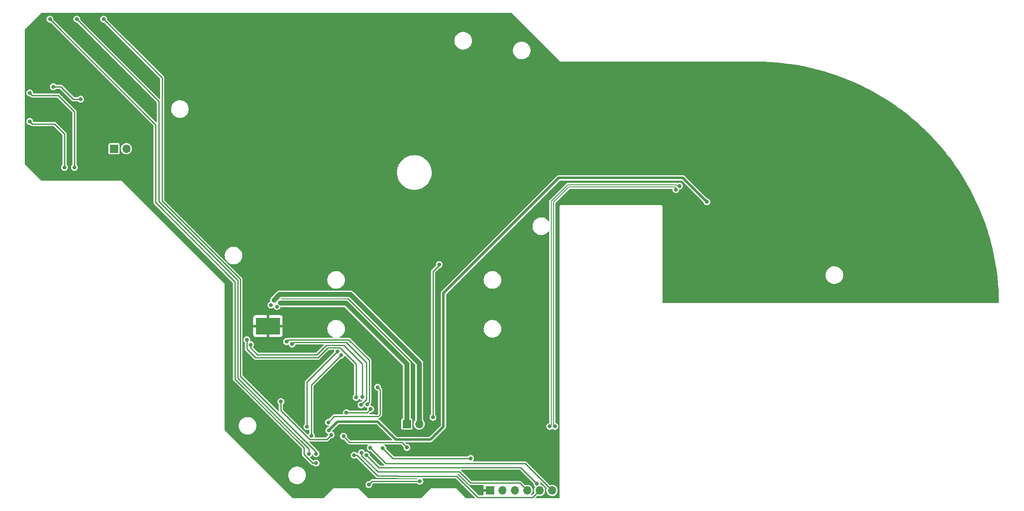
<source format=gbl>
G04 #@! TF.GenerationSoftware,KiCad,Pcbnew,(6.0.5)*
G04 #@! TF.CreationDate,2022-06-02T14:20:13-07:00*
G04 #@! TF.ProjectId,mobo,6d6f626f-2e6b-4696-9361-645f70636258,rev?*
G04 #@! TF.SameCoordinates,Original*
G04 #@! TF.FileFunction,Copper,L2,Bot*
G04 #@! TF.FilePolarity,Positive*
%FSLAX46Y46*%
G04 Gerber Fmt 4.6, Leading zero omitted, Abs format (unit mm)*
G04 Created by KiCad (PCBNEW (6.0.5)) date 2022-06-02 14:20:13*
%MOMM*%
%LPD*%
G01*
G04 APERTURE LIST*
G04 #@! TA.AperFunction,ComponentPad*
%ADD10R,1.700000X1.700000*%
G04 #@! TD*
G04 #@! TA.AperFunction,ComponentPad*
%ADD11O,1.700000X1.700000*%
G04 #@! TD*
G04 #@! TA.AperFunction,ComponentPad*
%ADD12C,0.750000*%
G04 #@! TD*
G04 #@! TA.AperFunction,SMDPad,CuDef*
%ADD13R,5.000000X3.400000*%
G04 #@! TD*
G04 #@! TA.AperFunction,ViaPad*
%ADD14C,0.800000*%
G04 #@! TD*
G04 #@! TA.AperFunction,Conductor*
%ADD15C,0.250000*%
G04 #@! TD*
G04 #@! TA.AperFunction,Conductor*
%ADD16C,0.500000*%
G04 #@! TD*
G04 #@! TA.AperFunction,Conductor*
%ADD17C,0.200000*%
G04 #@! TD*
G04 #@! TA.AperFunction,Conductor*
%ADD18C,1.000000*%
G04 #@! TD*
G04 APERTURE END LIST*
D10*
X84582000Y-89916000D03*
D11*
X87122000Y-89916000D03*
D10*
X24628000Y-33528000D03*
D11*
X27168000Y-33528000D03*
D12*
X54645000Y-70581000D03*
X57645000Y-69081000D03*
D13*
X56145000Y-69831000D03*
D12*
X56145000Y-70581000D03*
X57645000Y-70581000D03*
X54645000Y-69081000D03*
X56145000Y-69081000D03*
D10*
X101600000Y-103505000D03*
D11*
X104140000Y-103505000D03*
X106680000Y-103505000D03*
X109220000Y-103505000D03*
X111760000Y-103505000D03*
X114300000Y-103505000D03*
D14*
X77900000Y-84020000D03*
X88630000Y-84630000D03*
X62992000Y-78232000D03*
X78330000Y-87620000D03*
X99600000Y-99700000D03*
X12700000Y-31496000D03*
X57150000Y-74549000D03*
X111379000Y-85090000D03*
X112268000Y-81407000D03*
X73215500Y-92075000D03*
X69723000Y-79248000D03*
X76800000Y-100450000D03*
X62000000Y-13900000D03*
X68900000Y-96393000D03*
X158400000Y-61100000D03*
X112649000Y-46736000D03*
X68072000Y-83820000D03*
X72072500Y-83629500D03*
X66167000Y-86868000D03*
X71526500Y-86770000D03*
X115170000Y-95040000D03*
X13716000Y-18288000D03*
X57404000Y-77724000D03*
X76500000Y-56500000D03*
X61976000Y-71628000D03*
X96330000Y-103850000D03*
X96901000Y-82677000D03*
X98806000Y-82677000D03*
X66400000Y-45600000D03*
X68499117Y-89570883D03*
X91186000Y-57277000D03*
X17780000Y-23368000D03*
X78590000Y-82370000D03*
X79640000Y-94850000D03*
X97620000Y-96940000D03*
X12192000Y-20828000D03*
X89916000Y-88519000D03*
X71600000Y-92400000D03*
X84580000Y-94700000D03*
X14478000Y-37338000D03*
X7366000Y-27940000D03*
X7366000Y-22098000D03*
X16510000Y-37338000D03*
X75300000Y-95800000D03*
X73800000Y-96300000D03*
X68600000Y-91200000D03*
X146000000Y-44400000D03*
X113845000Y-90390000D03*
X140381232Y-41148768D03*
X139638768Y-41891232D03*
X114895000Y-90390000D03*
X57404000Y-64516000D03*
X56769000Y-65532000D03*
X57975500Y-65849500D03*
X58674000Y-65151000D03*
X58800000Y-85310000D03*
X69088000Y-92138500D03*
X70357996Y-75057000D03*
X64135000Y-90424000D03*
X74168004Y-84455000D03*
X51816000Y-72644000D03*
X52578000Y-73660012D03*
X75438000Y-84328000D03*
X75184000Y-85979000D03*
X61087000Y-73533000D03*
X59944000Y-73025000D03*
X76454000Y-85852000D03*
X72160000Y-87550000D03*
X77180000Y-86840000D03*
X66000000Y-97900000D03*
X11500000Y-7000000D03*
X64500000Y-96000000D03*
X17000000Y-7000000D03*
X66000000Y-96000000D03*
X22500000Y-7000000D03*
X77050000Y-94750000D03*
X71120004Y-75819000D03*
X65024000Y-92329000D03*
X76810000Y-102310000D03*
X87250000Y-101610000D03*
X111214000Y-102162804D03*
X76300000Y-96271029D03*
D15*
X91186000Y-57404000D02*
X91186000Y-57277000D01*
X89916000Y-58674000D02*
X91186000Y-57404000D01*
X79640000Y-94850000D02*
X81730000Y-96940000D01*
X79054001Y-82834001D02*
X79054001Y-87967521D01*
X78590000Y-82370000D02*
X79054001Y-82834001D01*
X16256000Y-23368000D02*
X13716000Y-20828000D01*
X89916000Y-88519000D02*
X89916000Y-58674000D01*
X78677521Y-88344001D02*
X69725999Y-88344001D01*
X69725999Y-88344001D02*
X68499117Y-89570883D01*
X81730000Y-96940000D02*
X97620000Y-96940000D01*
X17780000Y-23368000D02*
X16256000Y-23368000D01*
X79054001Y-87967521D02*
X78677521Y-88344001D01*
X13716000Y-20828000D02*
X12192000Y-20828000D01*
X71600000Y-92400000D02*
X72865010Y-93665010D01*
X83545010Y-93665010D02*
X84580000Y-94700000D01*
X72865010Y-93665010D02*
X83545010Y-93665010D01*
X14478000Y-35052000D02*
X14478000Y-30480000D01*
X7874000Y-28448000D02*
X7366000Y-27940000D01*
X14478000Y-37338000D02*
X14478000Y-35052000D01*
X14478000Y-30480000D02*
X12446000Y-28448000D01*
X12446000Y-28448000D02*
X7874000Y-28448000D01*
X13208000Y-22606000D02*
X7874000Y-22606000D01*
X16510000Y-32766000D02*
X16510000Y-25908000D01*
X16510000Y-25908000D02*
X13208000Y-22606000D01*
X7874000Y-22606000D02*
X7366000Y-22098000D01*
X16510000Y-37338000D02*
X16510000Y-32766000D01*
X107696000Y-101981000D02*
X97663000Y-101981000D01*
X78629315Y-99695000D02*
X75300000Y-96365685D01*
X109220000Y-103505000D02*
X107696000Y-101981000D01*
X75300000Y-96365685D02*
X75300000Y-95800000D01*
X97663000Y-101981000D02*
X95377000Y-99695000D01*
X95377000Y-99695000D02*
X78629315Y-99695000D01*
X82770521Y-100558499D02*
X78624184Y-100558499D01*
X78624184Y-100558499D02*
X74365685Y-96300000D01*
X82796022Y-100584000D02*
X82770521Y-100558499D01*
X74365685Y-96300000D02*
X73800000Y-96300000D01*
X110363000Y-104902000D02*
X99060000Y-104902000D01*
X94742000Y-100584000D02*
X82796022Y-100584000D01*
X99060000Y-104902000D02*
X94742000Y-100584000D01*
X111760000Y-103505000D02*
X110363000Y-104902000D01*
D16*
X146000000Y-44400000D02*
X141097000Y-39497000D01*
X68999999Y-90800001D02*
X68600000Y-91200000D01*
X78605000Y-89400000D02*
X70400000Y-89400000D01*
X70400000Y-89400000D02*
X68999999Y-90800001D01*
X92075000Y-90424000D02*
X89408000Y-93091000D01*
X82296000Y-93091000D02*
X78605000Y-89400000D01*
X92075000Y-63125000D02*
X92075000Y-90424000D01*
X141097000Y-39497000D02*
X115703000Y-39497000D01*
X146000000Y-44400000D02*
X146000000Y-44400000D01*
X89408000Y-93091000D02*
X82296000Y-93091000D01*
X115703000Y-39497000D02*
X92075000Y-63125000D01*
D17*
X114145000Y-44276800D02*
X117546800Y-40875000D01*
X114145000Y-90090000D02*
X114145000Y-44276800D01*
X139683199Y-40875000D02*
X139956967Y-41148768D01*
X139956967Y-41148768D02*
X140381232Y-41148768D01*
X113845000Y-90390000D02*
X114145000Y-90090000D01*
X117546800Y-40875000D02*
X139683199Y-40875000D01*
X114595000Y-44463200D02*
X117733200Y-41325000D01*
X114595000Y-90090000D02*
X114595000Y-44463200D01*
X114895000Y-90390000D02*
X114595000Y-90090000D01*
X139496801Y-41325000D02*
X139638768Y-41466967D01*
X117733200Y-41325000D02*
X139496801Y-41325000D01*
X139638768Y-41466967D02*
X139638768Y-41891232D01*
D18*
X58547000Y-63373000D02*
X73025000Y-63373000D01*
X57404000Y-64516000D02*
X58547000Y-63373000D01*
X73025000Y-63373000D02*
X87122000Y-77470000D01*
X87122000Y-77470000D02*
X87122000Y-89916000D01*
X72136000Y-65151000D02*
X84582000Y-77597000D01*
X58674000Y-65151000D02*
X72136000Y-65151000D01*
X84582000Y-77597000D02*
X84582000Y-89916000D01*
D15*
X69088000Y-92138500D02*
X68173499Y-93053001D01*
X68175999Y-93050501D02*
X69088000Y-92138500D01*
X68173499Y-93053001D02*
X64676479Y-93053001D01*
X58800000Y-85310000D02*
X58800000Y-87176522D01*
X64676479Y-93053001D02*
X58800000Y-87176522D01*
X64135000Y-81279996D02*
X69957997Y-75456999D01*
X64135000Y-90424000D02*
X64135000Y-81279996D01*
X69957997Y-75456999D02*
X70357996Y-75057000D01*
X66421000Y-76327000D02*
X53594000Y-76327000D01*
X74168004Y-84455000D02*
X74168004Y-77597004D01*
X53594000Y-76327000D02*
X51816000Y-74549000D01*
X70866000Y-74295000D02*
X68453000Y-74295000D01*
X51816000Y-74549000D02*
X51816000Y-73209685D01*
X51816000Y-73209685D02*
X51816000Y-72644000D01*
X74168004Y-77597004D02*
X70866000Y-74295000D01*
X68453000Y-74295000D02*
X66421000Y-76327000D01*
X66167000Y-75692000D02*
X53975000Y-75692000D01*
X71639022Y-73798022D02*
X68060978Y-73798022D01*
X53975000Y-75692000D02*
X52578000Y-74295000D01*
X52578000Y-74295000D02*
X52578000Y-73660012D01*
X68060978Y-73798022D02*
X66167000Y-75692000D01*
X75438000Y-84328000D02*
X75438000Y-77597000D01*
X75438000Y-77597000D02*
X71639022Y-73798022D01*
X76327000Y-84836000D02*
X76327000Y-77343000D01*
X75184000Y-85979000D02*
X76327000Y-84836000D01*
X76327000Y-77343000D02*
X72117001Y-73133001D01*
X61486999Y-73133001D02*
X61087000Y-73533000D01*
X72117001Y-73133001D02*
X61486999Y-73133001D01*
X76853999Y-76853999D02*
X72625001Y-72625001D01*
X76853999Y-85452001D02*
X76853999Y-76853999D01*
X76454000Y-85852000D02*
X76853999Y-85452001D01*
X72625001Y-72625001D02*
X60343999Y-72625001D01*
X60343999Y-72625001D02*
X59944000Y-73025000D01*
X76470000Y-87550000D02*
X77180000Y-86840000D01*
X72160000Y-87550000D02*
X76470000Y-87550000D01*
X63500000Y-96100000D02*
X65300000Y-97900000D01*
X49400000Y-60800000D02*
X49400000Y-80700000D01*
X33100000Y-44500000D02*
X49400000Y-60800000D01*
X63500000Y-94800000D02*
X63500000Y-96100000D01*
X33100000Y-28600000D02*
X11500000Y-7000000D01*
X49400000Y-80700000D02*
X63500000Y-94800000D01*
X65300000Y-97900000D02*
X66000000Y-97900000D01*
X33100000Y-44500000D02*
X33100000Y-28600000D01*
X64500000Y-95000000D02*
X64500000Y-95434315D01*
X50000000Y-60500000D02*
X50000000Y-80500000D01*
X50000000Y-80500000D02*
X64500000Y-95000000D01*
X64500000Y-95434315D02*
X64500000Y-96000000D01*
X33800000Y-44300000D02*
X33800000Y-23800000D01*
X33800000Y-23800000D02*
X17000000Y-7000000D01*
X33800000Y-44300000D02*
X50000000Y-60500000D01*
X34500000Y-44250000D02*
X34500000Y-19000000D01*
X66000000Y-95600000D02*
X66000000Y-96000000D01*
X50500000Y-80100000D02*
X66000000Y-95600000D01*
X50500000Y-60250000D02*
X50500000Y-80100000D01*
X34500000Y-44250000D02*
X50500000Y-60250000D01*
X34500000Y-19000000D02*
X22500000Y-7000000D01*
X108795000Y-98000000D02*
X114300000Y-103505000D01*
X77050000Y-94750000D02*
X80300000Y-98000000D01*
X80300000Y-98000000D02*
X108795000Y-98000000D01*
X65024000Y-92329000D02*
X65024000Y-81915004D01*
X65024000Y-81915004D02*
X70720005Y-76218999D01*
X70720005Y-76218999D02*
X71120004Y-75819000D01*
X87250000Y-101610000D02*
X77510000Y-101610000D01*
X77510000Y-101610000D02*
X76810000Y-102310000D01*
X111214000Y-102162804D02*
X107895195Y-98843999D01*
X78872970Y-98843999D02*
X76699999Y-96671028D01*
X107895195Y-98843999D02*
X78872970Y-98843999D01*
X76699999Y-96671028D02*
X76300000Y-96271029D01*
G04 #@! TA.AperFunction,Conductor*
G36*
X105992443Y-5717813D02*
G01*
X105997203Y-5722174D01*
X115848930Y-15573901D01*
X115852515Y-15578054D01*
X115854575Y-15582269D01*
X115891181Y-15616226D01*
X115893181Y-15618152D01*
X115907277Y-15632248D01*
X115910088Y-15634176D01*
X115912707Y-15636353D01*
X115912597Y-15636485D01*
X115915773Y-15639039D01*
X115936646Y-15658401D01*
X115949919Y-15663696D01*
X115964355Y-15671404D01*
X115976146Y-15679493D01*
X115998319Y-15684755D01*
X116003848Y-15686067D01*
X116014181Y-15689335D01*
X116035769Y-15697947D01*
X116040622Y-15699883D01*
X116046915Y-15700500D01*
X116056008Y-15700500D01*
X116073094Y-15702500D01*
X116078414Y-15703762D01*
X116078417Y-15703762D01*
X116085066Y-15705340D01*
X116091834Y-15704419D01*
X116091837Y-15704419D01*
X116115663Y-15701176D01*
X116125642Y-15700500D01*
X156067233Y-15700500D01*
X156080082Y-15701624D01*
X156100000Y-15705136D01*
X156117464Y-15702057D01*
X156131349Y-15700940D01*
X157492863Y-15720036D01*
X157494891Y-15720092D01*
X158885681Y-15778645D01*
X158887708Y-15778760D01*
X160276231Y-15876289D01*
X160278274Y-15876461D01*
X161663573Y-16012901D01*
X161665619Y-16013132D01*
X162154793Y-16075208D01*
X163046476Y-16188362D01*
X163048531Y-16188652D01*
X164423963Y-16402546D01*
X164426009Y-16402894D01*
X165794836Y-16655268D01*
X165796872Y-16655672D01*
X166509241Y-16807786D01*
X167158197Y-16946360D01*
X167160157Y-16946808D01*
X168512784Y-17275560D01*
X168514775Y-17276074D01*
X168926253Y-17388394D01*
X169857571Y-17642613D01*
X169859565Y-17643187D01*
X170443772Y-17820404D01*
X171191622Y-18047262D01*
X171193569Y-18047883D01*
X171857273Y-18269725D01*
X172513704Y-18489136D01*
X172515663Y-18489821D01*
X173822932Y-18967937D01*
X173824871Y-18968677D01*
X175118227Y-19483272D01*
X175120145Y-19484067D01*
X176398537Y-20034724D01*
X176400431Y-20035572D01*
X177662848Y-20621854D01*
X177664718Y-20622754D01*
X178910251Y-21244238D01*
X178912095Y-21245191D01*
X178987291Y-21285384D01*
X179891521Y-21768705D01*
X180139665Y-21901341D01*
X180141473Y-21902340D01*
X181350201Y-22592685D01*
X181351930Y-22593704D01*
X182044951Y-23015719D01*
X182540867Y-23317707D01*
X182542624Y-23318812D01*
X183710685Y-24075807D01*
X183712411Y-24076960D01*
X184858813Y-24866440D01*
X184860503Y-24867639D01*
X184870292Y-24874793D01*
X185984326Y-25688970D01*
X185985984Y-25690218D01*
X187086304Y-26542725D01*
X187087916Y-26544010D01*
X187709972Y-27054518D01*
X188163917Y-27427061D01*
X188165503Y-27428400D01*
X189216301Y-28341270D01*
X189217849Y-28342653D01*
X190242646Y-29284648D01*
X190244145Y-29286065D01*
X191242130Y-30256444D01*
X191243556Y-30257870D01*
X192213926Y-31255846D01*
X192215352Y-31257354D01*
X193157347Y-32282151D01*
X193158730Y-32283699D01*
X194071600Y-33334497D01*
X194072939Y-33336083D01*
X194902730Y-34347186D01*
X194955981Y-34412073D01*
X194957266Y-34413685D01*
X195121408Y-34625541D01*
X195809782Y-35514016D01*
X195811030Y-35515674D01*
X196493476Y-36449461D01*
X196618619Y-36620693D01*
X196632359Y-36639494D01*
X196633558Y-36641184D01*
X197125254Y-37355174D01*
X197423040Y-37787589D01*
X197424193Y-37789315D01*
X198181188Y-38957376D01*
X198182293Y-38959133D01*
X198291947Y-39139204D01*
X198906296Y-40148070D01*
X198907315Y-40149799D01*
X199579221Y-41326242D01*
X199597655Y-41358518D01*
X199598653Y-41360325D01*
X199966187Y-42047932D01*
X200254809Y-42587905D01*
X200255762Y-42589749D01*
X200877246Y-43835282D01*
X200878146Y-43837152D01*
X201464428Y-45099569D01*
X201465276Y-45101463D01*
X202015933Y-46379855D01*
X202016728Y-46381773D01*
X202531323Y-47675129D01*
X202532063Y-47677068D01*
X203010179Y-48984337D01*
X203010864Y-48986296D01*
X203437111Y-50261534D01*
X203452112Y-50306415D01*
X203452738Y-50308378D01*
X203567211Y-50685744D01*
X203856813Y-51640435D01*
X203857387Y-51642429D01*
X204223923Y-52985215D01*
X204224440Y-52987216D01*
X204547726Y-54317349D01*
X204553185Y-54339811D01*
X204553640Y-54341803D01*
X204605107Y-54582828D01*
X204844328Y-55703128D01*
X204844732Y-55705164D01*
X205097106Y-57073991D01*
X205097454Y-57076037D01*
X205311348Y-58451469D01*
X205311638Y-58453524D01*
X205486867Y-59834373D01*
X205487099Y-59836427D01*
X205621838Y-61204449D01*
X205623538Y-61221714D01*
X205623711Y-61223769D01*
X205720549Y-62602440D01*
X205721239Y-62612269D01*
X205721355Y-62614319D01*
X205778869Y-63980421D01*
X205779907Y-64005086D01*
X205779964Y-64007137D01*
X205793166Y-64948375D01*
X205794233Y-65024462D01*
X205777589Y-65072267D01*
X205734111Y-65098188D01*
X205720240Y-65099500D01*
X136974500Y-65099500D01*
X136926934Y-65082187D01*
X136901624Y-65038350D01*
X136900500Y-65025500D01*
X136900500Y-59352736D01*
X170295070Y-59352736D01*
X170295202Y-59355480D01*
X170295832Y-59368601D01*
X170306353Y-59587643D01*
X170307909Y-59620041D01*
X170360118Y-59882512D01*
X170450549Y-60134383D01*
X170451846Y-60136797D01*
X170451847Y-60136799D01*
X170479591Y-60188433D01*
X170577215Y-60370121D01*
X170737335Y-60584547D01*
X170927390Y-60772950D01*
X171143205Y-60931192D01*
X171380039Y-61055797D01*
X171382628Y-61056701D01*
X171382630Y-61056702D01*
X171630097Y-61143121D01*
X171630103Y-61143123D01*
X171632690Y-61144026D01*
X171635392Y-61144539D01*
X171892907Y-61193431D01*
X171892913Y-61193432D01*
X171895606Y-61193943D01*
X171898346Y-61194051D01*
X171898349Y-61194051D01*
X172056028Y-61200246D01*
X172163013Y-61204449D01*
X172165742Y-61204150D01*
X172165746Y-61204150D01*
X172426299Y-61175615D01*
X172426304Y-61175614D01*
X172429035Y-61175315D01*
X172687829Y-61107180D01*
X172810404Y-61054518D01*
X172931185Y-61002627D01*
X172931187Y-61002626D01*
X172933710Y-61001542D01*
X173063303Y-60921347D01*
X173158939Y-60862166D01*
X173158943Y-60862163D01*
X173161275Y-60860720D01*
X173365526Y-60687809D01*
X173541976Y-60486607D01*
X173686747Y-60261534D01*
X173796661Y-60017534D01*
X173801677Y-59999750D01*
X173868559Y-59762605D01*
X173868560Y-59762600D01*
X173869302Y-59759969D01*
X173891225Y-59587643D01*
X173902840Y-59496344D01*
X173902840Y-59496340D01*
X173903075Y-59494495D01*
X173903906Y-59462777D01*
X173905500Y-59401854D01*
X173905549Y-59400000D01*
X173904672Y-59388191D01*
X173885920Y-59135852D01*
X173885920Y-59135849D01*
X173885717Y-59133123D01*
X173826655Y-58872109D01*
X173815836Y-58844286D01*
X173737908Y-58643896D01*
X173729662Y-58622691D01*
X173596868Y-58390350D01*
X173431190Y-58180189D01*
X173236269Y-57996825D01*
X173016385Y-57844286D01*
X172776371Y-57725924D01*
X172521497Y-57644338D01*
X172257364Y-57601322D01*
X172254630Y-57601286D01*
X172254628Y-57601286D01*
X172061476Y-57598758D01*
X171989774Y-57597819D01*
X171724605Y-57633907D01*
X171721979Y-57634672D01*
X171721976Y-57634673D01*
X171470313Y-57708025D01*
X171470308Y-57708027D01*
X171467683Y-57708792D01*
X171224652Y-57820831D01*
X171222358Y-57822335D01*
X171003149Y-57966055D01*
X171003146Y-57966057D01*
X171000851Y-57967562D01*
X170998803Y-57969390D01*
X170998799Y-57969393D01*
X170872815Y-58081838D01*
X170801197Y-58145760D01*
X170799438Y-58147875D01*
X170799436Y-58147877D01*
X170631838Y-58349392D01*
X170630075Y-58351512D01*
X170628645Y-58353869D01*
X170628644Y-58353870D01*
X170606507Y-58390350D01*
X170491244Y-58580298D01*
X170490183Y-58582827D01*
X170490183Y-58582828D01*
X170437684Y-58708025D01*
X170387755Y-58827091D01*
X170387079Y-58829754D01*
X170387078Y-58829756D01*
X170344172Y-58998701D01*
X170321881Y-59086470D01*
X170295070Y-59352736D01*
X136900500Y-59352736D01*
X136900500Y-45453267D01*
X136901926Y-45443219D01*
X136901679Y-45443195D01*
X136902346Y-45436395D01*
X136904246Y-45429832D01*
X136900776Y-45389766D01*
X136900500Y-45383381D01*
X136900500Y-45372052D01*
X136898810Y-45362977D01*
X136897836Y-45355816D01*
X136895177Y-45325114D01*
X136895177Y-45325113D01*
X136894587Y-45318304D01*
X136891584Y-45312161D01*
X136890232Y-45307285D01*
X136888274Y-45301362D01*
X136886459Y-45296660D01*
X136885209Y-45289947D01*
X136865447Y-45257887D01*
X136861959Y-45251555D01*
X136848426Y-45223870D01*
X136848426Y-45223869D01*
X136845425Y-45217731D01*
X136840416Y-45213084D01*
X136837399Y-45209022D01*
X136833443Y-45204205D01*
X136830051Y-45200464D01*
X136826468Y-45194652D01*
X136821033Y-45190519D01*
X136821031Y-45190517D01*
X136796494Y-45171859D01*
X136790960Y-45167207D01*
X136768362Y-45146245D01*
X136763354Y-45141599D01*
X136757010Y-45139068D01*
X136752741Y-45136369D01*
X136747314Y-45133299D01*
X136742797Y-45131027D01*
X136737359Y-45126892D01*
X136730798Y-45124992D01*
X136701193Y-45116419D01*
X136694355Y-45114071D01*
X136664228Y-45102051D01*
X136664221Y-45102049D01*
X136659378Y-45100117D01*
X136653085Y-45099500D01*
X136651270Y-45099500D01*
X136649694Y-45099423D01*
X136642948Y-45098297D01*
X136636396Y-45097655D01*
X136629832Y-45095754D01*
X136591013Y-45099116D01*
X136589766Y-45099224D01*
X136583381Y-45099500D01*
X116153267Y-45099500D01*
X116143219Y-45098074D01*
X116143195Y-45098321D01*
X116136395Y-45097654D01*
X116129832Y-45095754D01*
X116091013Y-45099116D01*
X116089766Y-45099224D01*
X116083381Y-45099500D01*
X116072052Y-45099500D01*
X116066549Y-45100525D01*
X116062977Y-45101190D01*
X116055816Y-45102164D01*
X116025114Y-45104823D01*
X116025113Y-45104823D01*
X116018304Y-45105413D01*
X116012161Y-45108416D01*
X116007285Y-45109768D01*
X116001362Y-45111726D01*
X115996660Y-45113541D01*
X115989947Y-45114791D01*
X115984134Y-45118374D01*
X115984132Y-45118375D01*
X115957887Y-45134553D01*
X115951555Y-45138041D01*
X115934772Y-45146245D01*
X115917731Y-45154575D01*
X115913084Y-45159584D01*
X115909022Y-45162601D01*
X115904205Y-45166557D01*
X115900464Y-45169949D01*
X115894652Y-45173532D01*
X115890519Y-45178967D01*
X115890517Y-45178969D01*
X115871859Y-45203506D01*
X115867207Y-45209040D01*
X115841599Y-45236646D01*
X115839068Y-45242990D01*
X115836369Y-45247259D01*
X115833299Y-45252686D01*
X115831027Y-45257203D01*
X115826892Y-45262641D01*
X115824992Y-45269201D01*
X115824992Y-45269202D01*
X115816419Y-45298807D01*
X115814071Y-45305645D01*
X115802051Y-45335772D01*
X115802049Y-45335779D01*
X115800117Y-45340622D01*
X115799500Y-45346915D01*
X115799500Y-45348730D01*
X115799423Y-45350306D01*
X115798297Y-45357052D01*
X115797655Y-45363604D01*
X115795754Y-45370168D01*
X115799224Y-45410234D01*
X115799500Y-45416619D01*
X115799500Y-105025500D01*
X115782187Y-105073066D01*
X115738350Y-105098376D01*
X115725500Y-105099500D01*
X110945900Y-105099500D01*
X110898334Y-105082187D01*
X110873024Y-105038350D01*
X110881814Y-104988500D01*
X110893574Y-104973174D01*
X111269508Y-104597240D01*
X111315384Y-104575848D01*
X111351043Y-104581576D01*
X111402953Y-104603878D01*
X111609186Y-104650544D01*
X111714828Y-104654695D01*
X111817075Y-104658713D01*
X111817079Y-104658713D01*
X111820470Y-104658846D01*
X111886075Y-104649333D01*
X112026368Y-104628992D01*
X112026373Y-104628991D01*
X112029730Y-104628504D01*
X112229955Y-104560537D01*
X112232908Y-104558883D01*
X112232913Y-104558881D01*
X112411480Y-104458878D01*
X112411482Y-104458877D01*
X112414442Y-104457219D01*
X112577012Y-104322012D01*
X112712219Y-104159442D01*
X112756912Y-104079637D01*
X112813881Y-103977913D01*
X112813883Y-103977908D01*
X112815537Y-103974955D01*
X112883504Y-103774730D01*
X112883991Y-103771373D01*
X112883992Y-103771368D01*
X112913533Y-103567629D01*
X112913533Y-103567628D01*
X112913846Y-103565470D01*
X112915429Y-103505000D01*
X112912340Y-103471381D01*
X112896392Y-103297819D01*
X112896391Y-103297814D01*
X112896081Y-103294440D01*
X112888713Y-103268313D01*
X112860971Y-103169947D01*
X112838686Y-103090931D01*
X112745165Y-102901290D01*
X112742520Y-102897747D01*
X112620683Y-102734588D01*
X112620682Y-102734587D01*
X112618651Y-102731867D01*
X112533951Y-102653571D01*
X112465873Y-102590640D01*
X112465869Y-102590637D01*
X112463381Y-102588337D01*
X112401681Y-102549407D01*
X112287415Y-102477310D01*
X112287414Y-102477309D01*
X112284554Y-102475505D01*
X112281412Y-102474251D01*
X112281409Y-102474250D01*
X112091314Y-102398410D01*
X112091311Y-102398409D01*
X112088160Y-102397152D01*
X111962438Y-102372145D01*
X111919164Y-102345886D01*
X111902893Y-102297953D01*
X111903613Y-102289140D01*
X111917162Y-102193943D01*
X111919490Y-102177582D01*
X111919645Y-102162804D01*
X111899276Y-101994484D01*
X111845567Y-101852347D01*
X111844949Y-101801732D01*
X111877010Y-101762561D01*
X111926749Y-101753163D01*
X111967116Y-101773864D01*
X113206511Y-103013259D01*
X113227903Y-103059135D01*
X113224856Y-103087527D01*
X113169820Y-103264773D01*
X113144967Y-103474754D01*
X113158796Y-103685749D01*
X113210845Y-103890690D01*
X113212261Y-103893762D01*
X113212263Y-103893767D01*
X113297950Y-104079637D01*
X113299369Y-104082714D01*
X113301327Y-104085484D01*
X113419446Y-104252620D01*
X113419450Y-104252624D01*
X113421405Y-104255391D01*
X113423830Y-104257753D01*
X113423834Y-104257758D01*
X113487110Y-104319398D01*
X113572865Y-104402937D01*
X113575683Y-104404820D01*
X113575688Y-104404824D01*
X113731880Y-104509188D01*
X113748677Y-104520411D01*
X113751791Y-104521749D01*
X113751793Y-104521750D01*
X113939832Y-104602537D01*
X113942953Y-104603878D01*
X114149186Y-104650544D01*
X114254828Y-104654695D01*
X114357075Y-104658713D01*
X114357079Y-104658713D01*
X114360470Y-104658846D01*
X114426075Y-104649333D01*
X114566368Y-104628992D01*
X114566373Y-104628991D01*
X114569730Y-104628504D01*
X114769955Y-104560537D01*
X114772908Y-104558883D01*
X114772913Y-104558881D01*
X114951480Y-104458878D01*
X114951482Y-104458877D01*
X114954442Y-104457219D01*
X115117012Y-104322012D01*
X115252219Y-104159442D01*
X115296912Y-104079637D01*
X115353881Y-103977913D01*
X115353883Y-103977908D01*
X115355537Y-103974955D01*
X115423504Y-103774730D01*
X115423991Y-103771373D01*
X115423992Y-103771368D01*
X115453533Y-103567629D01*
X115453533Y-103567628D01*
X115453846Y-103565470D01*
X115455429Y-103505000D01*
X115452340Y-103471381D01*
X115436392Y-103297819D01*
X115436391Y-103297814D01*
X115436081Y-103294440D01*
X115428713Y-103268313D01*
X115400971Y-103169947D01*
X115378686Y-103090931D01*
X115285165Y-102901290D01*
X115282520Y-102897747D01*
X115160683Y-102734588D01*
X115160682Y-102734587D01*
X115158651Y-102731867D01*
X115073951Y-102653571D01*
X115005873Y-102590640D01*
X115005869Y-102590637D01*
X115003381Y-102588337D01*
X114941681Y-102549407D01*
X114827415Y-102477310D01*
X114827414Y-102477309D01*
X114824554Y-102475505D01*
X114821412Y-102474251D01*
X114821409Y-102474250D01*
X114631314Y-102398410D01*
X114631311Y-102398409D01*
X114628160Y-102397152D01*
X114465760Y-102364849D01*
X114424099Y-102356562D01*
X114424097Y-102356562D01*
X114420775Y-102355901D01*
X114327571Y-102354681D01*
X114212739Y-102353177D01*
X114212734Y-102353177D01*
X114209346Y-102353133D01*
X114206000Y-102353708D01*
X114205999Y-102353708D01*
X114148864Y-102363526D01*
X114000953Y-102388941D01*
X113934497Y-102413458D01*
X113888145Y-102430558D01*
X113837526Y-102430779D01*
X113810206Y-102413458D01*
X109048220Y-97651472D01*
X109023193Y-97638720D01*
X109013301Y-97632658D01*
X108995290Y-97619572D01*
X108995289Y-97619571D01*
X108990581Y-97616151D01*
X108963878Y-97607474D01*
X108953150Y-97603031D01*
X108933316Y-97592925D01*
X108933314Y-97592924D01*
X108928126Y-97590281D01*
X108900387Y-97585888D01*
X108889098Y-97583177D01*
X108867934Y-97576300D01*
X108867932Y-97576300D01*
X108862393Y-97574500D01*
X98156342Y-97574500D01*
X98108776Y-97557187D01*
X98083466Y-97513350D01*
X98092256Y-97463500D01*
X98108283Y-97444230D01*
X98136030Y-97420532D01*
X98139423Y-97417634D01*
X98206814Y-97323849D01*
X98235757Y-97283571D01*
X98235757Y-97283570D01*
X98238361Y-97279947D01*
X98301601Y-97122634D01*
X98325490Y-96954778D01*
X98325645Y-96940000D01*
X98305276Y-96771680D01*
X98256447Y-96642457D01*
X98246921Y-96617247D01*
X98246920Y-96617245D01*
X98245345Y-96613077D01*
X98210721Y-96562699D01*
X98151843Y-96477031D01*
X98151841Y-96477029D01*
X98149312Y-96473349D01*
X98026231Y-96363687D01*
X98026055Y-96363530D01*
X98026052Y-96363528D01*
X98022721Y-96360560D01*
X97924082Y-96308334D01*
X97876821Y-96283310D01*
X97876820Y-96283310D01*
X97872881Y-96281224D01*
X97868554Y-96280137D01*
X97712769Y-96241006D01*
X97712768Y-96241006D01*
X97708441Y-96239919D01*
X97623078Y-96239472D01*
X97543354Y-96239054D01*
X97543351Y-96239054D01*
X97538895Y-96239031D01*
X97534560Y-96240072D01*
X97534558Y-96240072D01*
X97479126Y-96253381D01*
X97374032Y-96278612D01*
X97223369Y-96356375D01*
X97220011Y-96359304D01*
X97220010Y-96359305D01*
X97099902Y-96464082D01*
X97095604Y-96467831D01*
X97093036Y-96471485D01*
X97093035Y-96471486D01*
X97084908Y-96483050D01*
X97043393Y-96512012D01*
X97024365Y-96514500D01*
X81936900Y-96514500D01*
X81889334Y-96497187D01*
X81884574Y-96492826D01*
X80360552Y-94968804D01*
X80339160Y-94922928D01*
X80339616Y-94906051D01*
X80345149Y-94867174D01*
X80345490Y-94864778D01*
X80345645Y-94850000D01*
X80327202Y-94697597D01*
X80325812Y-94686109D01*
X80325276Y-94681680D01*
X80283210Y-94570356D01*
X80266921Y-94527247D01*
X80266920Y-94527245D01*
X80265345Y-94523077D01*
X80230721Y-94472699D01*
X80171843Y-94387031D01*
X80171841Y-94387029D01*
X80169312Y-94383349D01*
X80057075Y-94283349D01*
X80046055Y-94273530D01*
X80046052Y-94273528D01*
X80042721Y-94270560D01*
X79965944Y-94229909D01*
X79932008Y-94192351D01*
X79930153Y-94141766D01*
X79961247Y-94101823D01*
X80000571Y-94090510D01*
X83338110Y-94090510D01*
X83385676Y-94107823D01*
X83390436Y-94112184D01*
X83859813Y-94581561D01*
X83881205Y-94627437D01*
X83880854Y-94643542D01*
X83874394Y-94692611D01*
X83880730Y-94750000D01*
X83891770Y-94850000D01*
X83892999Y-94861135D01*
X83894532Y-94865324D01*
X83949425Y-95015324D01*
X83951266Y-95020356D01*
X83964431Y-95039947D01*
X84032106Y-95140659D01*
X84045830Y-95161083D01*
X84171233Y-95275191D01*
X84320235Y-95356092D01*
X84484233Y-95399116D01*
X84568996Y-95400447D01*
X84649303Y-95401709D01*
X84653760Y-95401779D01*
X84819029Y-95363928D01*
X84823014Y-95361924D01*
X84966512Y-95289752D01*
X84966514Y-95289751D01*
X84970498Y-95287747D01*
X85012970Y-95251472D01*
X85096030Y-95180532D01*
X85099423Y-95177634D01*
X85198361Y-95039947D01*
X85204749Y-95024058D01*
X85259938Y-94886771D01*
X85259938Y-94886770D01*
X85261601Y-94882634D01*
X85285490Y-94714778D01*
X85285645Y-94700000D01*
X85265276Y-94531680D01*
X85210618Y-94387031D01*
X85206921Y-94377247D01*
X85206920Y-94377245D01*
X85205345Y-94373077D01*
X85133452Y-94268472D01*
X85111843Y-94237031D01*
X85111841Y-94237029D01*
X85109312Y-94233349D01*
X85038840Y-94170560D01*
X84986055Y-94123530D01*
X84986052Y-94123528D01*
X84982721Y-94120560D01*
X84884082Y-94068334D01*
X84836821Y-94043310D01*
X84836820Y-94043310D01*
X84832881Y-94041224D01*
X84797561Y-94032352D01*
X84672769Y-94001006D01*
X84672768Y-94001006D01*
X84668441Y-93999919D01*
X84511108Y-93999095D01*
X84463633Y-93981533D01*
X84459170Y-93977422D01*
X84249574Y-93767826D01*
X84228182Y-93721950D01*
X84241283Y-93673055D01*
X84282747Y-93644021D01*
X84301900Y-93641500D01*
X89394087Y-93641500D01*
X89397186Y-93641565D01*
X89455251Y-93643999D01*
X89455254Y-93643999D01*
X89460294Y-93644210D01*
X89465204Y-93643058D01*
X89465207Y-93643058D01*
X89505049Y-93633713D01*
X89511903Y-93632443D01*
X89534219Y-93629386D01*
X89557432Y-93626206D01*
X89562061Y-93624203D01*
X89562064Y-93624202D01*
X89575489Y-93618392D01*
X89587980Y-93614261D01*
X89591670Y-93613395D01*
X89607136Y-93609768D01*
X89647426Y-93587619D01*
X89653675Y-93584558D01*
X89691224Y-93568310D01*
X89691230Y-93568307D01*
X89695855Y-93566305D01*
X89711150Y-93553920D01*
X89722058Y-93546590D01*
X89730216Y-93542106D01*
X89735909Y-93538976D01*
X89735911Y-93538975D01*
X89739308Y-93537107D01*
X89747422Y-93530103D01*
X89773888Y-93503637D01*
X89779644Y-93498454D01*
X89809151Y-93474560D01*
X89809153Y-93474558D01*
X89813070Y-93471386D01*
X89826493Y-93452498D01*
X89834486Y-93443039D01*
X92454432Y-90823093D01*
X92456669Y-90820948D01*
X92499442Y-90781616D01*
X92503156Y-90778201D01*
X92527377Y-90739136D01*
X92531325Y-90733392D01*
X92556062Y-90700801D01*
X92559112Y-90696783D01*
X92566354Y-90678490D01*
X92572267Y-90666735D01*
X92574199Y-90663620D01*
X92582635Y-90650014D01*
X92595459Y-90605872D01*
X92597718Y-90599276D01*
X92605073Y-90580700D01*
X92614636Y-90556547D01*
X92615163Y-90551537D01*
X92615165Y-90551527D01*
X92616694Y-90536978D01*
X92619226Y-90524069D01*
X92623633Y-90508900D01*
X92623633Y-90508898D01*
X92624715Y-90505175D01*
X92625166Y-90499031D01*
X92625401Y-90495840D01*
X92625401Y-90495826D01*
X92625500Y-90494485D01*
X92625500Y-90457066D01*
X92625905Y-90449331D01*
X92629875Y-90411556D01*
X92630402Y-90406545D01*
X92626696Y-90384631D01*
X92626536Y-90383688D01*
X92625500Y-90371347D01*
X92625500Y-70352736D01*
X100295070Y-70352736D01*
X100295202Y-70355480D01*
X100295832Y-70368601D01*
X100306353Y-70587643D01*
X100307909Y-70620041D01*
X100360118Y-70882512D01*
X100450549Y-71134383D01*
X100577215Y-71370121D01*
X100737335Y-71584547D01*
X100927390Y-71772950D01*
X101143205Y-71931192D01*
X101380039Y-72055797D01*
X101382628Y-72056701D01*
X101382630Y-72056702D01*
X101630097Y-72143121D01*
X101630103Y-72143123D01*
X101632690Y-72144026D01*
X101635392Y-72144539D01*
X101892907Y-72193431D01*
X101892913Y-72193432D01*
X101895606Y-72193943D01*
X101898346Y-72194051D01*
X101898349Y-72194051D01*
X102056028Y-72200246D01*
X102163013Y-72204449D01*
X102165742Y-72204150D01*
X102165746Y-72204150D01*
X102426299Y-72175615D01*
X102426304Y-72175614D01*
X102429035Y-72175315D01*
X102687829Y-72107180D01*
X102789952Y-72063305D01*
X102931185Y-72002627D01*
X102931187Y-72002626D01*
X102933710Y-72001542D01*
X103114475Y-71889681D01*
X103158939Y-71862166D01*
X103158943Y-71862163D01*
X103161275Y-71860720D01*
X103365526Y-71687809D01*
X103541976Y-71486607D01*
X103686747Y-71261534D01*
X103796661Y-71017534D01*
X103830888Y-70896175D01*
X103868559Y-70762605D01*
X103868560Y-70762600D01*
X103869302Y-70759969D01*
X103903075Y-70494495D01*
X103903906Y-70462777D01*
X103905500Y-70401854D01*
X103905549Y-70400000D01*
X103891955Y-70217058D01*
X103885920Y-70135852D01*
X103885920Y-70135849D01*
X103885717Y-70133123D01*
X103826655Y-69872109D01*
X103808164Y-69824558D01*
X103730655Y-69625245D01*
X103729662Y-69622691D01*
X103596868Y-69390350D01*
X103431190Y-69180189D01*
X103236269Y-68996825D01*
X103016385Y-68844286D01*
X102776371Y-68725924D01*
X102521497Y-68644338D01*
X102257364Y-68601322D01*
X102254630Y-68601286D01*
X102254628Y-68601286D01*
X102061476Y-68598758D01*
X101989774Y-68597819D01*
X101724605Y-68633907D01*
X101721979Y-68634672D01*
X101721976Y-68634673D01*
X101470313Y-68708025D01*
X101470308Y-68708027D01*
X101467683Y-68708792D01*
X101465198Y-68709938D01*
X101465197Y-68709938D01*
X101227140Y-68819684D01*
X101224652Y-68820831D01*
X101222358Y-68822335D01*
X101003149Y-68966055D01*
X101003146Y-68966057D01*
X101000851Y-68967562D01*
X100998803Y-68969390D01*
X100998799Y-68969393D01*
X100872815Y-69081838D01*
X100801197Y-69145760D01*
X100799438Y-69147875D01*
X100799436Y-69147877D01*
X100631838Y-69349392D01*
X100630075Y-69351512D01*
X100628645Y-69353869D01*
X100628644Y-69353870D01*
X100504594Y-69558298D01*
X100491244Y-69580298D01*
X100387755Y-69827091D01*
X100387079Y-69829754D01*
X100387078Y-69829756D01*
X100351426Y-69970138D01*
X100321881Y-70086470D01*
X100295070Y-70352736D01*
X92625500Y-70352736D01*
X92625500Y-63383677D01*
X92642813Y-63336111D01*
X92647174Y-63331351D01*
X95625789Y-60352736D01*
X100295070Y-60352736D01*
X100295202Y-60355480D01*
X100295832Y-60368601D01*
X100306353Y-60587643D01*
X100307909Y-60620041D01*
X100360118Y-60882512D01*
X100450549Y-61134383D01*
X100451846Y-61136797D01*
X100451847Y-61136799D01*
X100511691Y-61248175D01*
X100577215Y-61370121D01*
X100737335Y-61584547D01*
X100927390Y-61772950D01*
X101143205Y-61931192D01*
X101380039Y-62055797D01*
X101382628Y-62056701D01*
X101382630Y-62056702D01*
X101630097Y-62143121D01*
X101630103Y-62143123D01*
X101632690Y-62144026D01*
X101635392Y-62144539D01*
X101892907Y-62193431D01*
X101892913Y-62193432D01*
X101895606Y-62193943D01*
X101898346Y-62194051D01*
X101898349Y-62194051D01*
X102056028Y-62200246D01*
X102163013Y-62204449D01*
X102165742Y-62204150D01*
X102165746Y-62204150D01*
X102426299Y-62175615D01*
X102426304Y-62175614D01*
X102429035Y-62175315D01*
X102687829Y-62107180D01*
X102933710Y-62001542D01*
X103063303Y-61921347D01*
X103158939Y-61862166D01*
X103158943Y-61862163D01*
X103161275Y-61860720D01*
X103365526Y-61687809D01*
X103541976Y-61486607D01*
X103656689Y-61308265D01*
X103685261Y-61263845D01*
X103685264Y-61263840D01*
X103686747Y-61261534D01*
X103690695Y-61252771D01*
X103739449Y-61144539D01*
X103796661Y-61017534D01*
X103797405Y-61014897D01*
X103868559Y-60762605D01*
X103868560Y-60762600D01*
X103869302Y-60759969D01*
X103903075Y-60494495D01*
X103903906Y-60462777D01*
X103905500Y-60401854D01*
X103905549Y-60400000D01*
X103904698Y-60388539D01*
X103885920Y-60135852D01*
X103885920Y-60135849D01*
X103885717Y-60133123D01*
X103826655Y-59872109D01*
X103811981Y-59834373D01*
X103730655Y-59625245D01*
X103729662Y-59622691D01*
X103596868Y-59390350D01*
X103431190Y-59180189D01*
X103236269Y-58996825D01*
X103016385Y-58844286D01*
X102776371Y-58725924D01*
X102521497Y-58644338D01*
X102257364Y-58601322D01*
X102254630Y-58601286D01*
X102254628Y-58601286D01*
X102061476Y-58598758D01*
X101989774Y-58597819D01*
X101724605Y-58633907D01*
X101721979Y-58634672D01*
X101721976Y-58634673D01*
X101470313Y-58708025D01*
X101470308Y-58708027D01*
X101467683Y-58708792D01*
X101224652Y-58820831D01*
X101222358Y-58822335D01*
X101003149Y-58966055D01*
X101003146Y-58966057D01*
X101000851Y-58967562D01*
X100998803Y-58969390D01*
X100998799Y-58969393D01*
X100872815Y-59081838D01*
X100801197Y-59145760D01*
X100799438Y-59147875D01*
X100799436Y-59147877D01*
X100631838Y-59349392D01*
X100630075Y-59351512D01*
X100628645Y-59353869D01*
X100628644Y-59353870D01*
X100606507Y-59390350D01*
X100491244Y-59580298D01*
X100490183Y-59582827D01*
X100490183Y-59582828D01*
X100415902Y-59759969D01*
X100387755Y-59827091D01*
X100387079Y-59829754D01*
X100387078Y-59829756D01*
X100323676Y-60079404D01*
X100321881Y-60086470D01*
X100295070Y-60352736D01*
X95625789Y-60352736D01*
X106625788Y-49352736D01*
X110295070Y-49352736D01*
X110295202Y-49355480D01*
X110295832Y-49368601D01*
X110306353Y-49587643D01*
X110307909Y-49620041D01*
X110360118Y-49882512D01*
X110450549Y-50134383D01*
X110451846Y-50136797D01*
X110451847Y-50136799D01*
X110556832Y-50332187D01*
X110577215Y-50370121D01*
X110737335Y-50584547D01*
X110927390Y-50772950D01*
X111143205Y-50931192D01*
X111380039Y-51055797D01*
X111382628Y-51056701D01*
X111382630Y-51056702D01*
X111630097Y-51143121D01*
X111630103Y-51143123D01*
X111632690Y-51144026D01*
X111635392Y-51144539D01*
X111892907Y-51193431D01*
X111892913Y-51193432D01*
X111895606Y-51193943D01*
X111898346Y-51194051D01*
X111898349Y-51194051D01*
X112056028Y-51200246D01*
X112163013Y-51204449D01*
X112165742Y-51204150D01*
X112165746Y-51204150D01*
X112426299Y-51175615D01*
X112426304Y-51175614D01*
X112429035Y-51175315D01*
X112687829Y-51107180D01*
X112933710Y-51001542D01*
X113063303Y-50921347D01*
X113158939Y-50862166D01*
X113158943Y-50862163D01*
X113161275Y-50860720D01*
X113365526Y-50687809D01*
X113541976Y-50486607D01*
X113608263Y-50383552D01*
X113648556Y-50352913D01*
X113699117Y-50355341D01*
X113736287Y-50389701D01*
X113744500Y-50423584D01*
X113744500Y-89635351D01*
X113727187Y-89682917D01*
X113687775Y-89707306D01*
X113599032Y-89728612D01*
X113448369Y-89806375D01*
X113445011Y-89809304D01*
X113445010Y-89809305D01*
X113325176Y-89913843D01*
X113320604Y-89917831D01*
X113318036Y-89921485D01*
X113318035Y-89921486D01*
X113301882Y-89944470D01*
X113223113Y-90056547D01*
X113161524Y-90214513D01*
X113158852Y-90234811D01*
X113140059Y-90377563D01*
X113139394Y-90382611D01*
X113143148Y-90416611D01*
X113151966Y-90496484D01*
X113157999Y-90551135D01*
X113159532Y-90555324D01*
X113209583Y-90692093D01*
X113216266Y-90710356D01*
X113231866Y-90733571D01*
X113304671Y-90841917D01*
X113310830Y-90851083D01*
X113436233Y-90965191D01*
X113585235Y-91046092D01*
X113749233Y-91089116D01*
X113833997Y-91090448D01*
X113914303Y-91091709D01*
X113918760Y-91091779D01*
X114084029Y-91053928D01*
X114090135Y-91050857D01*
X114231512Y-90979752D01*
X114231514Y-90979751D01*
X114235498Y-90977747D01*
X114322344Y-90903573D01*
X114369757Y-90885846D01*
X114420206Y-90905111D01*
X114468876Y-90949397D01*
X114486233Y-90965191D01*
X114635235Y-91046092D01*
X114799233Y-91089116D01*
X114883997Y-91090448D01*
X114964303Y-91091709D01*
X114968760Y-91091779D01*
X115134029Y-91053928D01*
X115140135Y-91050857D01*
X115281512Y-90979752D01*
X115281514Y-90979751D01*
X115285498Y-90977747D01*
X115414423Y-90867634D01*
X115505769Y-90740512D01*
X115510757Y-90733571D01*
X115510757Y-90733570D01*
X115513361Y-90729947D01*
X115519749Y-90714058D01*
X115574938Y-90576771D01*
X115574938Y-90576770D01*
X115576601Y-90572634D01*
X115600490Y-90404778D01*
X115600645Y-90390000D01*
X115580276Y-90221680D01*
X115520345Y-90063077D01*
X115457869Y-89972174D01*
X115426843Y-89927031D01*
X115426841Y-89927029D01*
X115424312Y-89923349D01*
X115317450Y-89828138D01*
X115301055Y-89813530D01*
X115301052Y-89813528D01*
X115297721Y-89810560D01*
X115147881Y-89731224D01*
X115143554Y-89730137D01*
X115051472Y-89707007D01*
X115009557Y-89678628D01*
X114995500Y-89635237D01*
X114995500Y-44659745D01*
X115012813Y-44612179D01*
X115017174Y-44607419D01*
X117877419Y-41747174D01*
X117923295Y-41725782D01*
X117929745Y-41725500D01*
X138869627Y-41725500D01*
X138917193Y-41742813D01*
X138942503Y-41786650D01*
X138942994Y-41809159D01*
X138937555Y-41850477D01*
X138933162Y-41883843D01*
X138951767Y-42052367D01*
X138953300Y-42056556D01*
X138961149Y-42078003D01*
X139010034Y-42211588D01*
X139104598Y-42352315D01*
X139230001Y-42466423D01*
X139379003Y-42547324D01*
X139543001Y-42590348D01*
X139627765Y-42591680D01*
X139708071Y-42592941D01*
X139712528Y-42593011D01*
X139877797Y-42555160D01*
X139881782Y-42553156D01*
X140025280Y-42480984D01*
X140025282Y-42480983D01*
X140029266Y-42478979D01*
X140158191Y-42368866D01*
X140257129Y-42231179D01*
X140263517Y-42215290D01*
X140318706Y-42078003D01*
X140318706Y-42078002D01*
X140320369Y-42073866D01*
X140337247Y-41955272D01*
X140343189Y-41913524D01*
X140367031Y-41868872D01*
X140417613Y-41849960D01*
X140450535Y-41850477D01*
X140454992Y-41850547D01*
X140620261Y-41812696D01*
X140771730Y-41736515D01*
X140900655Y-41626402D01*
X140999593Y-41488715D01*
X141003128Y-41479923D01*
X141061170Y-41335539D01*
X141061170Y-41335538D01*
X141062833Y-41331402D01*
X141086722Y-41163546D01*
X141086877Y-41148768D01*
X141066508Y-40980448D01*
X141006577Y-40821845D01*
X140926505Y-40705340D01*
X140913075Y-40685799D01*
X140913073Y-40685797D01*
X140910544Y-40682117D01*
X140792499Y-40576942D01*
X140787287Y-40572298D01*
X140787284Y-40572296D01*
X140783953Y-40569328D01*
X140660271Y-40503842D01*
X140638053Y-40492078D01*
X140638052Y-40492078D01*
X140634113Y-40489992D01*
X140629786Y-40488905D01*
X140474001Y-40449774D01*
X140474000Y-40449774D01*
X140469673Y-40448687D01*
X140384310Y-40448240D01*
X140304586Y-40447822D01*
X140304583Y-40447822D01*
X140300127Y-40447799D01*
X140295792Y-40448840D01*
X140295790Y-40448840D01*
X140240358Y-40462149D01*
X140135264Y-40487380D01*
X140001999Y-40556163D01*
X139951792Y-40562595D01*
X139925111Y-40550520D01*
X139921541Y-40546950D01*
X139916352Y-40544306D01*
X139916349Y-40544304D01*
X139898297Y-40535106D01*
X139888397Y-40529039D01*
X139872003Y-40517128D01*
X139871998Y-40517126D01*
X139867289Y-40513704D01*
X139861751Y-40511905D01*
X139861750Y-40511904D01*
X139842477Y-40505642D01*
X139831749Y-40501198D01*
X139813696Y-40492000D01*
X139808503Y-40489354D01*
X139789460Y-40486338D01*
X139782736Y-40485273D01*
X139771445Y-40482562D01*
X139752173Y-40476300D01*
X139752170Y-40476300D01*
X139746632Y-40474500D01*
X117483367Y-40474500D01*
X117477829Y-40476300D01*
X117477826Y-40476300D01*
X117458554Y-40482562D01*
X117447263Y-40485273D01*
X117440539Y-40486338D01*
X117421496Y-40489354D01*
X117416303Y-40492000D01*
X117398248Y-40501199D01*
X117387519Y-40505643D01*
X117362711Y-40513704D01*
X117341602Y-40529041D01*
X117331707Y-40535103D01*
X117313649Y-40544304D01*
X117313644Y-40544308D01*
X117308458Y-40546950D01*
X117285895Y-40569513D01*
X117285891Y-40569516D01*
X113839516Y-44015891D01*
X113839513Y-44015895D01*
X113816950Y-44038458D01*
X113814306Y-44043646D01*
X113814306Y-44043647D01*
X113805106Y-44061702D01*
X113799039Y-44071602D01*
X113787128Y-44087996D01*
X113787126Y-44088001D01*
X113783704Y-44092710D01*
X113781905Y-44098248D01*
X113781904Y-44098249D01*
X113775642Y-44117522D01*
X113771198Y-44128250D01*
X113762104Y-44146099D01*
X113759354Y-44151496D01*
X113758443Y-44157249D01*
X113755273Y-44177263D01*
X113752562Y-44188554D01*
X113746300Y-44207826D01*
X113744500Y-44213367D01*
X113744500Y-48370050D01*
X113727187Y-48417616D01*
X113683350Y-48442926D01*
X113633500Y-48434136D01*
X113606254Y-48406771D01*
X113598233Y-48392738D01*
X113598232Y-48392737D01*
X113596868Y-48390350D01*
X113431190Y-48180189D01*
X113236269Y-47996825D01*
X113016385Y-47844286D01*
X112776371Y-47725924D01*
X112521497Y-47644338D01*
X112257364Y-47601322D01*
X112254630Y-47601286D01*
X112254628Y-47601286D01*
X112061476Y-47598758D01*
X111989774Y-47597819D01*
X111724605Y-47633907D01*
X111721979Y-47634672D01*
X111721976Y-47634673D01*
X111470313Y-47708025D01*
X111470308Y-47708027D01*
X111467683Y-47708792D01*
X111465198Y-47709938D01*
X111465197Y-47709938D01*
X111227140Y-47819684D01*
X111224652Y-47820831D01*
X111222358Y-47822335D01*
X111003149Y-47966055D01*
X111003146Y-47966057D01*
X111000851Y-47967562D01*
X110998803Y-47969390D01*
X110998799Y-47969393D01*
X110872815Y-48081838D01*
X110801197Y-48145760D01*
X110799438Y-48147875D01*
X110799436Y-48147877D01*
X110631838Y-48349392D01*
X110630075Y-48351512D01*
X110628645Y-48353869D01*
X110628644Y-48353870D01*
X110571298Y-48448373D01*
X110491244Y-48580298D01*
X110387755Y-48827091D01*
X110387079Y-48829754D01*
X110387078Y-48829756D01*
X110347820Y-48984337D01*
X110321881Y-49086470D01*
X110295070Y-49352736D01*
X106625788Y-49352736D01*
X115909350Y-40069174D01*
X115955226Y-40047782D01*
X115961676Y-40047500D01*
X140838323Y-40047500D01*
X140885889Y-40064813D01*
X140890649Y-40069174D01*
X145285985Y-44464509D01*
X145307212Y-44508714D01*
X145312999Y-44561135D01*
X145314532Y-44565324D01*
X145363923Y-44700290D01*
X145371266Y-44720356D01*
X145465830Y-44861083D01*
X145591233Y-44975191D01*
X145740235Y-45056092D01*
X145904233Y-45099116D01*
X145967957Y-45100117D01*
X146069303Y-45101709D01*
X146073760Y-45101779D01*
X146239029Y-45063928D01*
X146243014Y-45061924D01*
X146386512Y-44989752D01*
X146386514Y-44989751D01*
X146390498Y-44987747D01*
X146519423Y-44877634D01*
X146618361Y-44739947D01*
X146624749Y-44724058D01*
X146679938Y-44586771D01*
X146679938Y-44586770D01*
X146681601Y-44582634D01*
X146705490Y-44414778D01*
X146705645Y-44400000D01*
X146685276Y-44231680D01*
X146632764Y-44092710D01*
X146626921Y-44077247D01*
X146626920Y-44077245D01*
X146625345Y-44073077D01*
X146529312Y-43933349D01*
X146482750Y-43891863D01*
X146406055Y-43823530D01*
X146406052Y-43823528D01*
X146402721Y-43820560D01*
X146252881Y-43741224D01*
X146248554Y-43740137D01*
X146094927Y-43701548D01*
X146060629Y-43682104D01*
X141496105Y-39117581D01*
X141493960Y-39115344D01*
X141454618Y-39072559D01*
X141454614Y-39072556D01*
X141451201Y-39068844D01*
X141446913Y-39066185D01*
X141446909Y-39066182D01*
X141412129Y-39044618D01*
X141406383Y-39040669D01*
X141403170Y-39038230D01*
X141369783Y-39012888D01*
X141351490Y-39005646D01*
X141339735Y-38999733D01*
X141327304Y-38992025D01*
X141323014Y-38989365D01*
X141278872Y-38976541D01*
X141272276Y-38974282D01*
X141234235Y-38959220D01*
X141234234Y-38959220D01*
X141229547Y-38957364D01*
X141224535Y-38956837D01*
X141224534Y-38956837D01*
X141209978Y-38955307D01*
X141197069Y-38952774D01*
X141181900Y-38948367D01*
X141181899Y-38948367D01*
X141178175Y-38947285D01*
X141172441Y-38946864D01*
X141168840Y-38946599D01*
X141168826Y-38946599D01*
X141167485Y-38946500D01*
X141130060Y-38946500D01*
X141122325Y-38946095D01*
X141116321Y-38945464D01*
X141079546Y-38941599D01*
X141074580Y-38942439D01*
X141074576Y-38942439D01*
X141056693Y-38945464D01*
X141044353Y-38946500D01*
X115716913Y-38946500D01*
X115713814Y-38946435D01*
X115655749Y-38944001D01*
X115655746Y-38944001D01*
X115650706Y-38943790D01*
X115645796Y-38944942D01*
X115645793Y-38944942D01*
X115605951Y-38954287D01*
X115599097Y-38955557D01*
X115579279Y-38958272D01*
X115553568Y-38961794D01*
X115548939Y-38963797D01*
X115548936Y-38963798D01*
X115535511Y-38969608D01*
X115523019Y-38973739D01*
X115503864Y-38978232D01*
X115463574Y-39000381D01*
X115457325Y-39003442D01*
X115419776Y-39019690D01*
X115419770Y-39019693D01*
X115415145Y-39021695D01*
X115399850Y-39034080D01*
X115388942Y-39041410D01*
X115383106Y-39044618D01*
X115375091Y-39049024D01*
X115375089Y-39049025D01*
X115371692Y-39050893D01*
X115363578Y-39057897D01*
X115337112Y-39084363D01*
X115331356Y-39089546D01*
X115301849Y-39113440D01*
X115301847Y-39113442D01*
X115297930Y-39116614D01*
X115295008Y-39120726D01*
X115284507Y-39135502D01*
X115276514Y-39144961D01*
X91695585Y-62725891D01*
X91693348Y-62728036D01*
X91646844Y-62770799D01*
X91644185Y-62775087D01*
X91644182Y-62775091D01*
X91622618Y-62809871D01*
X91618671Y-62815615D01*
X91590888Y-62852217D01*
X91589032Y-62856906D01*
X91589031Y-62856907D01*
X91583646Y-62870509D01*
X91577734Y-62882263D01*
X91567365Y-62898986D01*
X91565957Y-62903833D01*
X91554541Y-62943127D01*
X91552282Y-62949724D01*
X91535364Y-62992453D01*
X91534837Y-62997465D01*
X91534837Y-62997466D01*
X91533307Y-63012022D01*
X91530774Y-63024931D01*
X91525285Y-63043825D01*
X91525001Y-63047696D01*
X91524599Y-63053160D01*
X91524599Y-63053174D01*
X91524500Y-63054515D01*
X91524500Y-63091940D01*
X91524095Y-63099675D01*
X91519599Y-63142454D01*
X91520439Y-63147420D01*
X91520439Y-63147424D01*
X91523464Y-63165307D01*
X91524500Y-63177647D01*
X91524500Y-90165323D01*
X91507187Y-90212889D01*
X91502826Y-90217649D01*
X89201650Y-92518826D01*
X89155774Y-92540218D01*
X89149324Y-92540500D01*
X82554677Y-92540500D01*
X82507111Y-92523187D01*
X82502351Y-92518826D01*
X79004105Y-89020581D01*
X79001960Y-89018344D01*
X78962618Y-88975559D01*
X78962614Y-88975556D01*
X78959201Y-88971844D01*
X78954913Y-88969185D01*
X78954909Y-88969182D01*
X78920129Y-88947618D01*
X78914383Y-88943669D01*
X78893567Y-88927869D01*
X78877783Y-88915888D01*
X78859490Y-88908646D01*
X78847735Y-88902733D01*
X78835304Y-88895025D01*
X78831014Y-88892365D01*
X78824229Y-88890394D01*
X78823182Y-88889628D01*
X78821559Y-88888905D01*
X78821715Y-88888554D01*
X78783382Y-88860497D01*
X78771308Y-88811339D01*
X78793657Y-88765921D01*
X78811281Y-88753397D01*
X78835672Y-88740970D01*
X78846398Y-88736527D01*
X78867565Y-88729649D01*
X78867564Y-88729649D01*
X78873102Y-88727850D01*
X78895824Y-88711342D01*
X78905714Y-88705281D01*
X78930741Y-88692529D01*
X79026049Y-88597221D01*
X79307219Y-88316050D01*
X79307221Y-88316049D01*
X79402529Y-88220741D01*
X79415280Y-88195715D01*
X79421346Y-88185818D01*
X79424388Y-88181630D01*
X79437850Y-88163102D01*
X79446527Y-88136398D01*
X79450970Y-88125671D01*
X79461076Y-88105837D01*
X79461077Y-88105835D01*
X79463720Y-88100647D01*
X79468113Y-88072908D01*
X79470824Y-88061619D01*
X79477701Y-88040455D01*
X79477701Y-88040453D01*
X79479501Y-88034914D01*
X79479501Y-82766608D01*
X79470823Y-82739899D01*
X79468114Y-82728615D01*
X79464631Y-82706628D01*
X79463720Y-82700875D01*
X79461076Y-82695686D01*
X79461075Y-82695683D01*
X79450972Y-82675856D01*
X79446528Y-82665127D01*
X79439650Y-82643958D01*
X79437851Y-82638421D01*
X79421347Y-82615705D01*
X79415280Y-82605805D01*
X79405173Y-82585970D01*
X79405173Y-82585969D01*
X79402529Y-82580781D01*
X79310552Y-82488804D01*
X79289160Y-82442928D01*
X79289616Y-82426051D01*
X79295149Y-82387174D01*
X79295490Y-82384778D01*
X79295645Y-82370000D01*
X79275276Y-82201680D01*
X79215345Y-82043077D01*
X79119312Y-81903349D01*
X79020563Y-81815366D01*
X78996055Y-81793530D01*
X78996052Y-81793528D01*
X78992721Y-81790560D01*
X78842881Y-81711224D01*
X78838554Y-81710137D01*
X78682769Y-81671006D01*
X78682768Y-81671006D01*
X78678441Y-81669919D01*
X78593078Y-81669472D01*
X78513354Y-81669054D01*
X78513351Y-81669054D01*
X78508895Y-81669031D01*
X78504560Y-81670072D01*
X78504558Y-81670072D01*
X78449126Y-81683381D01*
X78344032Y-81708612D01*
X78193369Y-81786375D01*
X78190011Y-81789304D01*
X78190010Y-81789305D01*
X78123173Y-81847611D01*
X78065604Y-81897831D01*
X77968113Y-82036547D01*
X77906524Y-82194513D01*
X77884394Y-82362611D01*
X77887106Y-82387174D01*
X77898326Y-82488804D01*
X77902999Y-82531135D01*
X77904532Y-82535324D01*
X77955960Y-82675856D01*
X77961266Y-82690356D01*
X78055830Y-82831083D01*
X78181233Y-82945191D01*
X78330235Y-83026092D01*
X78494233Y-83069116D01*
X78498690Y-83069186D01*
X78555663Y-83070081D01*
X78602952Y-83088139D01*
X78627570Y-83132368D01*
X78628501Y-83144072D01*
X78628501Y-87760622D01*
X78611188Y-87808188D01*
X78606827Y-87812948D01*
X78522947Y-87896827D01*
X78477070Y-87918219D01*
X78470621Y-87918501D01*
X76881899Y-87918501D01*
X76834333Y-87901188D01*
X76809023Y-87857351D01*
X76817813Y-87807501D01*
X76829573Y-87792175D01*
X77060500Y-87561248D01*
X77106376Y-87539856D01*
X77113980Y-87539583D01*
X77245274Y-87541646D01*
X77249303Y-87541709D01*
X77253760Y-87541779D01*
X77419029Y-87503928D01*
X77570498Y-87427747D01*
X77699423Y-87317634D01*
X77772061Y-87216547D01*
X77795757Y-87183571D01*
X77795757Y-87183570D01*
X77798361Y-87179947D01*
X77837943Y-87081486D01*
X77859938Y-87026771D01*
X77859938Y-87026770D01*
X77861601Y-87022634D01*
X77885490Y-86854778D01*
X77885645Y-86840000D01*
X77865276Y-86671680D01*
X77825625Y-86566747D01*
X77806921Y-86517247D01*
X77806920Y-86517245D01*
X77805345Y-86513077D01*
X77764062Y-86453010D01*
X77711843Y-86377031D01*
X77711841Y-86377029D01*
X77709312Y-86373349D01*
X77641671Y-86313083D01*
X77586055Y-86263530D01*
X77586052Y-86263528D01*
X77582721Y-86260560D01*
X77432881Y-86181224D01*
X77285978Y-86144324D01*
X77272769Y-86141006D01*
X77272768Y-86141006D01*
X77268441Y-86139919D01*
X77202530Y-86139574D01*
X77155056Y-86122013D01*
X77129976Y-86078043D01*
X77133688Y-86043323D01*
X77132783Y-86043081D01*
X77133938Y-86038771D01*
X77135601Y-86034634D01*
X77159490Y-85866778D01*
X77159645Y-85852000D01*
X77157531Y-85834532D01*
X77152756Y-85795070D01*
X77164229Y-85745768D01*
X77173894Y-85733854D01*
X77202527Y-85705221D01*
X77215279Y-85680194D01*
X77221341Y-85670302D01*
X77234427Y-85652291D01*
X77234428Y-85652290D01*
X77237848Y-85647582D01*
X77246525Y-85620878D01*
X77250968Y-85610151D01*
X77261074Y-85590317D01*
X77261075Y-85590315D01*
X77263718Y-85585127D01*
X77268111Y-85557388D01*
X77270822Y-85546099D01*
X77277699Y-85524935D01*
X77277699Y-85524933D01*
X77279499Y-85519394D01*
X77279499Y-76786606D01*
X77270822Y-76759900D01*
X77268111Y-76748610D01*
X77266924Y-76741113D01*
X77263718Y-76720873D01*
X77259529Y-76712650D01*
X77250968Y-76695849D01*
X77246525Y-76685122D01*
X77239647Y-76663955D01*
X77237848Y-76658418D01*
X77221340Y-76635696D01*
X77215279Y-76625806D01*
X77202527Y-76600779D01*
X72878221Y-72276473D01*
X72853194Y-72263721D01*
X72843302Y-72257659D01*
X72825291Y-72244573D01*
X72825290Y-72244572D01*
X72820582Y-72241152D01*
X72793879Y-72232475D01*
X72783151Y-72228032D01*
X72763317Y-72217926D01*
X72763315Y-72217925D01*
X72758127Y-72215282D01*
X72730388Y-72210889D01*
X72719099Y-72208178D01*
X72697935Y-72201301D01*
X72697933Y-72201301D01*
X72692394Y-72199501D01*
X70832651Y-72199501D01*
X70785085Y-72182188D01*
X70759775Y-72138351D01*
X70768565Y-72088501D01*
X70803440Y-72057510D01*
X70931185Y-72002627D01*
X70931187Y-72002626D01*
X70933710Y-72001542D01*
X71114475Y-71889681D01*
X71158939Y-71862166D01*
X71158943Y-71862163D01*
X71161275Y-71860720D01*
X71365526Y-71687809D01*
X71541976Y-71486607D01*
X71686747Y-71261534D01*
X71796661Y-71017534D01*
X71830888Y-70896175D01*
X71868559Y-70762605D01*
X71868560Y-70762600D01*
X71869302Y-70759969D01*
X71903075Y-70494495D01*
X71903906Y-70462777D01*
X71905500Y-70401854D01*
X71905549Y-70400000D01*
X71891955Y-70217058D01*
X71885920Y-70135852D01*
X71885920Y-70135849D01*
X71885717Y-70133123D01*
X71826655Y-69872109D01*
X71808164Y-69824558D01*
X71730655Y-69625245D01*
X71729662Y-69622691D01*
X71596868Y-69390350D01*
X71431190Y-69180189D01*
X71236269Y-68996825D01*
X71016385Y-68844286D01*
X70776371Y-68725924D01*
X70521497Y-68644338D01*
X70257364Y-68601322D01*
X70254630Y-68601286D01*
X70254628Y-68601286D01*
X70061476Y-68598758D01*
X69989774Y-68597819D01*
X69724605Y-68633907D01*
X69721979Y-68634672D01*
X69721976Y-68634673D01*
X69470313Y-68708025D01*
X69470308Y-68708027D01*
X69467683Y-68708792D01*
X69465198Y-68709938D01*
X69465197Y-68709938D01*
X69227140Y-68819684D01*
X69224652Y-68820831D01*
X69222358Y-68822335D01*
X69003149Y-68966055D01*
X69003146Y-68966057D01*
X69000851Y-68967562D01*
X68998803Y-68969390D01*
X68998799Y-68969393D01*
X68872815Y-69081838D01*
X68801197Y-69145760D01*
X68799438Y-69147875D01*
X68799436Y-69147877D01*
X68631838Y-69349392D01*
X68630075Y-69351512D01*
X68628645Y-69353869D01*
X68628644Y-69353870D01*
X68504594Y-69558298D01*
X68491244Y-69580298D01*
X68387755Y-69827091D01*
X68387079Y-69829754D01*
X68387078Y-69829756D01*
X68351426Y-69970138D01*
X68321881Y-70086470D01*
X68295070Y-70352736D01*
X68295202Y-70355480D01*
X68295832Y-70368601D01*
X68306353Y-70587643D01*
X68307909Y-70620041D01*
X68360118Y-70882512D01*
X68450549Y-71134383D01*
X68577215Y-71370121D01*
X68737335Y-71584547D01*
X68927390Y-71772950D01*
X69143205Y-71931192D01*
X69249867Y-71987310D01*
X69342311Y-72035947D01*
X69380039Y-72055797D01*
X69382631Y-72056702D01*
X69384786Y-72057639D01*
X69421502Y-72092484D01*
X69427231Y-72142778D01*
X69399291Y-72184988D01*
X69355276Y-72199501D01*
X60276606Y-72199501D01*
X60271067Y-72201301D01*
X60271065Y-72201301D01*
X60249901Y-72208178D01*
X60238612Y-72210889D01*
X60210873Y-72215282D01*
X60205685Y-72217925D01*
X60205683Y-72217926D01*
X60185849Y-72228032D01*
X60175121Y-72232475D01*
X60148418Y-72241152D01*
X60143710Y-72244572D01*
X60143709Y-72244573D01*
X60125698Y-72257659D01*
X60115806Y-72263721D01*
X60090779Y-72276473D01*
X60064116Y-72303136D01*
X60018240Y-72324528D01*
X60011406Y-72324809D01*
X59960736Y-72324543D01*
X59867354Y-72324054D01*
X59867351Y-72324054D01*
X59862895Y-72324031D01*
X59858560Y-72325072D01*
X59858558Y-72325072D01*
X59803126Y-72338381D01*
X59698032Y-72363612D01*
X59547369Y-72441375D01*
X59544011Y-72444304D01*
X59544010Y-72444305D01*
X59511190Y-72472936D01*
X59419604Y-72552831D01*
X59322113Y-72691547D01*
X59260524Y-72849513D01*
X59259942Y-72853936D01*
X59244918Y-72968058D01*
X59238394Y-73017611D01*
X59256999Y-73186135D01*
X59258532Y-73190324D01*
X59271868Y-73226765D01*
X59315266Y-73345356D01*
X59409830Y-73486083D01*
X59535233Y-73600191D01*
X59539151Y-73602318D01*
X59539152Y-73602319D01*
X59585983Y-73627746D01*
X59684235Y-73681092D01*
X59848233Y-73724116D01*
X59932997Y-73725448D01*
X60013303Y-73726709D01*
X60017760Y-73726779D01*
X60183029Y-73688928D01*
X60189597Y-73685625D01*
X60292921Y-73633658D01*
X60343195Y-73627752D01*
X60385502Y-73655543D01*
X60397354Y-73685625D01*
X60398491Y-73685358D01*
X60399509Y-73689700D01*
X60399999Y-73694135D01*
X60401532Y-73698324D01*
X60455861Y-73846783D01*
X60458266Y-73853356D01*
X60552830Y-73994083D01*
X60678233Y-74108191D01*
X60827235Y-74189092D01*
X60991233Y-74232116D01*
X61075996Y-74233447D01*
X61156303Y-74234709D01*
X61160760Y-74234779D01*
X61326029Y-74196928D01*
X61330014Y-74194924D01*
X61473512Y-74122752D01*
X61473514Y-74122751D01*
X61477498Y-74120747D01*
X61606423Y-74010634D01*
X61705361Y-73872947D01*
X61711749Y-73857058D01*
X61766938Y-73719771D01*
X61766938Y-73719770D01*
X61768601Y-73715634D01*
X61781916Y-73622074D01*
X61805758Y-73577422D01*
X61855178Y-73558501D01*
X67520099Y-73558501D01*
X67567665Y-73575814D01*
X67592975Y-73619651D01*
X67584185Y-73669501D01*
X67572425Y-73684827D01*
X66012426Y-75244826D01*
X65966550Y-75266218D01*
X65960100Y-75266500D01*
X54181900Y-75266500D01*
X54134334Y-75249187D01*
X54129574Y-75244826D01*
X53110506Y-74225758D01*
X53089114Y-74179882D01*
X53102738Y-74130250D01*
X53193757Y-74003583D01*
X53193757Y-74003582D01*
X53196361Y-73999959D01*
X53259601Y-73842646D01*
X53283490Y-73674790D01*
X53283645Y-73660012D01*
X53263276Y-73491692D01*
X53209379Y-73349058D01*
X53204921Y-73337259D01*
X53204920Y-73337257D01*
X53203345Y-73333089D01*
X53107312Y-73193361D01*
X53060750Y-73151875D01*
X52984055Y-73083542D01*
X52984052Y-73083540D01*
X52980721Y-73080572D01*
X52861808Y-73017611D01*
X52834821Y-73003322D01*
X52834820Y-73003322D01*
X52830881Y-73001236D01*
X52826554Y-73000149D01*
X52670769Y-72961018D01*
X52670768Y-72961018D01*
X52666441Y-72959931D01*
X52553369Y-72959339D01*
X52505895Y-72941777D01*
X52480815Y-72897808D01*
X52485097Y-72857739D01*
X52495938Y-72830771D01*
X52495938Y-72830770D01*
X52497601Y-72826634D01*
X52521490Y-72658778D01*
X52521645Y-72644000D01*
X52501276Y-72475680D01*
X52444366Y-72325072D01*
X52442921Y-72321247D01*
X52442920Y-72321245D01*
X52441345Y-72317077D01*
X52389163Y-72241152D01*
X52347843Y-72181031D01*
X52347841Y-72181029D01*
X52345312Y-72177349D01*
X52267342Y-72107880D01*
X52222055Y-72067530D01*
X52222052Y-72067528D01*
X52218721Y-72064560D01*
X52101750Y-72002627D01*
X52072821Y-71987310D01*
X52072820Y-71987310D01*
X52068881Y-71985224D01*
X52060119Y-71983023D01*
X51908769Y-71945006D01*
X51908768Y-71945006D01*
X51904441Y-71943919D01*
X51819078Y-71943472D01*
X51739354Y-71943054D01*
X51739351Y-71943054D01*
X51734895Y-71943031D01*
X51730560Y-71944072D01*
X51730558Y-71944072D01*
X51675126Y-71957381D01*
X51570032Y-71982612D01*
X51419369Y-72060375D01*
X51416011Y-72063304D01*
X51416010Y-72063305D01*
X51322890Y-72144539D01*
X51291604Y-72171831D01*
X51289036Y-72175485D01*
X51289035Y-72175486D01*
X51272157Y-72199501D01*
X51194113Y-72310547D01*
X51132524Y-72468513D01*
X51110394Y-72636611D01*
X51128999Y-72805135D01*
X51130532Y-72809324D01*
X51185647Y-72959931D01*
X51187266Y-72964356D01*
X51281830Y-73105083D01*
X51366032Y-73181700D01*
X51366303Y-73181947D01*
X51389833Y-73226765D01*
X51390500Y-73236680D01*
X51390500Y-74616393D01*
X51392300Y-74621932D01*
X51392300Y-74621934D01*
X51399177Y-74643098D01*
X51401888Y-74654387D01*
X51406281Y-74682126D01*
X51408924Y-74687314D01*
X51408925Y-74687316D01*
X51419031Y-74707150D01*
X51423474Y-74717877D01*
X51432151Y-74744581D01*
X51435571Y-74749289D01*
X51435572Y-74749290D01*
X51448658Y-74767301D01*
X51454720Y-74777193D01*
X51467472Y-74802220D01*
X53340780Y-76675528D01*
X53345968Y-76678172D01*
X53345969Y-76678172D01*
X53365798Y-76688276D01*
X53375698Y-76694343D01*
X53393705Y-76707426D01*
X53393710Y-76707428D01*
X53398419Y-76710850D01*
X53403957Y-76712649D01*
X53403958Y-76712650D01*
X53413293Y-76715683D01*
X53425128Y-76719528D01*
X53435854Y-76723971D01*
X53455686Y-76734076D01*
X53455688Y-76734077D01*
X53460874Y-76736719D01*
X53480138Y-76739770D01*
X53488614Y-76741113D01*
X53499898Y-76743822D01*
X53526607Y-76752500D01*
X66488393Y-76752500D01*
X66493932Y-76750700D01*
X66493934Y-76750700D01*
X66515098Y-76743823D01*
X66526387Y-76741112D01*
X66554126Y-76736719D01*
X66559314Y-76734076D01*
X66559316Y-76734075D01*
X66579150Y-76723969D01*
X66589877Y-76719526D01*
X66611044Y-76712648D01*
X66611043Y-76712648D01*
X66616581Y-76710849D01*
X66621293Y-76707426D01*
X66639301Y-76694342D01*
X66649193Y-76688280D01*
X66674220Y-76675528D01*
X68607574Y-74742174D01*
X68653450Y-74720782D01*
X68659900Y-74720500D01*
X69629020Y-74720500D01*
X69676586Y-74737813D01*
X69701896Y-74781650D01*
X69697965Y-74821380D01*
X69674520Y-74881513D01*
X69652390Y-75049611D01*
X69652880Y-75054047D01*
X69659551Y-75114478D01*
X69647562Y-75163657D01*
X69638324Y-75174924D01*
X63786472Y-81026776D01*
X63773720Y-81051803D01*
X63767659Y-81061693D01*
X63751151Y-81084415D01*
X63749352Y-81089952D01*
X63742474Y-81111119D01*
X63738031Y-81121846D01*
X63725281Y-81146870D01*
X63724370Y-81152624D01*
X63720888Y-81174607D01*
X63718177Y-81185897D01*
X63709500Y-81212603D01*
X63709500Y-89831913D01*
X63692187Y-89879479D01*
X63684145Y-89887677D01*
X63613972Y-89948892D01*
X63613968Y-89948896D01*
X63610604Y-89951831D01*
X63608036Y-89955485D01*
X63608035Y-89955486D01*
X63582989Y-89991123D01*
X63513113Y-90090547D01*
X63451524Y-90248513D01*
X63440459Y-90332562D01*
X63431271Y-90402356D01*
X63429394Y-90416611D01*
X63433432Y-90453184D01*
X63447076Y-90576771D01*
X63447999Y-90585135D01*
X63449532Y-90589324D01*
X63504356Y-90739136D01*
X63506266Y-90744356D01*
X63508754Y-90748058D01*
X63590613Y-90869878D01*
X63600830Y-90885083D01*
X63726233Y-90999191D01*
X63730151Y-91001318D01*
X63730152Y-91001319D01*
X63772871Y-91024513D01*
X63875235Y-91080092D01*
X64039233Y-91123116D01*
X64123997Y-91124448D01*
X64204303Y-91125709D01*
X64208760Y-91125779D01*
X64374029Y-91087928D01*
X64387361Y-91081223D01*
X64491250Y-91028972D01*
X64541524Y-91023066D01*
X64583831Y-91050857D01*
X64598500Y-91095081D01*
X64598500Y-91736913D01*
X64581187Y-91784479D01*
X64573145Y-91792677D01*
X64502972Y-91853892D01*
X64502968Y-91853896D01*
X64499604Y-91856831D01*
X64402113Y-91995547D01*
X64400493Y-91999703D01*
X64392400Y-92020459D01*
X64358990Y-92058487D01*
X64308953Y-92066142D01*
X64271129Y-92045903D01*
X59247174Y-87021948D01*
X59225782Y-86976072D01*
X59225500Y-86969622D01*
X59225500Y-85901966D01*
X59242813Y-85854400D01*
X59251441Y-85845696D01*
X59316030Y-85790532D01*
X59319423Y-85787634D01*
X59400351Y-85675011D01*
X59415757Y-85653571D01*
X59415757Y-85653570D01*
X59418361Y-85649947D01*
X59424749Y-85634058D01*
X59479938Y-85496771D01*
X59479938Y-85496770D01*
X59481601Y-85492634D01*
X59505490Y-85324778D01*
X59505645Y-85310000D01*
X59485276Y-85141680D01*
X59425345Y-84983077D01*
X59329312Y-84843349D01*
X59271773Y-84792083D01*
X59206055Y-84733530D01*
X59206052Y-84733528D01*
X59202721Y-84730560D01*
X59052881Y-84651224D01*
X59048554Y-84650137D01*
X58892769Y-84611006D01*
X58892768Y-84611006D01*
X58888441Y-84609919D01*
X58803078Y-84609472D01*
X58723354Y-84609054D01*
X58723351Y-84609054D01*
X58718895Y-84609031D01*
X58714560Y-84610072D01*
X58714558Y-84610072D01*
X58689305Y-84616135D01*
X58554032Y-84648612D01*
X58403369Y-84726375D01*
X58400011Y-84729304D01*
X58400010Y-84729305D01*
X58332846Y-84787896D01*
X58275604Y-84837831D01*
X58178113Y-84976547D01*
X58116524Y-85134513D01*
X58113934Y-85154186D01*
X58097252Y-85280905D01*
X58094394Y-85302611D01*
X58112999Y-85471135D01*
X58114532Y-85475324D01*
X58167798Y-85620878D01*
X58171266Y-85630356D01*
X58265830Y-85771083D01*
X58292192Y-85795070D01*
X58350303Y-85847947D01*
X58373833Y-85892765D01*
X58374500Y-85902680D01*
X58374500Y-87194100D01*
X58357187Y-87241666D01*
X58313350Y-87266976D01*
X58263500Y-87258186D01*
X58248174Y-87246426D01*
X50947174Y-79945426D01*
X50925782Y-79899550D01*
X50925500Y-79893100D01*
X50925500Y-71577077D01*
X53137001Y-71577077D01*
X53137219Y-71581091D01*
X53143247Y-71636594D01*
X53145376Y-71645550D01*
X53192977Y-71772525D01*
X53197991Y-71781683D01*
X53278931Y-71889681D01*
X53286319Y-71897069D01*
X53394317Y-71978009D01*
X53403475Y-71983023D01*
X53530447Y-72030623D01*
X53539407Y-72032753D01*
X53594911Y-72038783D01*
X53598921Y-72039000D01*
X55877952Y-72039000D01*
X55887948Y-72035362D01*
X55891000Y-72030075D01*
X55891000Y-72025951D01*
X56399000Y-72025951D01*
X56402638Y-72035947D01*
X56407925Y-72038999D01*
X58691077Y-72038999D01*
X58695091Y-72038781D01*
X58750594Y-72032753D01*
X58759550Y-72030624D01*
X58886525Y-71983023D01*
X58895683Y-71978009D01*
X59003681Y-71897069D01*
X59011069Y-71889681D01*
X59092009Y-71781683D01*
X59097023Y-71772525D01*
X59144623Y-71645553D01*
X59146753Y-71636593D01*
X59152783Y-71581089D01*
X59153000Y-71577079D01*
X59153000Y-70098048D01*
X59149362Y-70088052D01*
X59144075Y-70085000D01*
X58467367Y-70085000D01*
X58457371Y-70088638D01*
X58457168Y-70088991D01*
X58449571Y-70132074D01*
X58437811Y-70147400D01*
X57697326Y-70887884D01*
X57651449Y-70909276D01*
X57602555Y-70896175D01*
X57592674Y-70887884D01*
X56904226Y-70199437D01*
X56894587Y-70194942D01*
X56888688Y-70196523D01*
X56504210Y-70581000D01*
X56408226Y-70676984D01*
X56399000Y-70696770D01*
X56399000Y-72025951D01*
X55891000Y-72025951D01*
X55891000Y-70699258D01*
X55883533Y-70678743D01*
X55785790Y-70581000D01*
X55404226Y-70199437D01*
X55394587Y-70194942D01*
X55388688Y-70196523D01*
X54697326Y-70887884D01*
X54651449Y-70909276D01*
X54602555Y-70896175D01*
X54592674Y-70887884D01*
X53854367Y-70149578D01*
X53832975Y-70103702D01*
X53834204Y-70096733D01*
X53831841Y-70087913D01*
X54513256Y-70087913D01*
X54513713Y-70090502D01*
X54635774Y-70212564D01*
X54645413Y-70217058D01*
X54651312Y-70215478D01*
X54772563Y-70094226D01*
X54775507Y-70087913D01*
X57513256Y-70087913D01*
X57513713Y-70090502D01*
X57635774Y-70212564D01*
X57645413Y-70217058D01*
X57651312Y-70215478D01*
X57772563Y-70094226D01*
X57776162Y-70086508D01*
X57774009Y-70085000D01*
X57521259Y-70085000D01*
X57513256Y-70087913D01*
X54775507Y-70087913D01*
X54776162Y-70086508D01*
X54774009Y-70085000D01*
X54521259Y-70085000D01*
X54513256Y-70087913D01*
X53831841Y-70087913D01*
X53831790Y-70087723D01*
X53827901Y-70085000D01*
X53150049Y-70085000D01*
X53140053Y-70088638D01*
X53137001Y-70093925D01*
X53137001Y-71577077D01*
X50925500Y-71577077D01*
X50925500Y-69563952D01*
X53137000Y-69563952D01*
X53140638Y-69573948D01*
X53145925Y-69577000D01*
X53822633Y-69577000D01*
X53826776Y-69575492D01*
X54513838Y-69575492D01*
X54515991Y-69577000D01*
X54768741Y-69577000D01*
X54772884Y-69575492D01*
X57513838Y-69575492D01*
X57515991Y-69577000D01*
X57768741Y-69577000D01*
X57776744Y-69574087D01*
X57776287Y-69571498D01*
X57654226Y-69449436D01*
X57644587Y-69444942D01*
X57638688Y-69446522D01*
X57517437Y-69567774D01*
X57513838Y-69575492D01*
X54772884Y-69575492D01*
X54776744Y-69574087D01*
X54776287Y-69571498D01*
X54654226Y-69449436D01*
X54644587Y-69444942D01*
X54638688Y-69446522D01*
X54517437Y-69567774D01*
X54513838Y-69575492D01*
X53826776Y-69575492D01*
X53832629Y-69573362D01*
X53832832Y-69573009D01*
X53840429Y-69529926D01*
X53852189Y-69514600D01*
X54592674Y-68774116D01*
X54638551Y-68752724D01*
X54687445Y-68765825D01*
X54697326Y-68774116D01*
X55385774Y-69462563D01*
X55395413Y-69467058D01*
X55401312Y-69465477D01*
X55881774Y-68985016D01*
X55891000Y-68965230D01*
X55891000Y-68962742D01*
X56399000Y-68962742D01*
X56406467Y-68983257D01*
X56885774Y-69462563D01*
X56895413Y-69467058D01*
X56901312Y-69465477D01*
X57592674Y-68774116D01*
X57638551Y-68752724D01*
X57687445Y-68765825D01*
X57697326Y-68774116D01*
X58435633Y-69512422D01*
X58457025Y-69558298D01*
X58455796Y-69565267D01*
X58458210Y-69574277D01*
X58462099Y-69577000D01*
X59139951Y-69577000D01*
X59149947Y-69573362D01*
X59152999Y-69568075D01*
X59152999Y-68084923D01*
X59152781Y-68080909D01*
X59146753Y-68025406D01*
X59144624Y-68016450D01*
X59097023Y-67889475D01*
X59092009Y-67880317D01*
X59011069Y-67772319D01*
X59003681Y-67764931D01*
X58895683Y-67683991D01*
X58886525Y-67678977D01*
X58759553Y-67631377D01*
X58750593Y-67629247D01*
X58695089Y-67623217D01*
X58691079Y-67623000D01*
X56412048Y-67623000D01*
X56402052Y-67626638D01*
X56399000Y-67631925D01*
X56399000Y-68962742D01*
X55891000Y-68962742D01*
X55891000Y-67636049D01*
X55887362Y-67626053D01*
X55882075Y-67623001D01*
X53598923Y-67623001D01*
X53594909Y-67623219D01*
X53539406Y-67629247D01*
X53530450Y-67631376D01*
X53403475Y-67678977D01*
X53394317Y-67683991D01*
X53286319Y-67764931D01*
X53278931Y-67772319D01*
X53197991Y-67880317D01*
X53192977Y-67889475D01*
X53145377Y-68016447D01*
X53143247Y-68025407D01*
X53137217Y-68080911D01*
X53137000Y-68084921D01*
X53137000Y-69563952D01*
X50925500Y-69563952D01*
X50925500Y-65524611D01*
X56063394Y-65524611D01*
X56081999Y-65693135D01*
X56140266Y-65852356D01*
X56142754Y-65856058D01*
X56221452Y-65973174D01*
X56234830Y-65993083D01*
X56360233Y-66107191D01*
X56364151Y-66109318D01*
X56364152Y-66109319D01*
X56378023Y-66116850D01*
X56509235Y-66188092D01*
X56673233Y-66231116D01*
X56757996Y-66232447D01*
X56838303Y-66233709D01*
X56842760Y-66233779D01*
X57008029Y-66195928D01*
X57013710Y-66193071D01*
X57155512Y-66121752D01*
X57155514Y-66121751D01*
X57159498Y-66119747D01*
X57207240Y-66078971D01*
X57254653Y-66061244D01*
X57302368Y-66078141D01*
X57324792Y-66109810D01*
X57328429Y-66119747D01*
X57346766Y-66169856D01*
X57441330Y-66310583D01*
X57566733Y-66424691D01*
X57715735Y-66505592D01*
X57879733Y-66548616D01*
X57964496Y-66549947D01*
X58044803Y-66551209D01*
X58049260Y-66551279D01*
X58214529Y-66513428D01*
X58218514Y-66511424D01*
X58362012Y-66439252D01*
X58362014Y-66439251D01*
X58365998Y-66437247D01*
X58494923Y-66327134D01*
X58593861Y-66189447D01*
X58600249Y-66173558D01*
X58655438Y-66036271D01*
X58655438Y-66036270D01*
X58657101Y-66032134D01*
X58659529Y-66015074D01*
X58683371Y-65970421D01*
X58732791Y-65951500D01*
X71773770Y-65951500D01*
X71821336Y-65968813D01*
X71826096Y-65973174D01*
X83759826Y-77906904D01*
X83781218Y-77952780D01*
X83781500Y-77959230D01*
X83781500Y-88691500D01*
X83764187Y-88739066D01*
X83720350Y-88764376D01*
X83707500Y-88765500D01*
X83687354Y-88765500D01*
X83661154Y-88768618D01*
X83558847Y-88814061D01*
X83479759Y-88893287D01*
X83476997Y-88899535D01*
X83476996Y-88899536D01*
X83436919Y-88990188D01*
X83434494Y-88995673D01*
X83433850Y-89001201D01*
X83433849Y-89001203D01*
X83431851Y-89018344D01*
X83431500Y-89021354D01*
X83431500Y-90810646D01*
X83434618Y-90836846D01*
X83480061Y-90939153D01*
X83559287Y-91018241D01*
X83565535Y-91021003D01*
X83565536Y-91021004D01*
X83656583Y-91061256D01*
X83656585Y-91061256D01*
X83661673Y-91063506D01*
X83667201Y-91064150D01*
X83667203Y-91064151D01*
X83685225Y-91066252D01*
X83685229Y-91066252D01*
X83687354Y-91066500D01*
X85476646Y-91066500D01*
X85502846Y-91063382D01*
X85605153Y-91017939D01*
X85684241Y-90938713D01*
X85687470Y-90931411D01*
X85727256Y-90841417D01*
X85727256Y-90841415D01*
X85729506Y-90836327D01*
X85731177Y-90822000D01*
X85732252Y-90812775D01*
X85732252Y-90812771D01*
X85732500Y-90810646D01*
X85732500Y-89021354D01*
X85729382Y-88995154D01*
X85683939Y-88892847D01*
X85604713Y-88813759D01*
X85598465Y-88810997D01*
X85598464Y-88810996D01*
X85507417Y-88770744D01*
X85507415Y-88770744D01*
X85502327Y-88768494D01*
X85496799Y-88767850D01*
X85496797Y-88767849D01*
X85478775Y-88765748D01*
X85478771Y-88765748D01*
X85476646Y-88765500D01*
X85456500Y-88765500D01*
X85408934Y-88748187D01*
X85383624Y-88704350D01*
X85382500Y-88691500D01*
X85382500Y-77605824D01*
X85382504Y-77605049D01*
X85383398Y-77519727D01*
X85383398Y-77519724D01*
X85383441Y-77515593D01*
X85379500Y-77497362D01*
X85373827Y-77471127D01*
X85372617Y-77463738D01*
X85368007Y-77422635D01*
X85368006Y-77422632D01*
X85367546Y-77418528D01*
X85366186Y-77414622D01*
X85355605Y-77384237D01*
X85353160Y-77375539D01*
X85351402Y-77367409D01*
X85345489Y-77340058D01*
X85326265Y-77298831D01*
X85323448Y-77291895D01*
X85321959Y-77287618D01*
X85308485Y-77248927D01*
X85289244Y-77218135D01*
X85284932Y-77210193D01*
X85284518Y-77209304D01*
X85269591Y-77177293D01*
X85241705Y-77141344D01*
X85237421Y-77135202D01*
X85215510Y-77100136D01*
X85215509Y-77100135D01*
X85213316Y-77096625D01*
X85210404Y-77093692D01*
X85210398Y-77093685D01*
X85185132Y-77068243D01*
X85184377Y-77067437D01*
X85183901Y-77066823D01*
X85158041Y-77040963D01*
X85086770Y-76969193D01*
X85085792Y-76968573D01*
X85084410Y-76967332D01*
X72708277Y-64591199D01*
X72707732Y-64590648D01*
X72648036Y-64529688D01*
X72648035Y-64529687D01*
X72645141Y-64526732D01*
X72638615Y-64522526D01*
X72606898Y-64502086D01*
X72600825Y-64497723D01*
X72565266Y-64469336D01*
X72561545Y-64467537D01*
X72561540Y-64467534D01*
X72532576Y-64453532D01*
X72524698Y-64449111D01*
X72497657Y-64431685D01*
X72494183Y-64429446D01*
X72451436Y-64413887D01*
X72444541Y-64410974D01*
X72407304Y-64392974D01*
X72407303Y-64392974D01*
X72403578Y-64391173D01*
X72399547Y-64390242D01*
X72399546Y-64390242D01*
X72368203Y-64383006D01*
X72359549Y-64380443D01*
X72325422Y-64368022D01*
X72321318Y-64367504D01*
X72321316Y-64367503D01*
X72280294Y-64362321D01*
X72272923Y-64361008D01*
X72232628Y-64351705D01*
X72232615Y-64351704D01*
X72228589Y-64350774D01*
X72188593Y-64350634D01*
X72187491Y-64350597D01*
X72186717Y-64350500D01*
X72150108Y-64350500D01*
X72049000Y-64350147D01*
X72047871Y-64350399D01*
X72046011Y-64350500D01*
X58880230Y-64350500D01*
X58832664Y-64333187D01*
X58807354Y-64289350D01*
X58816144Y-64239500D01*
X58827904Y-64224174D01*
X58856904Y-64195174D01*
X58902780Y-64173782D01*
X58909230Y-64173500D01*
X72662770Y-64173500D01*
X72710336Y-64190813D01*
X72715096Y-64195174D01*
X86299826Y-77779904D01*
X86321218Y-77825780D01*
X86321500Y-77832230D01*
X86321500Y-89054135D01*
X86304187Y-89101701D01*
X86296291Y-89109771D01*
X86294793Y-89111085D01*
X86283881Y-89120655D01*
X86281784Y-89123314D01*
X86281783Y-89123316D01*
X86188546Y-89241588D01*
X86152976Y-89286708D01*
X86054523Y-89473836D01*
X86053517Y-89477075D01*
X86053516Y-89477078D01*
X86013887Y-89604705D01*
X85991820Y-89675773D01*
X85976604Y-89804330D01*
X85967710Y-89879479D01*
X85966967Y-89885754D01*
X85967569Y-89894941D01*
X85980390Y-90090547D01*
X85980796Y-90096749D01*
X86032845Y-90301690D01*
X86034261Y-90304762D01*
X86034263Y-90304767D01*
X86116500Y-90483153D01*
X86121369Y-90493714D01*
X86158816Y-90546700D01*
X86241446Y-90663620D01*
X86241450Y-90663624D01*
X86243405Y-90666391D01*
X86245830Y-90668753D01*
X86245834Y-90668758D01*
X86284237Y-90706168D01*
X86394865Y-90813937D01*
X86397683Y-90815820D01*
X86397688Y-90815824D01*
X86531316Y-90905111D01*
X86570677Y-90931411D01*
X86573791Y-90932749D01*
X86573793Y-90932750D01*
X86721453Y-90996189D01*
X86764953Y-91014878D01*
X86971186Y-91061544D01*
X87076828Y-91065695D01*
X87179075Y-91069713D01*
X87179079Y-91069713D01*
X87182470Y-91069846D01*
X87248075Y-91060333D01*
X87388368Y-91039992D01*
X87388373Y-91039991D01*
X87391730Y-91039504D01*
X87591955Y-90971537D01*
X87594908Y-90969883D01*
X87594913Y-90969881D01*
X87773480Y-90869878D01*
X87773482Y-90869877D01*
X87776442Y-90868219D01*
X87939012Y-90733012D01*
X88074219Y-90570442D01*
X88084812Y-90551527D01*
X88175881Y-90388913D01*
X88175883Y-90388908D01*
X88177537Y-90385955D01*
X88245504Y-90185730D01*
X88245991Y-90182373D01*
X88245992Y-90182368D01*
X88275533Y-89978629D01*
X88275533Y-89978628D01*
X88275846Y-89976470D01*
X88277429Y-89916000D01*
X88275904Y-89899405D01*
X88258392Y-89708819D01*
X88258391Y-89708814D01*
X88258081Y-89705440D01*
X88254767Y-89693687D01*
X88220132Y-89570883D01*
X88200686Y-89501931D01*
X88107165Y-89312290D01*
X88090300Y-89289704D01*
X87982683Y-89145588D01*
X87982682Y-89145587D01*
X87980651Y-89142867D01*
X87978160Y-89140564D01*
X87978157Y-89140561D01*
X87946269Y-89111085D01*
X87923092Y-89066084D01*
X87922500Y-89056745D01*
X87922500Y-88511611D01*
X89210394Y-88511611D01*
X89228999Y-88680135D01*
X89230532Y-88684324D01*
X89281667Y-88824055D01*
X89287266Y-88839356D01*
X89320561Y-88888905D01*
X89376294Y-88971844D01*
X89381830Y-88980083D01*
X89507233Y-89094191D01*
X89511151Y-89096318D01*
X89511152Y-89096319D01*
X89534051Y-89108752D01*
X89656235Y-89175092D01*
X89820233Y-89218116D01*
X89904996Y-89219447D01*
X89985303Y-89220709D01*
X89989760Y-89220779D01*
X90155029Y-89182928D01*
X90159014Y-89180924D01*
X90302512Y-89108752D01*
X90302514Y-89108751D01*
X90306498Y-89106747D01*
X90358658Y-89062198D01*
X90432030Y-88999532D01*
X90435423Y-88996634D01*
X90511764Y-88890394D01*
X90531757Y-88862571D01*
X90531757Y-88862570D01*
X90534361Y-88858947D01*
X90540749Y-88843058D01*
X90595938Y-88705771D01*
X90595938Y-88705770D01*
X90597601Y-88701634D01*
X90621490Y-88533778D01*
X90621645Y-88519000D01*
X90601276Y-88350680D01*
X90541345Y-88192077D01*
X90471726Y-88090781D01*
X90447843Y-88056031D01*
X90447841Y-88056029D01*
X90445312Y-88052349D01*
X90366273Y-87981927D01*
X90342275Y-87937358D01*
X90341500Y-87926676D01*
X90341500Y-58880900D01*
X90358813Y-58833334D01*
X90363174Y-58828574D01*
X91191536Y-58000212D01*
X91237412Y-57978820D01*
X91245018Y-57978547D01*
X91254634Y-57978698D01*
X91255304Y-57978709D01*
X91259760Y-57978779D01*
X91425029Y-57940928D01*
X91576498Y-57864747D01*
X91705423Y-57754634D01*
X91804361Y-57616947D01*
X91810466Y-57601762D01*
X91865938Y-57463771D01*
X91865938Y-57463770D01*
X91867601Y-57459634D01*
X91891490Y-57291778D01*
X91891645Y-57277000D01*
X91871276Y-57108680D01*
X91811345Y-56950077D01*
X91715312Y-56810349D01*
X91668750Y-56768863D01*
X91592055Y-56700530D01*
X91592052Y-56700528D01*
X91588721Y-56697560D01*
X91438881Y-56618224D01*
X91434554Y-56617137D01*
X91278769Y-56578006D01*
X91278768Y-56578006D01*
X91274441Y-56576919D01*
X91189078Y-56576472D01*
X91109354Y-56576054D01*
X91109351Y-56576054D01*
X91104895Y-56576031D01*
X91100560Y-56577072D01*
X91100558Y-56577072D01*
X91078583Y-56582348D01*
X90940032Y-56615612D01*
X90789369Y-56693375D01*
X90786011Y-56696304D01*
X90786010Y-56696305D01*
X90696292Y-56774571D01*
X90661604Y-56804831D01*
X90564113Y-56943547D01*
X90502524Y-57101513D01*
X90500087Y-57120024D01*
X90488973Y-57204449D01*
X90480394Y-57269611D01*
X90498999Y-57438135D01*
X90499643Y-57439896D01*
X90493760Y-57489255D01*
X90480033Y-57508219D01*
X89567472Y-58420780D01*
X89554720Y-58445807D01*
X89548659Y-58455697D01*
X89532151Y-58478419D01*
X89530352Y-58483956D01*
X89523474Y-58505123D01*
X89519031Y-58515850D01*
X89506281Y-58540874D01*
X89505370Y-58546628D01*
X89501888Y-58568611D01*
X89499177Y-58579902D01*
X89493344Y-58597855D01*
X89490500Y-58606607D01*
X89490500Y-87926913D01*
X89473187Y-87974479D01*
X89465145Y-87982677D01*
X89394972Y-88043892D01*
X89394968Y-88043896D01*
X89391604Y-88046831D01*
X89294113Y-88185547D01*
X89232524Y-88343513D01*
X89221459Y-88427562D01*
X89213037Y-88491538D01*
X89210394Y-88511611D01*
X87922500Y-88511611D01*
X87922500Y-77478872D01*
X87922504Y-77478097D01*
X87923398Y-77392728D01*
X87923398Y-77392725D01*
X87923441Y-77388593D01*
X87913825Y-77344116D01*
X87912617Y-77336738D01*
X87908007Y-77295640D01*
X87907546Y-77291528D01*
X87895610Y-77257250D01*
X87893165Y-77248555D01*
X87892487Y-77245420D01*
X87885490Y-77213058D01*
X87883741Y-77209308D01*
X87883740Y-77209304D01*
X87866261Y-77171822D01*
X87863443Y-77164882D01*
X87849846Y-77125834D01*
X87849844Y-77125830D01*
X87848485Y-77121927D01*
X87829250Y-77091145D01*
X87824938Y-77083205D01*
X87811340Y-77054043D01*
X87811338Y-77054041D01*
X87809591Y-77050293D01*
X87792500Y-77028260D01*
X87781712Y-77014351D01*
X87777429Y-77008212D01*
X87755508Y-76973133D01*
X87753316Y-76969625D01*
X87750407Y-76966696D01*
X87750401Y-76966688D01*
X87725133Y-76941244D01*
X87724378Y-76940438D01*
X87723902Y-76939824D01*
X87698041Y-76913963D01*
X87626770Y-76842193D01*
X87625792Y-76841573D01*
X87624410Y-76840332D01*
X73597277Y-62813199D01*
X73596732Y-62812648D01*
X73537036Y-62751688D01*
X73537035Y-62751687D01*
X73534141Y-62748732D01*
X73500401Y-62726988D01*
X73495898Y-62724086D01*
X73489825Y-62719723D01*
X73454266Y-62691336D01*
X73450545Y-62689537D01*
X73450540Y-62689534D01*
X73421576Y-62675532D01*
X73413698Y-62671111D01*
X73386657Y-62653685D01*
X73383183Y-62651446D01*
X73340436Y-62635887D01*
X73333541Y-62632974D01*
X73296304Y-62614974D01*
X73296303Y-62614974D01*
X73292578Y-62613173D01*
X73288547Y-62612242D01*
X73288546Y-62612242D01*
X73257203Y-62605006D01*
X73248549Y-62602443D01*
X73214422Y-62590022D01*
X73210318Y-62589504D01*
X73210316Y-62589503D01*
X73169294Y-62584321D01*
X73161923Y-62583008D01*
X73121628Y-62573705D01*
X73121615Y-62573704D01*
X73117589Y-62572774D01*
X73077593Y-62572634D01*
X73076491Y-62572597D01*
X73075717Y-62572500D01*
X73039108Y-62572500D01*
X72938000Y-62572147D01*
X72936871Y-62572399D01*
X72935011Y-62572500D01*
X58555824Y-62572500D01*
X58555049Y-62572496D01*
X58469727Y-62571602D01*
X58469724Y-62571602D01*
X58465593Y-62571559D01*
X58461557Y-62572432D01*
X58461553Y-62572432D01*
X58432239Y-62578770D01*
X58421124Y-62581174D01*
X58413741Y-62582382D01*
X58408165Y-62583008D01*
X58372635Y-62586993D01*
X58372632Y-62586994D01*
X58368528Y-62587454D01*
X58364624Y-62588814D01*
X58364622Y-62588814D01*
X58334237Y-62599395D01*
X58325537Y-62601840D01*
X58290058Y-62609511D01*
X58286316Y-62611256D01*
X58286310Y-62611258D01*
X58248826Y-62628737D01*
X58241889Y-62631554D01*
X58229447Y-62635887D01*
X58198927Y-62646515D01*
X58195422Y-62648705D01*
X58195416Y-62648708D01*
X58168140Y-62665752D01*
X58160199Y-62670064D01*
X58148473Y-62675532D01*
X58127292Y-62685409D01*
X58124024Y-62687944D01*
X58091345Y-62713293D01*
X58085205Y-62717576D01*
X58046625Y-62741684D01*
X58043696Y-62744593D01*
X58043688Y-62744599D01*
X58018243Y-62769868D01*
X58017437Y-62770623D01*
X58016823Y-62771099D01*
X57990963Y-62796959D01*
X57919193Y-62868230D01*
X57918573Y-62869208D01*
X57917332Y-62870590D01*
X56806032Y-63981890D01*
X56804735Y-63983515D01*
X56804733Y-63983517D01*
X56724917Y-64083500D01*
X56724914Y-64083504D01*
X56722336Y-64086734D01*
X56644173Y-64248422D01*
X56603774Y-64423411D01*
X56603147Y-64603000D01*
X56604049Y-64607035D01*
X56639948Y-64767636D01*
X56633428Y-64817834D01*
X56596168Y-64852096D01*
X56585012Y-64855732D01*
X56523032Y-64870612D01*
X56372369Y-64948375D01*
X56369011Y-64951304D01*
X56369010Y-64951305D01*
X56283959Y-65025500D01*
X56244604Y-65059831D01*
X56147113Y-65198547D01*
X56085524Y-65356513D01*
X56079799Y-65400000D01*
X56065311Y-65510053D01*
X56063394Y-65524611D01*
X50925500Y-65524611D01*
X50925500Y-60352736D01*
X68295070Y-60352736D01*
X68295202Y-60355480D01*
X68295832Y-60368601D01*
X68306353Y-60587643D01*
X68307909Y-60620041D01*
X68360118Y-60882512D01*
X68450549Y-61134383D01*
X68451846Y-61136797D01*
X68451847Y-61136799D01*
X68511691Y-61248175D01*
X68577215Y-61370121D01*
X68737335Y-61584547D01*
X68927390Y-61772950D01*
X69143205Y-61931192D01*
X69380039Y-62055797D01*
X69382628Y-62056701D01*
X69382630Y-62056702D01*
X69630097Y-62143121D01*
X69630103Y-62143123D01*
X69632690Y-62144026D01*
X69635392Y-62144539D01*
X69892907Y-62193431D01*
X69892913Y-62193432D01*
X69895606Y-62193943D01*
X69898346Y-62194051D01*
X69898349Y-62194051D01*
X70056028Y-62200246D01*
X70163013Y-62204449D01*
X70165742Y-62204150D01*
X70165746Y-62204150D01*
X70426299Y-62175615D01*
X70426304Y-62175614D01*
X70429035Y-62175315D01*
X70687829Y-62107180D01*
X70933710Y-62001542D01*
X71063303Y-61921347D01*
X71158939Y-61862166D01*
X71158943Y-61862163D01*
X71161275Y-61860720D01*
X71365526Y-61687809D01*
X71541976Y-61486607D01*
X71656689Y-61308265D01*
X71685261Y-61263845D01*
X71685264Y-61263840D01*
X71686747Y-61261534D01*
X71690695Y-61252771D01*
X71739449Y-61144539D01*
X71796661Y-61017534D01*
X71797405Y-61014897D01*
X71868559Y-60762605D01*
X71868560Y-60762600D01*
X71869302Y-60759969D01*
X71903075Y-60494495D01*
X71903906Y-60462777D01*
X71905500Y-60401854D01*
X71905549Y-60400000D01*
X71904698Y-60388539D01*
X71885920Y-60135852D01*
X71885920Y-60135849D01*
X71885717Y-60133123D01*
X71826655Y-59872109D01*
X71811981Y-59834373D01*
X71730655Y-59625245D01*
X71729662Y-59622691D01*
X71596868Y-59390350D01*
X71431190Y-59180189D01*
X71236269Y-58996825D01*
X71016385Y-58844286D01*
X70776371Y-58725924D01*
X70521497Y-58644338D01*
X70257364Y-58601322D01*
X70254630Y-58601286D01*
X70254628Y-58601286D01*
X70061476Y-58598758D01*
X69989774Y-58597819D01*
X69724605Y-58633907D01*
X69721979Y-58634672D01*
X69721976Y-58634673D01*
X69470313Y-58708025D01*
X69470308Y-58708027D01*
X69467683Y-58708792D01*
X69224652Y-58820831D01*
X69222358Y-58822335D01*
X69003149Y-58966055D01*
X69003146Y-58966057D01*
X69000851Y-58967562D01*
X68998803Y-58969390D01*
X68998799Y-58969393D01*
X68872815Y-59081838D01*
X68801197Y-59145760D01*
X68799438Y-59147875D01*
X68799436Y-59147877D01*
X68631838Y-59349392D01*
X68630075Y-59351512D01*
X68628645Y-59353869D01*
X68628644Y-59353870D01*
X68606507Y-59390350D01*
X68491244Y-59580298D01*
X68490183Y-59582827D01*
X68490183Y-59582828D01*
X68415902Y-59759969D01*
X68387755Y-59827091D01*
X68387079Y-59829754D01*
X68387078Y-59829756D01*
X68323676Y-60079404D01*
X68321881Y-60086470D01*
X68295070Y-60352736D01*
X50925500Y-60352736D01*
X50925500Y-60182607D01*
X50916823Y-60155901D01*
X50914112Y-60144611D01*
X50912492Y-60134383D01*
X50909719Y-60116874D01*
X50896969Y-60091850D01*
X50892526Y-60081123D01*
X50885648Y-60059956D01*
X50883849Y-60054419D01*
X50867341Y-60031697D01*
X50861280Y-60021807D01*
X50848528Y-59996780D01*
X46204484Y-55352736D01*
X47295070Y-55352736D01*
X47295202Y-55355480D01*
X47295832Y-55368601D01*
X47306353Y-55587643D01*
X47307909Y-55620041D01*
X47360118Y-55882512D01*
X47450549Y-56134383D01*
X47577215Y-56370121D01*
X47737335Y-56584547D01*
X47927390Y-56772950D01*
X48143205Y-56931192D01*
X48380039Y-57055797D01*
X48382628Y-57056701D01*
X48382630Y-57056702D01*
X48630097Y-57143121D01*
X48630103Y-57143123D01*
X48632690Y-57144026D01*
X48635392Y-57144539D01*
X48892907Y-57193431D01*
X48892913Y-57193432D01*
X48895606Y-57193943D01*
X48898346Y-57194051D01*
X48898349Y-57194051D01*
X49056028Y-57200246D01*
X49163013Y-57204449D01*
X49165742Y-57204150D01*
X49165746Y-57204150D01*
X49426299Y-57175615D01*
X49426304Y-57175614D01*
X49429035Y-57175315D01*
X49687829Y-57107180D01*
X49933710Y-57001542D01*
X50063303Y-56921347D01*
X50158939Y-56862166D01*
X50158943Y-56862163D01*
X50161275Y-56860720D01*
X50365526Y-56687809D01*
X50541976Y-56486607D01*
X50686747Y-56261534D01*
X50796661Y-56017534D01*
X50834012Y-55885098D01*
X50868559Y-55762605D01*
X50868560Y-55762600D01*
X50869302Y-55759969D01*
X50903075Y-55494495D01*
X50903906Y-55462777D01*
X50905500Y-55401854D01*
X50905549Y-55400000D01*
X50887017Y-55150610D01*
X50885920Y-55135852D01*
X50885920Y-55135849D01*
X50885717Y-55133123D01*
X50826655Y-54872109D01*
X50808164Y-54824558D01*
X50730655Y-54625245D01*
X50729662Y-54622691D01*
X50596868Y-54390350D01*
X50431190Y-54180189D01*
X50236269Y-53996825D01*
X50016385Y-53844286D01*
X49776371Y-53725924D01*
X49521497Y-53644338D01*
X49257364Y-53601322D01*
X49254630Y-53601286D01*
X49254628Y-53601286D01*
X49061476Y-53598758D01*
X48989774Y-53597819D01*
X48724605Y-53633907D01*
X48721979Y-53634672D01*
X48721976Y-53634673D01*
X48470313Y-53708025D01*
X48470308Y-53708027D01*
X48467683Y-53708792D01*
X48224652Y-53820831D01*
X48222358Y-53822335D01*
X48003149Y-53966055D01*
X48003146Y-53966057D01*
X48000851Y-53967562D01*
X47998803Y-53969390D01*
X47998799Y-53969393D01*
X47872815Y-54081838D01*
X47801197Y-54145760D01*
X47799438Y-54147875D01*
X47799436Y-54147877D01*
X47638123Y-54341835D01*
X47630075Y-54351512D01*
X47628645Y-54353869D01*
X47628644Y-54353870D01*
X47606507Y-54390350D01*
X47491244Y-54580298D01*
X47387755Y-54827091D01*
X47387079Y-54829754D01*
X47387078Y-54829756D01*
X47351426Y-54970138D01*
X47321881Y-55086470D01*
X47295070Y-55352736D01*
X46204484Y-55352736D01*
X34947174Y-44095426D01*
X34925782Y-44049550D01*
X34925500Y-44043100D01*
X34925500Y-38400000D01*
X82544627Y-38400000D01*
X82564104Y-38771638D01*
X82622320Y-39139204D01*
X82718639Y-39498671D01*
X82719328Y-39500466D01*
X82719330Y-39500472D01*
X82768215Y-39627820D01*
X82852005Y-39846100D01*
X83020957Y-40177686D01*
X83022004Y-40179298D01*
X83022009Y-40179307D01*
X83221397Y-40486338D01*
X83223643Y-40489796D01*
X83224854Y-40491291D01*
X83224858Y-40491297D01*
X83288199Y-40569516D01*
X83457843Y-40779009D01*
X83720991Y-41042157D01*
X83737456Y-41055490D01*
X84008703Y-41275142D01*
X84008709Y-41275146D01*
X84010204Y-41276357D01*
X84011821Y-41277407D01*
X84011825Y-41277410D01*
X84288887Y-41457336D01*
X84322313Y-41479043D01*
X84653900Y-41647995D01*
X84804610Y-41705847D01*
X84999528Y-41780670D01*
X84999534Y-41780672D01*
X85001329Y-41781361D01*
X85003184Y-41781858D01*
X85003187Y-41781859D01*
X85255817Y-41849551D01*
X85360796Y-41877680D01*
X85728362Y-41935896D01*
X85730285Y-41935997D01*
X85730287Y-41935997D01*
X86098073Y-41955272D01*
X86100000Y-41955373D01*
X86101927Y-41955272D01*
X86469713Y-41935997D01*
X86469715Y-41935997D01*
X86471638Y-41935896D01*
X86839204Y-41877680D01*
X86944183Y-41849551D01*
X87196813Y-41781859D01*
X87196816Y-41781858D01*
X87198671Y-41781361D01*
X87200466Y-41780672D01*
X87200472Y-41780670D01*
X87395390Y-41705847D01*
X87546100Y-41647995D01*
X87877687Y-41479043D01*
X87911113Y-41457336D01*
X88188175Y-41277410D01*
X88188179Y-41277407D01*
X88189796Y-41276357D01*
X88191291Y-41275146D01*
X88191297Y-41275142D01*
X88462544Y-41055490D01*
X88479009Y-41042157D01*
X88742157Y-40779009D01*
X88911801Y-40569516D01*
X88975142Y-40491297D01*
X88975146Y-40491291D01*
X88976357Y-40489796D01*
X88978603Y-40486338D01*
X89177991Y-40179307D01*
X89177996Y-40179298D01*
X89179043Y-40177686D01*
X89347995Y-39846100D01*
X89431785Y-39627820D01*
X89480670Y-39500472D01*
X89480672Y-39500466D01*
X89481361Y-39498671D01*
X89577680Y-39139204D01*
X89635896Y-38771638D01*
X89655373Y-38400000D01*
X89636442Y-38038783D01*
X89635997Y-38030287D01*
X89635997Y-38030285D01*
X89635896Y-38028362D01*
X89617180Y-37910189D01*
X89577983Y-37662709D01*
X89577680Y-37660796D01*
X89538941Y-37516221D01*
X89481859Y-37303187D01*
X89481858Y-37303184D01*
X89481361Y-37301329D01*
X89430826Y-37169680D01*
X89399682Y-37088549D01*
X89347995Y-36953900D01*
X89179043Y-36622314D01*
X89177996Y-36620702D01*
X89177991Y-36620693D01*
X88977410Y-36311825D01*
X88977407Y-36311821D01*
X88976357Y-36310204D01*
X88944747Y-36271168D01*
X88743368Y-36022487D01*
X88742157Y-36020991D01*
X88479009Y-35757843D01*
X88341998Y-35646893D01*
X88191297Y-35524858D01*
X88191291Y-35524854D01*
X88189796Y-35523643D01*
X88176243Y-35514841D01*
X87879307Y-35322009D01*
X87879306Y-35322009D01*
X87877687Y-35320957D01*
X87546100Y-35152005D01*
X87395390Y-35094153D01*
X87200472Y-35019330D01*
X87200466Y-35019328D01*
X87198671Y-35018639D01*
X87196816Y-35018142D01*
X87196813Y-35018141D01*
X86841070Y-34922820D01*
X86839204Y-34922320D01*
X86471638Y-34864104D01*
X86469715Y-34864003D01*
X86469713Y-34864003D01*
X86101927Y-34844728D01*
X86100000Y-34844627D01*
X86098073Y-34844728D01*
X85730287Y-34864003D01*
X85730285Y-34864003D01*
X85728362Y-34864104D01*
X85360796Y-34922320D01*
X85358930Y-34922820D01*
X85003187Y-35018141D01*
X85003184Y-35018142D01*
X85001329Y-35018639D01*
X84999534Y-35019328D01*
X84999528Y-35019330D01*
X84804610Y-35094153D01*
X84653900Y-35152005D01*
X84322314Y-35320957D01*
X84320702Y-35322004D01*
X84320693Y-35322009D01*
X84022475Y-35515674D01*
X84010204Y-35523643D01*
X84008709Y-35524854D01*
X84008703Y-35524858D01*
X83858002Y-35646893D01*
X83720991Y-35757843D01*
X83457843Y-36020991D01*
X83456632Y-36022487D01*
X83255254Y-36271168D01*
X83223643Y-36310204D01*
X83222593Y-36311821D01*
X83222590Y-36311825D01*
X83022009Y-36620693D01*
X83022004Y-36620702D01*
X83020957Y-36622314D01*
X82852005Y-36953900D01*
X82800318Y-37088549D01*
X82769175Y-37169680D01*
X82718639Y-37301329D01*
X82718142Y-37303184D01*
X82718141Y-37303187D01*
X82661059Y-37516221D01*
X82622320Y-37660796D01*
X82622017Y-37662709D01*
X82582821Y-37910189D01*
X82564104Y-38028362D01*
X82564003Y-38030285D01*
X82564003Y-38030287D01*
X82563558Y-38038783D01*
X82549482Y-38307354D01*
X82544627Y-38400000D01*
X34925500Y-38400000D01*
X34925500Y-25352736D01*
X36295070Y-25352736D01*
X36295202Y-25355480D01*
X36295832Y-25368601D01*
X36306353Y-25587643D01*
X36307909Y-25620041D01*
X36360118Y-25882512D01*
X36450549Y-26134383D01*
X36577215Y-26370121D01*
X36737335Y-26584547D01*
X36927390Y-26772950D01*
X37143205Y-26931192D01*
X37380039Y-27055797D01*
X37382628Y-27056701D01*
X37382630Y-27056702D01*
X37630097Y-27143121D01*
X37630103Y-27143123D01*
X37632690Y-27144026D01*
X37635392Y-27144539D01*
X37892907Y-27193431D01*
X37892913Y-27193432D01*
X37895606Y-27193943D01*
X37898346Y-27194051D01*
X37898349Y-27194051D01*
X38056028Y-27200246D01*
X38163013Y-27204449D01*
X38165742Y-27204150D01*
X38165746Y-27204150D01*
X38426299Y-27175615D01*
X38426304Y-27175614D01*
X38429035Y-27175315D01*
X38687829Y-27107180D01*
X38933710Y-27001542D01*
X39063303Y-26921347D01*
X39158939Y-26862166D01*
X39158943Y-26862163D01*
X39161275Y-26860720D01*
X39365526Y-26687809D01*
X39541976Y-26486607D01*
X39686747Y-26261534D01*
X39796661Y-26017534D01*
X39834012Y-25885098D01*
X39868559Y-25762605D01*
X39868560Y-25762600D01*
X39869302Y-25759969D01*
X39903075Y-25494495D01*
X39903906Y-25462777D01*
X39905500Y-25401854D01*
X39905549Y-25400000D01*
X39887017Y-25150610D01*
X39885920Y-25135852D01*
X39885920Y-25135849D01*
X39885717Y-25133123D01*
X39826655Y-24872109D01*
X39824918Y-24867641D01*
X39730655Y-24625245D01*
X39729662Y-24622691D01*
X39596868Y-24390350D01*
X39431190Y-24180189D01*
X39236269Y-23996825D01*
X39016385Y-23844286D01*
X38776371Y-23725924D01*
X38521497Y-23644338D01*
X38257364Y-23601322D01*
X38254630Y-23601286D01*
X38254628Y-23601286D01*
X38061476Y-23598758D01*
X37989774Y-23597819D01*
X37724605Y-23633907D01*
X37721979Y-23634672D01*
X37721976Y-23634673D01*
X37470313Y-23708025D01*
X37470308Y-23708027D01*
X37467683Y-23708792D01*
X37465198Y-23709938D01*
X37465197Y-23709938D01*
X37432339Y-23725086D01*
X37224652Y-23820831D01*
X37222358Y-23822335D01*
X37003149Y-23966055D01*
X37003146Y-23966057D01*
X37000851Y-23967562D01*
X36998803Y-23969390D01*
X36998799Y-23969393D01*
X36879573Y-24075807D01*
X36801197Y-24145760D01*
X36799438Y-24147875D01*
X36799436Y-24147877D01*
X36631838Y-24349392D01*
X36630075Y-24351512D01*
X36628645Y-24353869D01*
X36628644Y-24353870D01*
X36606507Y-24390350D01*
X36491244Y-24580298D01*
X36387755Y-24827091D01*
X36387079Y-24829754D01*
X36387078Y-24829756D01*
X36351426Y-24970138D01*
X36321881Y-25086470D01*
X36295070Y-25352736D01*
X34925500Y-25352736D01*
X34925500Y-18932607D01*
X34916822Y-18905898D01*
X34914113Y-18894614D01*
X34910629Y-18872622D01*
X34909719Y-18866874D01*
X34896971Y-18841854D01*
X34892527Y-18831125D01*
X34885650Y-18809958D01*
X34885649Y-18809957D01*
X34883850Y-18804419D01*
X34880428Y-18799710D01*
X34880426Y-18799705D01*
X34867343Y-18781698D01*
X34861276Y-18771798D01*
X34851172Y-18751969D01*
X34851172Y-18751968D01*
X34848528Y-18746780D01*
X29454484Y-13352736D01*
X106295070Y-13352736D01*
X106295202Y-13355480D01*
X106295832Y-13368601D01*
X106306353Y-13587643D01*
X106307909Y-13620041D01*
X106360118Y-13882512D01*
X106450549Y-14134383D01*
X106577215Y-14370121D01*
X106737335Y-14584547D01*
X106927390Y-14772950D01*
X107143205Y-14931192D01*
X107380039Y-15055797D01*
X107382628Y-15056701D01*
X107382630Y-15056702D01*
X107630097Y-15143121D01*
X107630103Y-15143123D01*
X107632690Y-15144026D01*
X107635392Y-15144539D01*
X107892907Y-15193431D01*
X107892913Y-15193432D01*
X107895606Y-15193943D01*
X107898346Y-15194051D01*
X107898349Y-15194051D01*
X108056028Y-15200246D01*
X108163013Y-15204449D01*
X108165742Y-15204150D01*
X108165746Y-15204150D01*
X108426299Y-15175615D01*
X108426304Y-15175614D01*
X108429035Y-15175315D01*
X108687829Y-15107180D01*
X108933710Y-15001542D01*
X109063303Y-14921347D01*
X109158939Y-14862166D01*
X109158943Y-14862163D01*
X109161275Y-14860720D01*
X109365526Y-14687809D01*
X109541976Y-14486607D01*
X109686747Y-14261534D01*
X109796661Y-14017534D01*
X109834012Y-13885098D01*
X109868559Y-13762605D01*
X109868560Y-13762600D01*
X109869302Y-13759969D01*
X109903075Y-13494495D01*
X109903906Y-13462777D01*
X109905500Y-13401854D01*
X109905549Y-13400000D01*
X109891018Y-13204449D01*
X109885920Y-13135852D01*
X109885920Y-13135849D01*
X109885717Y-13133123D01*
X109826655Y-12872109D01*
X109822789Y-12862166D01*
X109730655Y-12625245D01*
X109729662Y-12622691D01*
X109596868Y-12390350D01*
X109431190Y-12180189D01*
X109236269Y-11996825D01*
X109016385Y-11844286D01*
X108776371Y-11725924D01*
X108521497Y-11644338D01*
X108257364Y-11601322D01*
X108254630Y-11601286D01*
X108254628Y-11601286D01*
X108061476Y-11598758D01*
X107989774Y-11597819D01*
X107724605Y-11633907D01*
X107721979Y-11634672D01*
X107721976Y-11634673D01*
X107470313Y-11708025D01*
X107470308Y-11708027D01*
X107467683Y-11708792D01*
X107224652Y-11820831D01*
X107222358Y-11822335D01*
X107003149Y-11966055D01*
X107003146Y-11966057D01*
X107000851Y-11967562D01*
X106998803Y-11969390D01*
X106998799Y-11969393D01*
X106875543Y-12079404D01*
X106801197Y-12145760D01*
X106799438Y-12147875D01*
X106799436Y-12147877D01*
X106646147Y-12332187D01*
X106630075Y-12351512D01*
X106628645Y-12353869D01*
X106628644Y-12353870D01*
X106542520Y-12495798D01*
X106491244Y-12580298D01*
X106490183Y-12582827D01*
X106490183Y-12582828D01*
X106411268Y-12771020D01*
X106387755Y-12827091D01*
X106387079Y-12829754D01*
X106387078Y-12829756D01*
X106343818Y-13000094D01*
X106321881Y-13086470D01*
X106295070Y-13352736D01*
X29454484Y-13352736D01*
X27454484Y-11352736D01*
X94295070Y-11352736D01*
X94295202Y-11355480D01*
X94295832Y-11368601D01*
X94307010Y-11601322D01*
X94307909Y-11620041D01*
X94308444Y-11622730D01*
X94308444Y-11622731D01*
X94312654Y-11643896D01*
X94360118Y-11882512D01*
X94450549Y-12134383D01*
X94451846Y-12136797D01*
X94451847Y-12136799D01*
X94556832Y-12332187D01*
X94577215Y-12370121D01*
X94578860Y-12372323D01*
X94578860Y-12372324D01*
X94590968Y-12388539D01*
X94737335Y-12584547D01*
X94927390Y-12772950D01*
X95143205Y-12931192D01*
X95380039Y-13055797D01*
X95382628Y-13056701D01*
X95382630Y-13056702D01*
X95630097Y-13143121D01*
X95630103Y-13143123D01*
X95632690Y-13144026D01*
X95635392Y-13144539D01*
X95892907Y-13193431D01*
X95892913Y-13193432D01*
X95895606Y-13193943D01*
X95898346Y-13194051D01*
X95898349Y-13194051D01*
X96056028Y-13200246D01*
X96163013Y-13204449D01*
X96165742Y-13204150D01*
X96165746Y-13204150D01*
X96426299Y-13175615D01*
X96426304Y-13175614D01*
X96429035Y-13175315D01*
X96687829Y-13107180D01*
X96933710Y-13001542D01*
X97063303Y-12921347D01*
X97158939Y-12862166D01*
X97158943Y-12862163D01*
X97161275Y-12860720D01*
X97365526Y-12687809D01*
X97541976Y-12486607D01*
X97686747Y-12261534D01*
X97796661Y-12017534D01*
X97801677Y-11999750D01*
X97868559Y-11762605D01*
X97868560Y-11762600D01*
X97869302Y-11759969D01*
X97903075Y-11494495D01*
X97903906Y-11462777D01*
X97905500Y-11401854D01*
X97905549Y-11400000D01*
X97887017Y-11150610D01*
X97885920Y-11135852D01*
X97885920Y-11135849D01*
X97885717Y-11133123D01*
X97826655Y-10872109D01*
X97808164Y-10824558D01*
X97730655Y-10625245D01*
X97729662Y-10622691D01*
X97596868Y-10390350D01*
X97431190Y-10180189D01*
X97236269Y-9996825D01*
X97016385Y-9844286D01*
X96776371Y-9725924D01*
X96521497Y-9644338D01*
X96257364Y-9601322D01*
X96254630Y-9601286D01*
X96254628Y-9601286D01*
X96061476Y-9598758D01*
X95989774Y-9597819D01*
X95724605Y-9633907D01*
X95721979Y-9634672D01*
X95721976Y-9634673D01*
X95470313Y-9708025D01*
X95470308Y-9708027D01*
X95467683Y-9708792D01*
X95224652Y-9820831D01*
X95222358Y-9822335D01*
X95003149Y-9966055D01*
X95003146Y-9966057D01*
X95000851Y-9967562D01*
X94998803Y-9969390D01*
X94998799Y-9969393D01*
X94872815Y-10081838D01*
X94801197Y-10145760D01*
X94799438Y-10147875D01*
X94799436Y-10147877D01*
X94631838Y-10349392D01*
X94630075Y-10351512D01*
X94628645Y-10353869D01*
X94628644Y-10353870D01*
X94606507Y-10390350D01*
X94491244Y-10580298D01*
X94387755Y-10827091D01*
X94387079Y-10829754D01*
X94387078Y-10829756D01*
X94351426Y-10970138D01*
X94321881Y-11086470D01*
X94295070Y-11352736D01*
X27454484Y-11352736D01*
X23220552Y-7118804D01*
X23199160Y-7072928D01*
X23199616Y-7056051D01*
X23205149Y-7017174D01*
X23205490Y-7014778D01*
X23205645Y-7000000D01*
X23185276Y-6831680D01*
X23125345Y-6673077D01*
X23029312Y-6533349D01*
X22982750Y-6491863D01*
X22906055Y-6423530D01*
X22906052Y-6423528D01*
X22902721Y-6420560D01*
X22752881Y-6341224D01*
X22748554Y-6340137D01*
X22592769Y-6301006D01*
X22592768Y-6301006D01*
X22588441Y-6299919D01*
X22503078Y-6299472D01*
X22423354Y-6299054D01*
X22423351Y-6299054D01*
X22418895Y-6299031D01*
X22414560Y-6300072D01*
X22414558Y-6300072D01*
X22359126Y-6313381D01*
X22254032Y-6338612D01*
X22103369Y-6416375D01*
X22100011Y-6419304D01*
X22100010Y-6419305D01*
X22098572Y-6420560D01*
X21975604Y-6527831D01*
X21878113Y-6666547D01*
X21816524Y-6824513D01*
X21794394Y-6992611D01*
X21797106Y-7017174D01*
X21808326Y-7118804D01*
X21812999Y-7161135D01*
X21871266Y-7320356D01*
X21965830Y-7461083D01*
X22091233Y-7575191D01*
X22240235Y-7656092D01*
X22404233Y-7699116D01*
X22570481Y-7701727D01*
X22617769Y-7719785D01*
X22621644Y-7723392D01*
X34052826Y-19154574D01*
X34074218Y-19200450D01*
X34074500Y-19206900D01*
X34074500Y-23294100D01*
X34057187Y-23341666D01*
X34013350Y-23366976D01*
X33963500Y-23358186D01*
X33948174Y-23346426D01*
X17720552Y-7118804D01*
X17699160Y-7072928D01*
X17699616Y-7056051D01*
X17705149Y-7017174D01*
X17705490Y-7014778D01*
X17705645Y-7000000D01*
X17685276Y-6831680D01*
X17625345Y-6673077D01*
X17529312Y-6533349D01*
X17482750Y-6491863D01*
X17406055Y-6423530D01*
X17406052Y-6423528D01*
X17402721Y-6420560D01*
X17252881Y-6341224D01*
X17248554Y-6340137D01*
X17092769Y-6301006D01*
X17092768Y-6301006D01*
X17088441Y-6299919D01*
X17003078Y-6299472D01*
X16923354Y-6299054D01*
X16923351Y-6299054D01*
X16918895Y-6299031D01*
X16914560Y-6300072D01*
X16914558Y-6300072D01*
X16859126Y-6313381D01*
X16754032Y-6338612D01*
X16603369Y-6416375D01*
X16600011Y-6419304D01*
X16600010Y-6419305D01*
X16598572Y-6420560D01*
X16475604Y-6527831D01*
X16378113Y-6666547D01*
X16316524Y-6824513D01*
X16294394Y-6992611D01*
X16297106Y-7017174D01*
X16308326Y-7118804D01*
X16312999Y-7161135D01*
X16371266Y-7320356D01*
X16465830Y-7461083D01*
X16591233Y-7575191D01*
X16740235Y-7656092D01*
X16904233Y-7699116D01*
X17070481Y-7701727D01*
X17117769Y-7719785D01*
X17121644Y-7723392D01*
X33352826Y-23954574D01*
X33374218Y-24000450D01*
X33374500Y-24006900D01*
X33374500Y-28094100D01*
X33357187Y-28141666D01*
X33313350Y-28166976D01*
X33263500Y-28158186D01*
X33248174Y-28146426D01*
X12220552Y-7118804D01*
X12199160Y-7072928D01*
X12199616Y-7056051D01*
X12205149Y-7017174D01*
X12205490Y-7014778D01*
X12205645Y-7000000D01*
X12185276Y-6831680D01*
X12125345Y-6673077D01*
X12029312Y-6533349D01*
X11982750Y-6491863D01*
X11906055Y-6423530D01*
X11906052Y-6423528D01*
X11902721Y-6420560D01*
X11752881Y-6341224D01*
X11748554Y-6340137D01*
X11592769Y-6301006D01*
X11592768Y-6301006D01*
X11588441Y-6299919D01*
X11503078Y-6299472D01*
X11423354Y-6299054D01*
X11423351Y-6299054D01*
X11418895Y-6299031D01*
X11414560Y-6300072D01*
X11414558Y-6300072D01*
X11359126Y-6313381D01*
X11254032Y-6338612D01*
X11103369Y-6416375D01*
X11100011Y-6419304D01*
X11100010Y-6419305D01*
X11098572Y-6420560D01*
X10975604Y-6527831D01*
X10878113Y-6666547D01*
X10816524Y-6824513D01*
X10794394Y-6992611D01*
X10797106Y-7017174D01*
X10808326Y-7118804D01*
X10812999Y-7161135D01*
X10871266Y-7320356D01*
X10965830Y-7461083D01*
X11091233Y-7575191D01*
X11240235Y-7656092D01*
X11404233Y-7699116D01*
X11570481Y-7701727D01*
X11617769Y-7719785D01*
X11621644Y-7723392D01*
X32652826Y-28754574D01*
X32674218Y-28800450D01*
X32674500Y-28806900D01*
X32674500Y-44567393D01*
X32676300Y-44572932D01*
X32676300Y-44572934D01*
X32683177Y-44594098D01*
X32685888Y-44605387D01*
X32690281Y-44633126D01*
X32692924Y-44638314D01*
X32692925Y-44638316D01*
X32703031Y-44658150D01*
X32707474Y-44668877D01*
X32716151Y-44695581D01*
X32719571Y-44700289D01*
X32719572Y-44700290D01*
X32732658Y-44718301D01*
X32738720Y-44728193D01*
X32751472Y-44753220D01*
X32775446Y-44777194D01*
X48952826Y-60954573D01*
X48974218Y-61000449D01*
X48974500Y-61006899D01*
X48974500Y-80767393D01*
X48976300Y-80772932D01*
X48976300Y-80772934D01*
X48983177Y-80794098D01*
X48985888Y-80805387D01*
X48990281Y-80833126D01*
X48992924Y-80838314D01*
X48992925Y-80838316D01*
X49003031Y-80858150D01*
X49007474Y-80868877D01*
X49016151Y-80895581D01*
X49019571Y-80900289D01*
X49019572Y-80900290D01*
X49032658Y-80918301D01*
X49038720Y-80928193D01*
X49051472Y-80953220D01*
X63052826Y-94954574D01*
X63074218Y-95000450D01*
X63074500Y-95006900D01*
X63074500Y-96167393D01*
X63076300Y-96172932D01*
X63076300Y-96172934D01*
X63083177Y-96194098D01*
X63085888Y-96205387D01*
X63090281Y-96233126D01*
X63092924Y-96238314D01*
X63092925Y-96238316D01*
X63103031Y-96258150D01*
X63107474Y-96268877D01*
X63116151Y-96295581D01*
X63119571Y-96300289D01*
X63119572Y-96300290D01*
X63132658Y-96318301D01*
X63138720Y-96328193D01*
X63151472Y-96353220D01*
X65046780Y-98248528D01*
X65071807Y-98261280D01*
X65081697Y-98267341D01*
X65104419Y-98283849D01*
X65109957Y-98285648D01*
X65109956Y-98285648D01*
X65131123Y-98292526D01*
X65141850Y-98296969D01*
X65161684Y-98307075D01*
X65161686Y-98307076D01*
X65166874Y-98309719D01*
X65194613Y-98314112D01*
X65205902Y-98316823D01*
X65227066Y-98323700D01*
X65227068Y-98323700D01*
X65232607Y-98325500D01*
X65402490Y-98325500D01*
X65450056Y-98342813D01*
X65460251Y-98354156D01*
X65460427Y-98354004D01*
X65463344Y-98357383D01*
X65465830Y-98361083D01*
X65591233Y-98475191D01*
X65740235Y-98556092D01*
X65904233Y-98599116D01*
X65988997Y-98600448D01*
X66069303Y-98601709D01*
X66073760Y-98601779D01*
X66239029Y-98563928D01*
X66243014Y-98561924D01*
X66386512Y-98489752D01*
X66386514Y-98489751D01*
X66390498Y-98487747D01*
X66443109Y-98442813D01*
X66516030Y-98380532D01*
X66519423Y-98377634D01*
X66586814Y-98283849D01*
X66615757Y-98243571D01*
X66615757Y-98243570D01*
X66618361Y-98239947D01*
X66681601Y-98082634D01*
X66705490Y-97914778D01*
X66705645Y-97900000D01*
X66685276Y-97731680D01*
X66629842Y-97584977D01*
X66626921Y-97577247D01*
X66626920Y-97577245D01*
X66625345Y-97573077D01*
X66584296Y-97513350D01*
X66531843Y-97437031D01*
X66531841Y-97437029D01*
X66529312Y-97433349D01*
X66472592Y-97382813D01*
X66406055Y-97323530D01*
X66406052Y-97323528D01*
X66402721Y-97320560D01*
X66252881Y-97241224D01*
X66248554Y-97240137D01*
X66092769Y-97201006D01*
X66092768Y-97201006D01*
X66088441Y-97199919D01*
X66003078Y-97199472D01*
X65923354Y-97199054D01*
X65923351Y-97199054D01*
X65918895Y-97199031D01*
X65914560Y-97200072D01*
X65914558Y-97200072D01*
X65859126Y-97213381D01*
X65754032Y-97238612D01*
X65603369Y-97316375D01*
X65600008Y-97319307D01*
X65600005Y-97319309D01*
X65503113Y-97403832D01*
X65455888Y-97422054D01*
X65407998Y-97405658D01*
X65402142Y-97400394D01*
X64762641Y-96760893D01*
X64741249Y-96715017D01*
X64754350Y-96666122D01*
X64781714Y-96642460D01*
X64890498Y-96587747D01*
X65019423Y-96477634D01*
X65104451Y-96359305D01*
X65115757Y-96343571D01*
X65115757Y-96343570D01*
X65118361Y-96339947D01*
X65124749Y-96324058D01*
X65181601Y-96182634D01*
X65183003Y-96183198D01*
X65208623Y-96146610D01*
X65257517Y-96133509D01*
X65303393Y-96154901D01*
X65320560Y-96181796D01*
X65363923Y-96300290D01*
X65371266Y-96320356D01*
X65398282Y-96360560D01*
X65462885Y-96456700D01*
X65465830Y-96461083D01*
X65591233Y-96575191D01*
X65740235Y-96656092D01*
X65904233Y-96699116D01*
X65988997Y-96700448D01*
X66069303Y-96701709D01*
X66073760Y-96701779D01*
X66239029Y-96663928D01*
X66243014Y-96661924D01*
X66386512Y-96589752D01*
X66386514Y-96589751D01*
X66390498Y-96587747D01*
X66519423Y-96477634D01*
X66604451Y-96359305D01*
X66615757Y-96343571D01*
X66615757Y-96343570D01*
X66618361Y-96339947D01*
X66624749Y-96324058D01*
X66679938Y-96186771D01*
X66679938Y-96186770D01*
X66681601Y-96182634D01*
X66705490Y-96014778D01*
X66705645Y-96000000D01*
X66685276Y-95831680D01*
X66640933Y-95714330D01*
X66626921Y-95677247D01*
X66626920Y-95677245D01*
X66625345Y-95673077D01*
X66583542Y-95612253D01*
X66531843Y-95537031D01*
X66531841Y-95537029D01*
X66529312Y-95533349D01*
X66402721Y-95420560D01*
X66399249Y-95418721D01*
X66381891Y-95401724D01*
X66367342Y-95381700D01*
X66361279Y-95371805D01*
X66353849Y-95357223D01*
X66348528Y-95346780D01*
X66253220Y-95251472D01*
X66253218Y-95251471D01*
X64606574Y-93604827D01*
X64585182Y-93558951D01*
X64598283Y-93510056D01*
X64639747Y-93481022D01*
X64658900Y-93478501D01*
X68240892Y-93478501D01*
X68246431Y-93476701D01*
X68246433Y-93476701D01*
X68267597Y-93469824D01*
X68278886Y-93467113D01*
X68306625Y-93462720D01*
X68311813Y-93460077D01*
X68311815Y-93460076D01*
X68331649Y-93449970D01*
X68342376Y-93445527D01*
X68363543Y-93438649D01*
X68363542Y-93438649D01*
X68369080Y-93436850D01*
X68391802Y-93420342D01*
X68401692Y-93414281D01*
X68426719Y-93401529D01*
X68968500Y-92859748D01*
X69014376Y-92838356D01*
X69021980Y-92838083D01*
X69153274Y-92840146D01*
X69157303Y-92840209D01*
X69161760Y-92840279D01*
X69327029Y-92802428D01*
X69478498Y-92726247D01*
X69481890Y-92723350D01*
X69604030Y-92619032D01*
X69607423Y-92616134D01*
X69706361Y-92478447D01*
X69769601Y-92321134D01*
X69793490Y-92153278D01*
X69793645Y-92138500D01*
X69773276Y-91970180D01*
X69730166Y-91856092D01*
X69714921Y-91815747D01*
X69714920Y-91815745D01*
X69713345Y-91811577D01*
X69666426Y-91743310D01*
X69619843Y-91675531D01*
X69619841Y-91675529D01*
X69617312Y-91671849D01*
X69569242Y-91629020D01*
X69494055Y-91562030D01*
X69494052Y-91562028D01*
X69490721Y-91559060D01*
X69340881Y-91479724D01*
X69336561Y-91478639D01*
X69336556Y-91478637D01*
X69333353Y-91477833D01*
X69291437Y-91449455D01*
X69277568Y-91400773D01*
X69279901Y-91386909D01*
X69279938Y-91386770D01*
X69281601Y-91382634D01*
X69292345Y-91307143D01*
X69313280Y-91265244D01*
X69339409Y-91239115D01*
X69339432Y-91239093D01*
X70606351Y-89972174D01*
X70652227Y-89950782D01*
X70658677Y-89950500D01*
X78346323Y-89950500D01*
X78393889Y-89967813D01*
X78398649Y-89972174D01*
X79988506Y-91562030D01*
X81539660Y-93113184D01*
X81561052Y-93159060D01*
X81547951Y-93207955D01*
X81506487Y-93236989D01*
X81487334Y-93239510D01*
X73071910Y-93239510D01*
X73024344Y-93222197D01*
X73019584Y-93217836D01*
X72320552Y-92518804D01*
X72299160Y-92472928D01*
X72299616Y-92456051D01*
X72305149Y-92417174D01*
X72305490Y-92414778D01*
X72305645Y-92400000D01*
X72285276Y-92231680D01*
X72225345Y-92073077D01*
X72169550Y-91991895D01*
X72131843Y-91937031D01*
X72131841Y-91937029D01*
X72129312Y-91933349D01*
X72082750Y-91891863D01*
X72006055Y-91823530D01*
X72006052Y-91823528D01*
X72002721Y-91820560D01*
X71852881Y-91741224D01*
X71848554Y-91740137D01*
X71692769Y-91701006D01*
X71692768Y-91701006D01*
X71688441Y-91699919D01*
X71603078Y-91699472D01*
X71523354Y-91699054D01*
X71523351Y-91699054D01*
X71518895Y-91699031D01*
X71514560Y-91700072D01*
X71514558Y-91700072D01*
X71459126Y-91713381D01*
X71354032Y-91738612D01*
X71203369Y-91816375D01*
X71200011Y-91819304D01*
X71200010Y-91819305D01*
X71091692Y-91913797D01*
X71075604Y-91927831D01*
X70978113Y-92066547D01*
X70916524Y-92224513D01*
X70894394Y-92392611D01*
X70897106Y-92417174D01*
X70910690Y-92540218D01*
X70912999Y-92561135D01*
X70971266Y-92720356D01*
X70973754Y-92724058D01*
X71050375Y-92838083D01*
X71065830Y-92861083D01*
X71191233Y-92975191D01*
X71340235Y-93056092D01*
X71504233Y-93099116D01*
X71670481Y-93101727D01*
X71717769Y-93119785D01*
X71721644Y-93123392D01*
X72611790Y-94013538D01*
X72636817Y-94026290D01*
X72646707Y-94032351D01*
X72669429Y-94048859D01*
X72674967Y-94050658D01*
X72674966Y-94050658D01*
X72696133Y-94057536D01*
X72706860Y-94061979D01*
X72726694Y-94072085D01*
X72726696Y-94072086D01*
X72731884Y-94074729D01*
X72759623Y-94079122D01*
X72770912Y-94081833D01*
X72792076Y-94088710D01*
X72792078Y-94088710D01*
X72797617Y-94090510D01*
X76542937Y-94090510D01*
X76590503Y-94107823D01*
X76615813Y-94151660D01*
X76607023Y-94201510D01*
X76591583Y-94220274D01*
X76533939Y-94270560D01*
X76525604Y-94277831D01*
X76428113Y-94416547D01*
X76366524Y-94574513D01*
X76362199Y-94607365D01*
X76350393Y-94697046D01*
X76344394Y-94742611D01*
X76347106Y-94767174D01*
X76362438Y-94906051D01*
X76362999Y-94911135D01*
X76364532Y-94915324D01*
X76410138Y-95039947D01*
X76421266Y-95070356D01*
X76441234Y-95100072D01*
X76495301Y-95180532D01*
X76515830Y-95211083D01*
X76641233Y-95325191D01*
X76790235Y-95406092D01*
X76794546Y-95407223D01*
X76845384Y-95420560D01*
X76954233Y-95449116D01*
X77120482Y-95451728D01*
X77167770Y-95469785D01*
X77171645Y-95473392D01*
X79951471Y-98253218D01*
X79951472Y-98253220D01*
X79990425Y-98292173D01*
X80011817Y-98338049D01*
X79998716Y-98386944D01*
X79957252Y-98415978D01*
X79938099Y-98418499D01*
X79079869Y-98418499D01*
X79032303Y-98401186D01*
X79027543Y-98396825D01*
X77020552Y-96389833D01*
X76999160Y-96343957D01*
X76999616Y-96327080D01*
X77005149Y-96288203D01*
X77005490Y-96285807D01*
X77005645Y-96271029D01*
X76985276Y-96102709D01*
X76945558Y-95997597D01*
X76926921Y-95948276D01*
X76926920Y-95948274D01*
X76925345Y-95944106D01*
X76871023Y-95865067D01*
X76831843Y-95808060D01*
X76831841Y-95808058D01*
X76829312Y-95804378D01*
X76738571Y-95723530D01*
X76706055Y-95694559D01*
X76706052Y-95694557D01*
X76702721Y-95691589D01*
X76552881Y-95612253D01*
X76548554Y-95611166D01*
X76392769Y-95572035D01*
X76392768Y-95572035D01*
X76388441Y-95570948D01*
X76303078Y-95570501D01*
X76223354Y-95570083D01*
X76223351Y-95570083D01*
X76218895Y-95570060D01*
X76214560Y-95571101D01*
X76214558Y-95571101D01*
X76187056Y-95577704D01*
X76054032Y-95609641D01*
X76054029Y-95609629D01*
X76005013Y-95609971D01*
X75966011Y-95577704D01*
X75960615Y-95566416D01*
X75926921Y-95477247D01*
X75926920Y-95477245D01*
X75925345Y-95473077D01*
X75876295Y-95401709D01*
X75831843Y-95337031D01*
X75831841Y-95337029D01*
X75829312Y-95333349D01*
X75760668Y-95272189D01*
X75706055Y-95223530D01*
X75706052Y-95223528D01*
X75702721Y-95220560D01*
X75552881Y-95141224D01*
X75548554Y-95140137D01*
X75392769Y-95101006D01*
X75392768Y-95101006D01*
X75388441Y-95099919D01*
X75303078Y-95099472D01*
X75223354Y-95099054D01*
X75223351Y-95099054D01*
X75218895Y-95099031D01*
X75214560Y-95100072D01*
X75214558Y-95100072D01*
X75159126Y-95113381D01*
X75054032Y-95138612D01*
X74972814Y-95180532D01*
X74907812Y-95214082D01*
X74903369Y-95216375D01*
X74900011Y-95219304D01*
X74900010Y-95219305D01*
X74782072Y-95322189D01*
X74775604Y-95327831D01*
X74678113Y-95466547D01*
X74616524Y-95624513D01*
X74594394Y-95792611D01*
X74594884Y-95797045D01*
X74596668Y-95813206D01*
X74584680Y-95862385D01*
X74543885Y-95892352D01*
X74501648Y-95891727D01*
X74498811Y-95890281D01*
X74493065Y-95889371D01*
X74493062Y-95889370D01*
X74475973Y-95886664D01*
X74471072Y-95885888D01*
X74459783Y-95883177D01*
X74438619Y-95876300D01*
X74438617Y-95876300D01*
X74433078Y-95874500D01*
X74396528Y-95874500D01*
X74348962Y-95857187D01*
X74335542Y-95842413D01*
X74331838Y-95837024D01*
X74331837Y-95837023D01*
X74329312Y-95833349D01*
X74293460Y-95801406D01*
X74206055Y-95723530D01*
X74206052Y-95723528D01*
X74202721Y-95720560D01*
X74084258Y-95657837D01*
X74056821Y-95643310D01*
X74056820Y-95643310D01*
X74052881Y-95641224D01*
X74048554Y-95640137D01*
X73892769Y-95601006D01*
X73892768Y-95601006D01*
X73888441Y-95599919D01*
X73803078Y-95599472D01*
X73723354Y-95599054D01*
X73723351Y-95599054D01*
X73718895Y-95599031D01*
X73714560Y-95600072D01*
X73714558Y-95600072D01*
X73668350Y-95611166D01*
X73554032Y-95638612D01*
X73403369Y-95716375D01*
X73400011Y-95719304D01*
X73400010Y-95719305D01*
X73279408Y-95824513D01*
X73275604Y-95827831D01*
X73273036Y-95831485D01*
X73273035Y-95831486D01*
X73254972Y-95857187D01*
X73178113Y-95966547D01*
X73116524Y-96124513D01*
X73109453Y-96178221D01*
X73095290Y-96285807D01*
X73094394Y-96292611D01*
X73112999Y-96461135D01*
X73114532Y-96465324D01*
X73159333Y-96587747D01*
X73171266Y-96620356D01*
X73265830Y-96761083D01*
X73391233Y-96875191D01*
X73540235Y-96956092D01*
X73704233Y-96999116D01*
X73788996Y-97000447D01*
X73869303Y-97001709D01*
X73873760Y-97001779D01*
X74039029Y-96963928D01*
X74043014Y-96961924D01*
X74186512Y-96889752D01*
X74186514Y-96889751D01*
X74190498Y-96887747D01*
X74225420Y-96857921D01*
X74272831Y-96840195D01*
X74320546Y-96857091D01*
X74325803Y-96861866D01*
X76307008Y-98843070D01*
X78275655Y-100811717D01*
X78275656Y-100811719D01*
X78370964Y-100907027D01*
X78395989Y-100919778D01*
X78405887Y-100925844D01*
X78428603Y-100942348D01*
X78451157Y-100949676D01*
X78455307Y-100951025D01*
X78466034Y-100955468D01*
X78485868Y-100965574D01*
X78485870Y-100965575D01*
X78491058Y-100968218D01*
X78518797Y-100972611D01*
X78530086Y-100975322D01*
X78551250Y-100982199D01*
X78551252Y-100982199D01*
X78556791Y-100983999D01*
X82626053Y-100983999D01*
X82651868Y-100990197D01*
X82652167Y-100989275D01*
X82657705Y-100991074D01*
X82662896Y-100993719D01*
X82690635Y-100998112D01*
X82701924Y-101000823D01*
X82723088Y-101007700D01*
X82723090Y-101007700D01*
X82728629Y-101009500D01*
X86675668Y-101009500D01*
X86723234Y-101026813D01*
X86748544Y-101070650D01*
X86739754Y-101120500D01*
X86730662Y-101133014D01*
X86728964Y-101134900D01*
X86725604Y-101137831D01*
X86723039Y-101141481D01*
X86714908Y-101153050D01*
X86673393Y-101182012D01*
X86654365Y-101184500D01*
X77442607Y-101184500D01*
X77437068Y-101186300D01*
X77437066Y-101186300D01*
X77415902Y-101193177D01*
X77404613Y-101195888D01*
X77376874Y-101200281D01*
X77371686Y-101202924D01*
X77371684Y-101202925D01*
X77351850Y-101213031D01*
X77341122Y-101217474D01*
X77314419Y-101226151D01*
X77309711Y-101229571D01*
X77309710Y-101229572D01*
X77291699Y-101242658D01*
X77281807Y-101248720D01*
X77256780Y-101261472D01*
X76930116Y-101588136D01*
X76884240Y-101609528D01*
X76877406Y-101609809D01*
X76826736Y-101609543D01*
X76733354Y-101609054D01*
X76733351Y-101609054D01*
X76728895Y-101609031D01*
X76724560Y-101610072D01*
X76724558Y-101610072D01*
X76695373Y-101617079D01*
X76564032Y-101648612D01*
X76413369Y-101726375D01*
X76410011Y-101729304D01*
X76410010Y-101729305D01*
X76337415Y-101792634D01*
X76285604Y-101837831D01*
X76188113Y-101976547D01*
X76126524Y-102134513D01*
X76118700Y-102193943D01*
X76109482Y-102263966D01*
X76104394Y-102302611D01*
X76110035Y-102353708D01*
X76122005Y-102462127D01*
X76122999Y-102471135D01*
X76124532Y-102475324D01*
X76178899Y-102623887D01*
X76181266Y-102630356D01*
X76194431Y-102649947D01*
X76253968Y-102738548D01*
X76275830Y-102771083D01*
X76401233Y-102885191D01*
X76550235Y-102966092D01*
X76714233Y-103009116D01*
X76798997Y-103010448D01*
X76879303Y-103011709D01*
X76883760Y-103011779D01*
X77049029Y-102973928D01*
X77053014Y-102971924D01*
X77196512Y-102899752D01*
X77196514Y-102899751D01*
X77200498Y-102897747D01*
X77329423Y-102787634D01*
X77428361Y-102649947D01*
X77434749Y-102634058D01*
X77489938Y-102496771D01*
X77489938Y-102496770D01*
X77491601Y-102492634D01*
X77515490Y-102324778D01*
X77515645Y-102310000D01*
X77511037Y-102271924D01*
X77508756Y-102253070D01*
X77520229Y-102203768D01*
X77529894Y-102191854D01*
X77664574Y-102057174D01*
X77710450Y-102035782D01*
X77716900Y-102035500D01*
X86652490Y-102035500D01*
X86700056Y-102052813D01*
X86710251Y-102064156D01*
X86710427Y-102064004D01*
X86713344Y-102067383D01*
X86715830Y-102071083D01*
X86841233Y-102185191D01*
X86990235Y-102266092D01*
X87154233Y-102309116D01*
X87210509Y-102310000D01*
X87319303Y-102311709D01*
X87323760Y-102311779D01*
X87489029Y-102273928D01*
X87493014Y-102271924D01*
X87636512Y-102199752D01*
X87636514Y-102199751D01*
X87640498Y-102197747D01*
X87643890Y-102194850D01*
X87766030Y-102090532D01*
X87769423Y-102087634D01*
X87868361Y-101949947D01*
X87911963Y-101841486D01*
X87929938Y-101796771D01*
X87929938Y-101796770D01*
X87931601Y-101792634D01*
X87955490Y-101624778D01*
X87955645Y-101610000D01*
X87935276Y-101441680D01*
X87875345Y-101283077D01*
X87829020Y-101215674D01*
X87781843Y-101147031D01*
X87781841Y-101147029D01*
X87779312Y-101143349D01*
X87774152Y-101138752D01*
X87773538Y-101137612D01*
X87773030Y-101137035D01*
X87773164Y-101136917D01*
X87750153Y-101094185D01*
X87760417Y-101044617D01*
X87800140Y-101013243D01*
X87823378Y-101009500D01*
X94535100Y-101009500D01*
X94582666Y-101026813D01*
X94587426Y-101031174D01*
X96607659Y-103051406D01*
X98529427Y-104973174D01*
X98550819Y-105019050D01*
X98537718Y-105067945D01*
X98496254Y-105096979D01*
X98477101Y-105099500D01*
X96755123Y-105099500D01*
X96707557Y-105082187D01*
X96702797Y-105077826D01*
X94851070Y-103226099D01*
X94847485Y-103221946D01*
X94845425Y-103217731D01*
X94808818Y-103183773D01*
X94806819Y-103181848D01*
X94792723Y-103167752D01*
X94789912Y-103165824D01*
X94787293Y-103163647D01*
X94787403Y-103163515D01*
X94784227Y-103160961D01*
X94768364Y-103146246D01*
X94768363Y-103146245D01*
X94763354Y-103141599D01*
X94757012Y-103139069D01*
X94757006Y-103139065D01*
X94750077Y-103136301D01*
X94735641Y-103128593D01*
X94729493Y-103124376D01*
X94729492Y-103124375D01*
X94723854Y-103120508D01*
X94717204Y-103118930D01*
X94717202Y-103118929D01*
X94696160Y-103113936D01*
X94685824Y-103110668D01*
X94677673Y-103107416D01*
X94659378Y-103100117D01*
X94653085Y-103099500D01*
X94643988Y-103099500D01*
X94626901Y-103097500D01*
X94621585Y-103096238D01*
X94621583Y-103096238D01*
X94614934Y-103094660D01*
X94594066Y-103097500D01*
X94584337Y-103098824D01*
X94574358Y-103099500D01*
X89654567Y-103099500D01*
X89649094Y-103099098D01*
X89644658Y-103097575D01*
X89637834Y-103097831D01*
X89637833Y-103097831D01*
X89594759Y-103099448D01*
X89591983Y-103099500D01*
X89572052Y-103099500D01*
X89568700Y-103100124D01*
X89565309Y-103100437D01*
X89565291Y-103100247D01*
X89561245Y-103100706D01*
X89532792Y-103101774D01*
X89526515Y-103104471D01*
X89526510Y-103104472D01*
X89519657Y-103107416D01*
X89503998Y-103112174D01*
X89489947Y-103114791D01*
X89484132Y-103118376D01*
X89484128Y-103118377D01*
X89465710Y-103129730D01*
X89456093Y-103134726D01*
X89434738Y-103143901D01*
X89434736Y-103143902D01*
X89429937Y-103145964D01*
X89425051Y-103149978D01*
X89418620Y-103156409D01*
X89405125Y-103167076D01*
X89394652Y-103173532D01*
X89390516Y-103178971D01*
X89375961Y-103198112D01*
X89369383Y-103205646D01*
X87497203Y-105077826D01*
X87451327Y-105099218D01*
X87444877Y-105099500D01*
X76725123Y-105099500D01*
X76677557Y-105082187D01*
X76672797Y-105077826D01*
X74821070Y-103226099D01*
X74817485Y-103221946D01*
X74815425Y-103217731D01*
X74778818Y-103183773D01*
X74776819Y-103181848D01*
X74762723Y-103167752D01*
X74759912Y-103165824D01*
X74757293Y-103163647D01*
X74757403Y-103163515D01*
X74754227Y-103160961D01*
X74738364Y-103146246D01*
X74738363Y-103146245D01*
X74733354Y-103141599D01*
X74727012Y-103139069D01*
X74727006Y-103139065D01*
X74720077Y-103136301D01*
X74705641Y-103128593D01*
X74699493Y-103124376D01*
X74699492Y-103124375D01*
X74693854Y-103120508D01*
X74687204Y-103118930D01*
X74687202Y-103118929D01*
X74666160Y-103113936D01*
X74655824Y-103110668D01*
X74647673Y-103107416D01*
X74629378Y-103100117D01*
X74623085Y-103099500D01*
X74613988Y-103099500D01*
X74596901Y-103097500D01*
X74591585Y-103096238D01*
X74591583Y-103096238D01*
X74584934Y-103094660D01*
X74564066Y-103097500D01*
X74554337Y-103098824D01*
X74544358Y-103099500D01*
X69624567Y-103099500D01*
X69619094Y-103099098D01*
X69614658Y-103097575D01*
X69607834Y-103097831D01*
X69607833Y-103097831D01*
X69564759Y-103099448D01*
X69561983Y-103099500D01*
X69542052Y-103099500D01*
X69538700Y-103100124D01*
X69535309Y-103100437D01*
X69535291Y-103100247D01*
X69531245Y-103100706D01*
X69502792Y-103101774D01*
X69496515Y-103104471D01*
X69496510Y-103104472D01*
X69489657Y-103107416D01*
X69473998Y-103112174D01*
X69459947Y-103114791D01*
X69454132Y-103118376D01*
X69454128Y-103118377D01*
X69435710Y-103129730D01*
X69426093Y-103134726D01*
X69404738Y-103143901D01*
X69404736Y-103143902D01*
X69399937Y-103145964D01*
X69395051Y-103149978D01*
X69388620Y-103156409D01*
X69375125Y-103167076D01*
X69364652Y-103173532D01*
X69360516Y-103178971D01*
X69345961Y-103198112D01*
X69339383Y-103205646D01*
X67467203Y-105077826D01*
X67421327Y-105099218D01*
X67414877Y-105099500D01*
X61255123Y-105099500D01*
X61207557Y-105082187D01*
X61202797Y-105077826D01*
X56477707Y-100352736D01*
X60295070Y-100352736D01*
X60295202Y-100355480D01*
X60295832Y-100368601D01*
X60306353Y-100587643D01*
X60307909Y-100620041D01*
X60360118Y-100882512D01*
X60450549Y-101134383D01*
X60451846Y-101136797D01*
X60451847Y-101136799D01*
X60508727Y-101242658D01*
X60577215Y-101370121D01*
X60737335Y-101584547D01*
X60927390Y-101772950D01*
X61143205Y-101931192D01*
X61380039Y-102055797D01*
X61382628Y-102056701D01*
X61382630Y-102056702D01*
X61630097Y-102143121D01*
X61630103Y-102143123D01*
X61632690Y-102144026D01*
X61635392Y-102144539D01*
X61892907Y-102193431D01*
X61892913Y-102193432D01*
X61895606Y-102193943D01*
X61898346Y-102194051D01*
X61898349Y-102194051D01*
X62043461Y-102199752D01*
X62163013Y-102204449D01*
X62165742Y-102204150D01*
X62165746Y-102204150D01*
X62426299Y-102175615D01*
X62426304Y-102175614D01*
X62429035Y-102175315D01*
X62687829Y-102107180D01*
X62771848Y-102071083D01*
X62931185Y-102002627D01*
X62931187Y-102002626D01*
X62933710Y-102001542D01*
X63063303Y-101921347D01*
X63158939Y-101862166D01*
X63158943Y-101862163D01*
X63161275Y-101860720D01*
X63365526Y-101687809D01*
X63541976Y-101486607D01*
X63670208Y-101287247D01*
X63685261Y-101263845D01*
X63685264Y-101263840D01*
X63686747Y-101261534D01*
X63707406Y-101215674D01*
X63762132Y-101094185D01*
X63796661Y-101017534D01*
X63798927Y-101009500D01*
X63868559Y-100762605D01*
X63868560Y-100762600D01*
X63869302Y-100759969D01*
X63903075Y-100494495D01*
X63903906Y-100462777D01*
X63905500Y-100401854D01*
X63905549Y-100400000D01*
X63894167Y-100246826D01*
X63885920Y-100135852D01*
X63885920Y-100135849D01*
X63885717Y-100133123D01*
X63826655Y-99872109D01*
X63808164Y-99824558D01*
X63730655Y-99625245D01*
X63729662Y-99622691D01*
X63596868Y-99390350D01*
X63431190Y-99180189D01*
X63236269Y-98996825D01*
X63016385Y-98844286D01*
X62776371Y-98725924D01*
X62521497Y-98644338D01*
X62257364Y-98601322D01*
X62254630Y-98601286D01*
X62254628Y-98601286D01*
X62061476Y-98598758D01*
X61989774Y-98597819D01*
X61724605Y-98633907D01*
X61721979Y-98634672D01*
X61721976Y-98634673D01*
X61470313Y-98708025D01*
X61470308Y-98708027D01*
X61467683Y-98708792D01*
X61224652Y-98820831D01*
X61222358Y-98822335D01*
X61003149Y-98966055D01*
X61003146Y-98966057D01*
X61000851Y-98967562D01*
X60998803Y-98969390D01*
X60998799Y-98969393D01*
X60872815Y-99081838D01*
X60801197Y-99145760D01*
X60799438Y-99147875D01*
X60799436Y-99147877D01*
X60634267Y-99346472D01*
X60630075Y-99351512D01*
X60628645Y-99353869D01*
X60628644Y-99353870D01*
X60606507Y-99390350D01*
X60491244Y-99580298D01*
X60387755Y-99827091D01*
X60387079Y-99829754D01*
X60387078Y-99829756D01*
X60351426Y-99970138D01*
X60321881Y-100086470D01*
X60295070Y-100352736D01*
X56477707Y-100352736D01*
X47280174Y-91155203D01*
X47258782Y-91109327D01*
X47258500Y-91102877D01*
X47258500Y-90210736D01*
X50153070Y-90210736D01*
X50153395Y-90217508D01*
X50153832Y-90226601D01*
X50164902Y-90457066D01*
X50165909Y-90478041D01*
X50166444Y-90480730D01*
X50166444Y-90480731D01*
X50170084Y-90499031D01*
X50218118Y-90740512D01*
X50308549Y-90992383D01*
X50309846Y-90994797D01*
X50309847Y-90994799D01*
X50379690Y-91124783D01*
X50435215Y-91228121D01*
X50595335Y-91442547D01*
X50785390Y-91630950D01*
X51001205Y-91789192D01*
X51238039Y-91913797D01*
X51240628Y-91914701D01*
X51240630Y-91914702D01*
X51488097Y-92001121D01*
X51488103Y-92001123D01*
X51490690Y-92002026D01*
X51493392Y-92002539D01*
X51750907Y-92051431D01*
X51750913Y-92051432D01*
X51753606Y-92051943D01*
X51756346Y-92052051D01*
X51756349Y-92052051D01*
X51914028Y-92058246D01*
X52021013Y-92062449D01*
X52023742Y-92062150D01*
X52023746Y-92062150D01*
X52284299Y-92033615D01*
X52284304Y-92033614D01*
X52287035Y-92033315D01*
X52545829Y-91965180D01*
X52741034Y-91881314D01*
X52789185Y-91860627D01*
X52789187Y-91860626D01*
X52791710Y-91859542D01*
X52932870Y-91772189D01*
X53016939Y-91720166D01*
X53016943Y-91720163D01*
X53019275Y-91718720D01*
X53223526Y-91545809D01*
X53399976Y-91344607D01*
X53467834Y-91239109D01*
X53543261Y-91121845D01*
X53543264Y-91121840D01*
X53544747Y-91119534D01*
X53552251Y-91102877D01*
X53588203Y-91023066D01*
X53654661Y-90875534D01*
X53671501Y-90815824D01*
X53726559Y-90620605D01*
X53726560Y-90620600D01*
X53727302Y-90617969D01*
X53753481Y-90412188D01*
X53760840Y-90354344D01*
X53760840Y-90354340D01*
X53761075Y-90352495D01*
X53761906Y-90320777D01*
X53763165Y-90272662D01*
X53763549Y-90258000D01*
X53761244Y-90226975D01*
X53743920Y-89993852D01*
X53743920Y-89993849D01*
X53743717Y-89991123D01*
X53684655Y-89730109D01*
X53675788Y-89707306D01*
X53588655Y-89483245D01*
X53587662Y-89480691D01*
X53454868Y-89248350D01*
X53289190Y-89038189D01*
X53094269Y-88854825D01*
X52874385Y-88702286D01*
X52634371Y-88583924D01*
X52379497Y-88502338D01*
X52115364Y-88459322D01*
X52112630Y-88459286D01*
X52112628Y-88459286D01*
X51919476Y-88456758D01*
X51847774Y-88455819D01*
X51582605Y-88491907D01*
X51579979Y-88492672D01*
X51579976Y-88492673D01*
X51328313Y-88566025D01*
X51328308Y-88566027D01*
X51325683Y-88566792D01*
X51082652Y-88678831D01*
X51080358Y-88680335D01*
X50861149Y-88824055D01*
X50861146Y-88824057D01*
X50858851Y-88825562D01*
X50856803Y-88827390D01*
X50856799Y-88827393D01*
X50759730Y-88914031D01*
X50659197Y-89003760D01*
X50657438Y-89005875D01*
X50657436Y-89005877D01*
X50489838Y-89207392D01*
X50488075Y-89209512D01*
X50486645Y-89211869D01*
X50486644Y-89211870D01*
X50377800Y-89391239D01*
X50349244Y-89438298D01*
X50348183Y-89440827D01*
X50348183Y-89440828D01*
X50266661Y-89635237D01*
X50245755Y-89685091D01*
X50245079Y-89687754D01*
X50245078Y-89687756D01*
X50194305Y-89887677D01*
X50179881Y-89944470D01*
X50153070Y-90210736D01*
X47258500Y-90210736D01*
X47258500Y-61312567D01*
X47258902Y-61307094D01*
X47260425Y-61302658D01*
X47258552Y-61252771D01*
X47258500Y-61249995D01*
X47258500Y-61230052D01*
X47257876Y-61226703D01*
X47257563Y-61223307D01*
X47257747Y-61223290D01*
X47257293Y-61219235D01*
X47256734Y-61204341D01*
X47256225Y-61190791D01*
X47250584Y-61177662D01*
X47245828Y-61162009D01*
X47243209Y-61147947D01*
X47228271Y-61123713D01*
X47223275Y-61114094D01*
X47214100Y-61092739D01*
X47214097Y-61092734D01*
X47212036Y-61087937D01*
X47208022Y-61083051D01*
X47201591Y-61076620D01*
X47190923Y-61063124D01*
X47188053Y-61058468D01*
X47184468Y-61052652D01*
X47159888Y-61033961D01*
X47152354Y-61027383D01*
X26351070Y-40226099D01*
X26347485Y-40221946D01*
X26345425Y-40217731D01*
X26308818Y-40183773D01*
X26306819Y-40181848D01*
X26292723Y-40167752D01*
X26289912Y-40165824D01*
X26287293Y-40163647D01*
X26287403Y-40163515D01*
X26284227Y-40160961D01*
X26268364Y-40146246D01*
X26268363Y-40146245D01*
X26263354Y-40141599D01*
X26257012Y-40139069D01*
X26257006Y-40139065D01*
X26250077Y-40136301D01*
X26235641Y-40128593D01*
X26229493Y-40124376D01*
X26229492Y-40124375D01*
X26223854Y-40120508D01*
X26217204Y-40118930D01*
X26217202Y-40118929D01*
X26196160Y-40113936D01*
X26185824Y-40110668D01*
X26183932Y-40109913D01*
X26159378Y-40100117D01*
X26153085Y-40099500D01*
X26143988Y-40099500D01*
X26126901Y-40097500D01*
X26121585Y-40096238D01*
X26121583Y-40096238D01*
X26114934Y-40094660D01*
X26094066Y-40097500D01*
X26084337Y-40098824D01*
X26074358Y-40099500D01*
X9791123Y-40099500D01*
X9743557Y-40082187D01*
X9738797Y-40077826D01*
X6422174Y-36761203D01*
X6400782Y-36715327D01*
X6400500Y-36708877D01*
X6400500Y-27932611D01*
X6660394Y-27932611D01*
X6663567Y-27961350D01*
X6675294Y-28067572D01*
X6678999Y-28101135D01*
X6680532Y-28105324D01*
X6703094Y-28166976D01*
X6737266Y-28260356D01*
X6831830Y-28401083D01*
X6957233Y-28515191D01*
X7106235Y-28596092D01*
X7270233Y-28639116D01*
X7436481Y-28641727D01*
X7483769Y-28659785D01*
X7487644Y-28663392D01*
X7620780Y-28796528D01*
X7645807Y-28809280D01*
X7655697Y-28815341D01*
X7678419Y-28831849D01*
X7683957Y-28833648D01*
X7683956Y-28833648D01*
X7705123Y-28840526D01*
X7715850Y-28844969D01*
X7735684Y-28855075D01*
X7735686Y-28855076D01*
X7740874Y-28857719D01*
X7768613Y-28862112D01*
X7779902Y-28864823D01*
X7801066Y-28871700D01*
X7801068Y-28871700D01*
X7806607Y-28873500D01*
X12239100Y-28873500D01*
X12286666Y-28890813D01*
X12291426Y-28895174D01*
X14030826Y-30634574D01*
X14052218Y-30680450D01*
X14052500Y-30686900D01*
X14052500Y-36745913D01*
X14035187Y-36793479D01*
X14027145Y-36801677D01*
X13956972Y-36862892D01*
X13956968Y-36862896D01*
X13953604Y-36865831D01*
X13856113Y-37004547D01*
X13794524Y-37162513D01*
X13772394Y-37330611D01*
X13790999Y-37499135D01*
X13792532Y-37503324D01*
X13800381Y-37524771D01*
X13849266Y-37658356D01*
X13943830Y-37799083D01*
X14069233Y-37913191D01*
X14218235Y-37994092D01*
X14382233Y-38037116D01*
X14466997Y-38038448D01*
X14547303Y-38039709D01*
X14551760Y-38039779D01*
X14717029Y-38001928D01*
X14721014Y-37999924D01*
X14864512Y-37927752D01*
X14864514Y-37927751D01*
X14868498Y-37925747D01*
X14997423Y-37815634D01*
X15096361Y-37677947D01*
X15102749Y-37662058D01*
X15157938Y-37524771D01*
X15157938Y-37524770D01*
X15159601Y-37520634D01*
X15183490Y-37352778D01*
X15183645Y-37338000D01*
X15163276Y-37169680D01*
X15103345Y-37011077D01*
X15064048Y-36953900D01*
X15009843Y-36875031D01*
X15009841Y-36875029D01*
X15007312Y-36871349D01*
X14928273Y-36800927D01*
X14904275Y-36756358D01*
X14903500Y-36745676D01*
X14903500Y-30412607D01*
X14894823Y-30385901D01*
X14892112Y-30374611D01*
X14888630Y-30352628D01*
X14887719Y-30346874D01*
X14874969Y-30321850D01*
X14870526Y-30311123D01*
X14863648Y-30289956D01*
X14861849Y-30284419D01*
X14845341Y-30261697D01*
X14839280Y-30251807D01*
X14826528Y-30226780D01*
X12699220Y-28099472D01*
X12674193Y-28086720D01*
X12664301Y-28080658D01*
X12646290Y-28067572D01*
X12646289Y-28067571D01*
X12641581Y-28064151D01*
X12614878Y-28055474D01*
X12604150Y-28051031D01*
X12584316Y-28040925D01*
X12584314Y-28040924D01*
X12579126Y-28038281D01*
X12551387Y-28033888D01*
X12540098Y-28031177D01*
X12518934Y-28024300D01*
X12518932Y-28024300D01*
X12513393Y-28022500D01*
X8145560Y-28022500D01*
X8097994Y-28005187D01*
X8072684Y-27961350D01*
X8071564Y-27947724D01*
X8071620Y-27942420D01*
X8071620Y-27942414D01*
X8071645Y-27940000D01*
X8051276Y-27771680D01*
X7991345Y-27613077D01*
X7895312Y-27473349D01*
X7843360Y-27427061D01*
X7772055Y-27363530D01*
X7772052Y-27363528D01*
X7768721Y-27360560D01*
X7618881Y-27281224D01*
X7614554Y-27280137D01*
X7458769Y-27241006D01*
X7458768Y-27241006D01*
X7454441Y-27239919D01*
X7369078Y-27239472D01*
X7289354Y-27239054D01*
X7289351Y-27239054D01*
X7284895Y-27239031D01*
X7280560Y-27240072D01*
X7280558Y-27240072D01*
X7225126Y-27253381D01*
X7120032Y-27278612D01*
X6969369Y-27356375D01*
X6966011Y-27359304D01*
X6966010Y-27359305D01*
X6886805Y-27428400D01*
X6841604Y-27467831D01*
X6744113Y-27606547D01*
X6682524Y-27764513D01*
X6660394Y-27932611D01*
X6400500Y-27932611D01*
X6400500Y-22090611D01*
X6660394Y-22090611D01*
X6663567Y-22119350D01*
X6675294Y-22225572D01*
X6678999Y-22259135D01*
X6737266Y-22418356D01*
X6831830Y-22559083D01*
X6957233Y-22673191D01*
X7106235Y-22754092D01*
X7270233Y-22797116D01*
X7436481Y-22799727D01*
X7483769Y-22817785D01*
X7487644Y-22821392D01*
X7620780Y-22954528D01*
X7645807Y-22967280D01*
X7655697Y-22973341D01*
X7678419Y-22989849D01*
X7683957Y-22991648D01*
X7683956Y-22991648D01*
X7705123Y-22998526D01*
X7715850Y-23002969D01*
X7735684Y-23013075D01*
X7735686Y-23013076D01*
X7740874Y-23015719D01*
X7768613Y-23020112D01*
X7779902Y-23022823D01*
X7801066Y-23029700D01*
X7801068Y-23029700D01*
X7806607Y-23031500D01*
X13001100Y-23031500D01*
X13048666Y-23048813D01*
X13053426Y-23053174D01*
X16062826Y-26062573D01*
X16084218Y-26108449D01*
X16084500Y-26114899D01*
X16084500Y-36745913D01*
X16067187Y-36793479D01*
X16059145Y-36801677D01*
X15988972Y-36862892D01*
X15988968Y-36862896D01*
X15985604Y-36865831D01*
X15888113Y-37004547D01*
X15826524Y-37162513D01*
X15804394Y-37330611D01*
X15822999Y-37499135D01*
X15824532Y-37503324D01*
X15832381Y-37524771D01*
X15881266Y-37658356D01*
X15975830Y-37799083D01*
X16101233Y-37913191D01*
X16250235Y-37994092D01*
X16414233Y-38037116D01*
X16498997Y-38038448D01*
X16579303Y-38039709D01*
X16583760Y-38039779D01*
X16749029Y-38001928D01*
X16753014Y-37999924D01*
X16896512Y-37927752D01*
X16896514Y-37927751D01*
X16900498Y-37925747D01*
X17029423Y-37815634D01*
X17128361Y-37677947D01*
X17134749Y-37662058D01*
X17189938Y-37524771D01*
X17189938Y-37524770D01*
X17191601Y-37520634D01*
X17215490Y-37352778D01*
X17215645Y-37338000D01*
X17195276Y-37169680D01*
X17135345Y-37011077D01*
X17096048Y-36953900D01*
X17041843Y-36875031D01*
X17041841Y-36875029D01*
X17039312Y-36871349D01*
X16960273Y-36800927D01*
X16936275Y-36756358D01*
X16935500Y-36745676D01*
X16935500Y-34422646D01*
X23477500Y-34422646D01*
X23480618Y-34448846D01*
X23526061Y-34551153D01*
X23605287Y-34630241D01*
X23611535Y-34633003D01*
X23611536Y-34633004D01*
X23702583Y-34673256D01*
X23702585Y-34673256D01*
X23707673Y-34675506D01*
X23713201Y-34676150D01*
X23713203Y-34676151D01*
X23731225Y-34678252D01*
X23731229Y-34678252D01*
X23733354Y-34678500D01*
X25522646Y-34678500D01*
X25548846Y-34675382D01*
X25651153Y-34629939D01*
X25730241Y-34550713D01*
X25733470Y-34543411D01*
X25773256Y-34453417D01*
X25773256Y-34453415D01*
X25775506Y-34448327D01*
X25777897Y-34427824D01*
X25778252Y-34424775D01*
X25778252Y-34424771D01*
X25778500Y-34422646D01*
X25778500Y-33497754D01*
X26012967Y-33497754D01*
X26026796Y-33708749D01*
X26078845Y-33913690D01*
X26080261Y-33916762D01*
X26080263Y-33916767D01*
X26119055Y-34000913D01*
X26167369Y-34105714D01*
X26169327Y-34108484D01*
X26287446Y-34275620D01*
X26287450Y-34275624D01*
X26289405Y-34278391D01*
X26291830Y-34280753D01*
X26291834Y-34280758D01*
X26355110Y-34342398D01*
X26440865Y-34425937D01*
X26443683Y-34427820D01*
X26443688Y-34427824D01*
X26524586Y-34481878D01*
X26616677Y-34543411D01*
X26619791Y-34544749D01*
X26619793Y-34544750D01*
X26706219Y-34581881D01*
X26810953Y-34626878D01*
X27017186Y-34673544D01*
X27122828Y-34677695D01*
X27225075Y-34681713D01*
X27225079Y-34681713D01*
X27228470Y-34681846D01*
X27294075Y-34672333D01*
X27434368Y-34651992D01*
X27434373Y-34651991D01*
X27437730Y-34651504D01*
X27637955Y-34583537D01*
X27640908Y-34581883D01*
X27640913Y-34581881D01*
X27819480Y-34481878D01*
X27819482Y-34481877D01*
X27822442Y-34480219D01*
X27985012Y-34345012D01*
X28120219Y-34182442D01*
X28164912Y-34102637D01*
X28221881Y-34000913D01*
X28221883Y-34000908D01*
X28223537Y-33997955D01*
X28291504Y-33797730D01*
X28291991Y-33794373D01*
X28291992Y-33794368D01*
X28321533Y-33590629D01*
X28321533Y-33590628D01*
X28321846Y-33588470D01*
X28323429Y-33528000D01*
X28320340Y-33494381D01*
X28304392Y-33320819D01*
X28304391Y-33320814D01*
X28304081Y-33317440D01*
X28294801Y-33284533D01*
X28247605Y-33117191D01*
X28246686Y-33113931D01*
X28153165Y-32924290D01*
X28136300Y-32901704D01*
X28028683Y-32757588D01*
X28028682Y-32757587D01*
X28026651Y-32754867D01*
X27967306Y-32700010D01*
X27873873Y-32613640D01*
X27873869Y-32613637D01*
X27871381Y-32611337D01*
X27703303Y-32505287D01*
X27695415Y-32500310D01*
X27695414Y-32500309D01*
X27692554Y-32498505D01*
X27689412Y-32497251D01*
X27689409Y-32497250D01*
X27499314Y-32421410D01*
X27499311Y-32421409D01*
X27496160Y-32420152D01*
X27308734Y-32382871D01*
X27292099Y-32379562D01*
X27292097Y-32379562D01*
X27288775Y-32378901D01*
X27195571Y-32377681D01*
X27080739Y-32376177D01*
X27080734Y-32376177D01*
X27077346Y-32376133D01*
X27074000Y-32376708D01*
X27073999Y-32376708D01*
X27016864Y-32386526D01*
X26868953Y-32411941D01*
X26670575Y-32485127D01*
X26488856Y-32593238D01*
X26486312Y-32595469D01*
X26486308Y-32595472D01*
X26399282Y-32671792D01*
X26329881Y-32732655D01*
X26327784Y-32735314D01*
X26327783Y-32735316D01*
X26310226Y-32757588D01*
X26198976Y-32898708D01*
X26100523Y-33085836D01*
X26037820Y-33287773D01*
X26012967Y-33497754D01*
X25778500Y-33497754D01*
X25778500Y-32633354D01*
X25775382Y-32607154D01*
X25729939Y-32504847D01*
X25650713Y-32425759D01*
X25644465Y-32422997D01*
X25644464Y-32422996D01*
X25553417Y-32382744D01*
X25553415Y-32382744D01*
X25548327Y-32380494D01*
X25542799Y-32379850D01*
X25542797Y-32379849D01*
X25524775Y-32377748D01*
X25524771Y-32377748D01*
X25522646Y-32377500D01*
X23733354Y-32377500D01*
X23707154Y-32380618D01*
X23604847Y-32426061D01*
X23525759Y-32505287D01*
X23522997Y-32511535D01*
X23522996Y-32511536D01*
X23485888Y-32595472D01*
X23480494Y-32607673D01*
X23477500Y-32633354D01*
X23477500Y-34422646D01*
X16935500Y-34422646D01*
X16935500Y-25840607D01*
X16926823Y-25813901D01*
X16924112Y-25802611D01*
X16920630Y-25780628D01*
X16919719Y-25774874D01*
X16906969Y-25749850D01*
X16902526Y-25739123D01*
X16895649Y-25717960D01*
X16893849Y-25712419D01*
X16877345Y-25689703D01*
X16871279Y-25679805D01*
X16861170Y-25659966D01*
X16858528Y-25654780D01*
X16763220Y-25559472D01*
X16763218Y-25559471D01*
X13485194Y-22281446D01*
X13461220Y-22257472D01*
X13436193Y-22244720D01*
X13426301Y-22238658D01*
X13408290Y-22225572D01*
X13408289Y-22225571D01*
X13403581Y-22222151D01*
X13376878Y-22213474D01*
X13366150Y-22209031D01*
X13346316Y-22198925D01*
X13346314Y-22198924D01*
X13341126Y-22196281D01*
X13313387Y-22191888D01*
X13302098Y-22189177D01*
X13280934Y-22182300D01*
X13280932Y-22182300D01*
X13275393Y-22180500D01*
X8145560Y-22180500D01*
X8097994Y-22163187D01*
X8072684Y-22119350D01*
X8071564Y-22105724D01*
X8071620Y-22100420D01*
X8071620Y-22100414D01*
X8071645Y-22098000D01*
X8051276Y-21929680D01*
X7991345Y-21771077D01*
X7895312Y-21631349D01*
X7781313Y-21529779D01*
X7772055Y-21521530D01*
X7772052Y-21521528D01*
X7768721Y-21518560D01*
X7618881Y-21439224D01*
X7614554Y-21438137D01*
X7458769Y-21399006D01*
X7458768Y-21399006D01*
X7454441Y-21397919D01*
X7369078Y-21397472D01*
X7289354Y-21397054D01*
X7289351Y-21397054D01*
X7284895Y-21397031D01*
X7280560Y-21398072D01*
X7280558Y-21398072D01*
X7225126Y-21411381D01*
X7120032Y-21436612D01*
X6969369Y-21514375D01*
X6966011Y-21517304D01*
X6966010Y-21517305D01*
X6952853Y-21528783D01*
X6841604Y-21625831D01*
X6744113Y-21764547D01*
X6682524Y-21922513D01*
X6660394Y-22090611D01*
X6400500Y-22090611D01*
X6400500Y-20820611D01*
X11486394Y-20820611D01*
X11504999Y-20989135D01*
X11563266Y-21148356D01*
X11565754Y-21152058D01*
X11648484Y-21275174D01*
X11657830Y-21289083D01*
X11783233Y-21403191D01*
X11932235Y-21484092D01*
X12096233Y-21527116D01*
X12180996Y-21528447D01*
X12261303Y-21529709D01*
X12265760Y-21529779D01*
X12431029Y-21491928D01*
X12435014Y-21489924D01*
X12578512Y-21417752D01*
X12578514Y-21417751D01*
X12582498Y-21415747D01*
X12604385Y-21397054D01*
X12708030Y-21308532D01*
X12711423Y-21305634D01*
X12726740Y-21284318D01*
X12768556Y-21255793D01*
X12786834Y-21253500D01*
X13509100Y-21253500D01*
X13556666Y-21270813D01*
X13561426Y-21275174D01*
X16002780Y-23716528D01*
X16027807Y-23729280D01*
X16037697Y-23735341D01*
X16060419Y-23751849D01*
X16065957Y-23753648D01*
X16065956Y-23753648D01*
X16087123Y-23760526D01*
X16097850Y-23764969D01*
X16117684Y-23775075D01*
X16117686Y-23775076D01*
X16122874Y-23777719D01*
X16150613Y-23782112D01*
X16161902Y-23784823D01*
X16183066Y-23791700D01*
X16183068Y-23791700D01*
X16188607Y-23793500D01*
X17182490Y-23793500D01*
X17230056Y-23810813D01*
X17240251Y-23822156D01*
X17240427Y-23822004D01*
X17243344Y-23825383D01*
X17245830Y-23829083D01*
X17371233Y-23943191D01*
X17375151Y-23945318D01*
X17375152Y-23945319D01*
X17416119Y-23967562D01*
X17520235Y-24024092D01*
X17684233Y-24067116D01*
X17768996Y-24068447D01*
X17849303Y-24069709D01*
X17853760Y-24069779D01*
X18019029Y-24031928D01*
X18023014Y-24029924D01*
X18166512Y-23957752D01*
X18166514Y-23957751D01*
X18170498Y-23955747D01*
X18299423Y-23845634D01*
X18366814Y-23751849D01*
X18395757Y-23711571D01*
X18395757Y-23711570D01*
X18398361Y-23707947D01*
X18441048Y-23601762D01*
X18459938Y-23554771D01*
X18459938Y-23554770D01*
X18461601Y-23550634D01*
X18485490Y-23382778D01*
X18485645Y-23368000D01*
X18465276Y-23199680D01*
X18405345Y-23041077D01*
X18343032Y-22950412D01*
X18311843Y-22905031D01*
X18311841Y-22905029D01*
X18309312Y-22901349D01*
X18219571Y-22821392D01*
X18186055Y-22791530D01*
X18186052Y-22791528D01*
X18182721Y-22788560D01*
X18032881Y-22709224D01*
X18028554Y-22708137D01*
X17872769Y-22669006D01*
X17872768Y-22669006D01*
X17868441Y-22667919D01*
X17783078Y-22667472D01*
X17703354Y-22667054D01*
X17703351Y-22667054D01*
X17698895Y-22667031D01*
X17694560Y-22668072D01*
X17694558Y-22668072D01*
X17639126Y-22681381D01*
X17534032Y-22706612D01*
X17383369Y-22784375D01*
X17380011Y-22787304D01*
X17380010Y-22787305D01*
X17365771Y-22799727D01*
X17255604Y-22895831D01*
X17253036Y-22899485D01*
X17253035Y-22899486D01*
X17244908Y-22911050D01*
X17203393Y-22940012D01*
X17184365Y-22942500D01*
X16462900Y-22942500D01*
X16415334Y-22925187D01*
X16410574Y-22920826D01*
X13969220Y-20479472D01*
X13944193Y-20466720D01*
X13934301Y-20460658D01*
X13916290Y-20447572D01*
X13916289Y-20447571D01*
X13911581Y-20444151D01*
X13884878Y-20435474D01*
X13874150Y-20431031D01*
X13854316Y-20420925D01*
X13854314Y-20420924D01*
X13849126Y-20418281D01*
X13821387Y-20413888D01*
X13810098Y-20411177D01*
X13788934Y-20404300D01*
X13788932Y-20404300D01*
X13783393Y-20402500D01*
X12788528Y-20402500D01*
X12740962Y-20385187D01*
X12727542Y-20370413D01*
X12723838Y-20365024D01*
X12723837Y-20365023D01*
X12721312Y-20361349D01*
X12708109Y-20349586D01*
X12598055Y-20251530D01*
X12598052Y-20251528D01*
X12594721Y-20248560D01*
X12444881Y-20169224D01*
X12440554Y-20168137D01*
X12284769Y-20129006D01*
X12284768Y-20129006D01*
X12280441Y-20127919D01*
X12195078Y-20127472D01*
X12115354Y-20127054D01*
X12115351Y-20127054D01*
X12110895Y-20127031D01*
X12106560Y-20128072D01*
X12106558Y-20128072D01*
X12051126Y-20141381D01*
X11946032Y-20166612D01*
X11795369Y-20244375D01*
X11792011Y-20247304D01*
X11792010Y-20247305D01*
X11790572Y-20248560D01*
X11667604Y-20355831D01*
X11665036Y-20359485D01*
X11665035Y-20359486D01*
X11646972Y-20385187D01*
X11570113Y-20494547D01*
X11508524Y-20652513D01*
X11486394Y-20820611D01*
X6400500Y-20820611D01*
X6400500Y-9090154D01*
X6417813Y-9042588D01*
X6422181Y-9037821D01*
X7806428Y-7653966D01*
X8458158Y-7002420D01*
X9738773Y-5722167D01*
X9784653Y-5700781D01*
X9791092Y-5700500D01*
X105944877Y-5700500D01*
X105992443Y-5717813D01*
G37*
G04 #@! TD.AperFunction*
G04 #@! TA.AperFunction,Conductor*
G36*
X107735861Y-99286812D02*
G01*
X107740621Y-99291173D01*
X110493813Y-102044364D01*
X110515205Y-102090240D01*
X110514854Y-102106346D01*
X110514652Y-102107880D01*
X110510013Y-102143121D01*
X110508394Y-102155415D01*
X110515228Y-102217319D01*
X110525657Y-102311779D01*
X110526999Y-102323939D01*
X110528532Y-102328128D01*
X110582465Y-102475505D01*
X110585266Y-102483160D01*
X110623759Y-102540444D01*
X110669775Y-102608923D01*
X110679830Y-102623887D01*
X110683126Y-102626886D01*
X110801932Y-102734992D01*
X110801935Y-102734994D01*
X110802856Y-102735832D01*
X110805233Y-102737995D01*
X110804730Y-102738548D01*
X110831354Y-102777135D01*
X110826594Y-102827530D01*
X110817859Y-102841606D01*
X110790976Y-102875708D01*
X110692523Y-103062836D01*
X110691517Y-103066075D01*
X110691516Y-103066078D01*
X110638148Y-103237952D01*
X110629820Y-103264773D01*
X110604967Y-103474754D01*
X110618796Y-103685749D01*
X110670845Y-103890690D01*
X110681349Y-103913475D01*
X110685540Y-103963919D01*
X110666472Y-103996780D01*
X110208426Y-104454826D01*
X110162550Y-104476218D01*
X110156100Y-104476500D01*
X110055961Y-104476500D01*
X110008395Y-104459187D01*
X109983085Y-104415350D01*
X109991875Y-104365500D01*
X110008640Y-104345609D01*
X110037012Y-104322012D01*
X110172219Y-104159442D01*
X110216912Y-104079637D01*
X110273881Y-103977913D01*
X110273883Y-103977908D01*
X110275537Y-103974955D01*
X110343504Y-103774730D01*
X110343991Y-103771373D01*
X110343992Y-103771368D01*
X110373533Y-103567629D01*
X110373533Y-103567628D01*
X110373846Y-103565470D01*
X110375429Y-103505000D01*
X110372340Y-103471381D01*
X110356392Y-103297819D01*
X110356391Y-103297814D01*
X110356081Y-103294440D01*
X110348713Y-103268313D01*
X110320971Y-103169947D01*
X110298686Y-103090931D01*
X110205165Y-102901290D01*
X110202520Y-102897747D01*
X110080683Y-102734588D01*
X110080682Y-102734587D01*
X110078651Y-102731867D01*
X109993951Y-102653571D01*
X109925873Y-102590640D01*
X109925869Y-102590637D01*
X109923381Y-102588337D01*
X109861681Y-102549407D01*
X109747415Y-102477310D01*
X109747414Y-102477309D01*
X109744554Y-102475505D01*
X109741412Y-102474251D01*
X109741409Y-102474250D01*
X109551314Y-102398410D01*
X109551311Y-102398409D01*
X109548160Y-102397152D01*
X109385760Y-102364849D01*
X109344099Y-102356562D01*
X109344097Y-102356562D01*
X109340775Y-102355901D01*
X109247571Y-102354681D01*
X109132739Y-102353177D01*
X109132734Y-102353177D01*
X109129346Y-102353133D01*
X109126000Y-102353708D01*
X109125999Y-102353708D01*
X109068864Y-102363526D01*
X108920953Y-102388941D01*
X108854497Y-102413458D01*
X108808145Y-102430558D01*
X108757526Y-102430779D01*
X108730206Y-102413458D01*
X107949220Y-101632472D01*
X107924193Y-101619720D01*
X107914301Y-101613658D01*
X107909366Y-101610072D01*
X107891581Y-101597151D01*
X107864878Y-101588474D01*
X107854150Y-101584031D01*
X107834316Y-101573925D01*
X107834314Y-101573924D01*
X107829126Y-101571281D01*
X107801387Y-101566888D01*
X107790098Y-101564177D01*
X107768934Y-101557300D01*
X107768932Y-101557300D01*
X107763393Y-101555500D01*
X97869899Y-101555500D01*
X97822333Y-101538187D01*
X97817573Y-101533826D01*
X95679573Y-99395825D01*
X95658181Y-99349949D01*
X95671282Y-99301054D01*
X95712746Y-99272020D01*
X95731899Y-99269499D01*
X107688295Y-99269499D01*
X107735861Y-99286812D01*
G37*
G04 #@! TD.AperFunction*
G04 #@! TA.AperFunction,Conductor*
G36*
X95217666Y-100137813D02*
G01*
X95222426Y-100142174D01*
X96273430Y-101193177D01*
X97314471Y-102234218D01*
X97314472Y-102234220D01*
X97409780Y-102329528D01*
X97434805Y-102342279D01*
X97444703Y-102348345D01*
X97467419Y-102364849D01*
X97489873Y-102372145D01*
X97494123Y-102373526D01*
X97504850Y-102377969D01*
X97524684Y-102388075D01*
X97524686Y-102388076D01*
X97529874Y-102390719D01*
X97557613Y-102395112D01*
X97568902Y-102397823D01*
X97590066Y-102404700D01*
X97590068Y-102404700D01*
X97595607Y-102406500D01*
X100193821Y-102406500D01*
X100241387Y-102423813D01*
X100266697Y-102467650D01*
X100263112Y-102506475D01*
X100250378Y-102540444D01*
X100248247Y-102549407D01*
X100242217Y-102604911D01*
X100242000Y-102608921D01*
X100242000Y-103237952D01*
X100245638Y-103247948D01*
X100250925Y-103251000D01*
X101780000Y-103251000D01*
X101827566Y-103268313D01*
X101852876Y-103312150D01*
X101854000Y-103325000D01*
X101854000Y-103685000D01*
X101836687Y-103732566D01*
X101792850Y-103757876D01*
X101780000Y-103759000D01*
X100255049Y-103759000D01*
X100245053Y-103762638D01*
X100242001Y-103767925D01*
X100242001Y-104402500D01*
X100224688Y-104450066D01*
X100180851Y-104475376D01*
X100168001Y-104476500D01*
X99266899Y-104476500D01*
X99219333Y-104459187D01*
X99214573Y-104454826D01*
X97126397Y-102366649D01*
X95006574Y-100246826D01*
X94985182Y-100200950D01*
X94998283Y-100152055D01*
X95039747Y-100123021D01*
X95058900Y-100120500D01*
X95170100Y-100120500D01*
X95217666Y-100137813D01*
G37*
G04 #@! TD.AperFunction*
G04 #@! TA.AperFunction,Conductor*
G36*
X71920735Y-75952244D02*
G01*
X71927416Y-75958164D01*
X73720830Y-77751578D01*
X73742222Y-77797454D01*
X73742504Y-77803904D01*
X73742504Y-83862913D01*
X73725191Y-83910479D01*
X73717149Y-83918677D01*
X73646976Y-83979892D01*
X73646972Y-83979896D01*
X73643608Y-83982831D01*
X73546117Y-84121547D01*
X73484528Y-84279513D01*
X73462398Y-84447611D01*
X73462888Y-84452046D01*
X73480437Y-84611006D01*
X73481003Y-84616135D01*
X73482536Y-84620324D01*
X73535919Y-84766198D01*
X73539270Y-84775356D01*
X73548494Y-84789083D01*
X73623154Y-84900189D01*
X73633834Y-84916083D01*
X73759237Y-85030191D01*
X73908239Y-85111092D01*
X74072237Y-85154116D01*
X74157000Y-85155447D01*
X74237307Y-85156709D01*
X74241764Y-85156779D01*
X74407033Y-85118928D01*
X74411018Y-85116924D01*
X74554516Y-85044752D01*
X74554518Y-85044751D01*
X74558502Y-85042747D01*
X74573203Y-85030191D01*
X74684034Y-84935532D01*
X74687427Y-84932634D01*
X74786365Y-84794947D01*
X74787866Y-84796026D01*
X74820744Y-84767251D01*
X74871352Y-84766198D01*
X74902634Y-84787303D01*
X74903830Y-84789083D01*
X75029233Y-84903191D01*
X75033151Y-84905318D01*
X75033152Y-84905319D01*
X75052977Y-84916083D01*
X75178235Y-84984092D01*
X75342233Y-85027116D01*
X75356432Y-85027339D01*
X75403721Y-85045397D01*
X75428339Y-85089626D01*
X75418767Y-85139332D01*
X75407596Y-85153656D01*
X75304116Y-85257136D01*
X75258240Y-85278528D01*
X75251406Y-85278809D01*
X75200736Y-85278543D01*
X75107354Y-85278054D01*
X75107351Y-85278054D01*
X75102895Y-85278031D01*
X75098560Y-85279072D01*
X75098558Y-85279072D01*
X75043126Y-85292381D01*
X74938032Y-85317612D01*
X74787369Y-85395375D01*
X74659604Y-85506831D01*
X74657036Y-85510485D01*
X74657035Y-85510486D01*
X74646880Y-85524935D01*
X74562113Y-85645547D01*
X74500524Y-85803513D01*
X74478394Y-85971611D01*
X74496999Y-86140135D01*
X74498532Y-86144324D01*
X74541069Y-86260560D01*
X74555266Y-86299356D01*
X74601620Y-86368339D01*
X74639150Y-86424189D01*
X74649830Y-86440083D01*
X74775233Y-86554191D01*
X74924235Y-86635092D01*
X75088233Y-86678116D01*
X75172997Y-86679448D01*
X75253303Y-86680709D01*
X75257760Y-86680779D01*
X75423029Y-86642928D01*
X75427014Y-86640924D01*
X75570512Y-86568752D01*
X75570514Y-86568751D01*
X75574498Y-86566747D01*
X75589199Y-86554191D01*
X75700030Y-86459532D01*
X75703423Y-86456634D01*
X75802361Y-86318947D01*
X75803864Y-86320027D01*
X75836723Y-86291255D01*
X75887330Y-86290189D01*
X75918631Y-86311299D01*
X75919830Y-86313083D01*
X76045233Y-86427191D01*
X76049151Y-86429318D01*
X76049152Y-86429319D01*
X76068977Y-86440083D01*
X76194235Y-86508092D01*
X76358233Y-86551116D01*
X76433165Y-86552293D01*
X76480454Y-86570351D01*
X76505072Y-86614580D01*
X76500949Y-86653162D01*
X76498145Y-86660353D01*
X76498143Y-86660360D01*
X76496524Y-86664513D01*
X76474394Y-86832611D01*
X76475210Y-86840000D01*
X76481555Y-86897478D01*
X76469566Y-86946657D01*
X76460328Y-86957924D01*
X76315426Y-87102826D01*
X76269550Y-87124218D01*
X76263100Y-87124500D01*
X72756528Y-87124500D01*
X72708962Y-87107187D01*
X72695542Y-87092413D01*
X72691838Y-87087024D01*
X72691837Y-87087023D01*
X72689312Y-87083349D01*
X72625811Y-87026771D01*
X72566055Y-86973530D01*
X72566052Y-86973528D01*
X72562721Y-86970560D01*
X72412881Y-86891224D01*
X72408554Y-86890137D01*
X72252769Y-86851006D01*
X72252768Y-86851006D01*
X72248441Y-86849919D01*
X72163078Y-86849472D01*
X72083354Y-86849054D01*
X72083351Y-86849054D01*
X72078895Y-86849031D01*
X72074560Y-86850072D01*
X72074558Y-86850072D01*
X72019126Y-86863381D01*
X71914032Y-86888612D01*
X71801572Y-86946657D01*
X71779743Y-86957924D01*
X71763369Y-86966375D01*
X71760011Y-86969304D01*
X71760010Y-86969305D01*
X71698878Y-87022634D01*
X71635604Y-87077831D01*
X71633036Y-87081485D01*
X71633035Y-87081486D01*
X71618037Y-87102826D01*
X71538113Y-87216547D01*
X71476524Y-87374513D01*
X71475942Y-87378936D01*
X71459487Y-87503928D01*
X71454394Y-87542611D01*
X71472999Y-87711135D01*
X71474532Y-87715324D01*
X71512498Y-87819070D01*
X71512586Y-87869689D01*
X71480117Y-87908522D01*
X71443005Y-87918501D01*
X69658606Y-87918501D01*
X69653067Y-87920301D01*
X69653065Y-87920301D01*
X69634353Y-87926381D01*
X69632717Y-87926913D01*
X69631901Y-87927178D01*
X69620612Y-87929889D01*
X69592873Y-87934282D01*
X69587685Y-87936925D01*
X69587683Y-87936926D01*
X69567849Y-87947032D01*
X69557121Y-87951475D01*
X69530418Y-87960152D01*
X69511890Y-87973614D01*
X69507702Y-87976656D01*
X69497805Y-87982722D01*
X69472779Y-87995473D01*
X69377471Y-88090781D01*
X69377470Y-88090783D01*
X68619233Y-88849019D01*
X68573356Y-88870411D01*
X68566523Y-88870692D01*
X68515853Y-88870426D01*
X68422471Y-88869937D01*
X68422468Y-88869937D01*
X68418012Y-88869914D01*
X68413677Y-88870955D01*
X68413675Y-88870955D01*
X68381966Y-88878568D01*
X68253149Y-88909495D01*
X68102486Y-88987258D01*
X68099128Y-88990187D01*
X68099127Y-88990188D01*
X67979906Y-89094191D01*
X67974721Y-89098714D01*
X67972153Y-89102368D01*
X67972152Y-89102369D01*
X67943690Y-89142867D01*
X67877230Y-89237430D01*
X67815641Y-89395396D01*
X67809993Y-89438298D01*
X67801187Y-89505191D01*
X67793511Y-89563494D01*
X67796223Y-89588060D01*
X67810766Y-89719786D01*
X67812116Y-89732018D01*
X67813649Y-89736207D01*
X67868376Y-89885754D01*
X67870383Y-89891239D01*
X67910394Y-89950782D01*
X67949253Y-90008610D01*
X67964947Y-90031966D01*
X68090350Y-90146074D01*
X68239352Y-90226975D01*
X68403350Y-90269999D01*
X68571356Y-90272638D01*
X68618645Y-90290696D01*
X68643263Y-90334925D01*
X68633691Y-90384631D01*
X68622520Y-90398955D01*
X68538322Y-90483153D01*
X68503271Y-90502782D01*
X68354032Y-90538612D01*
X68203369Y-90616375D01*
X68200011Y-90619304D01*
X68200010Y-90619305D01*
X68100437Y-90706168D01*
X68075604Y-90727831D01*
X68073036Y-90731485D01*
X68073035Y-90731486D01*
X68064874Y-90743098D01*
X67978113Y-90866547D01*
X67916524Y-91024513D01*
X67907234Y-91095081D01*
X67903324Y-91124783D01*
X67894394Y-91192611D01*
X67899528Y-91239115D01*
X67911318Y-91345905D01*
X67912999Y-91361135D01*
X67914532Y-91365324D01*
X67956397Y-91479724D01*
X67971266Y-91520356D01*
X67973754Y-91524058D01*
X68045582Y-91630950D01*
X68065830Y-91661083D01*
X68191233Y-91775191D01*
X68340235Y-91856092D01*
X68352757Y-91859377D01*
X68356039Y-91860238D01*
X68397655Y-91889053D01*
X68411013Y-91937878D01*
X68407172Y-91954515D01*
X68407254Y-91954536D01*
X68406395Y-91957883D01*
X68406207Y-91958697D01*
X68404524Y-91963013D01*
X68398832Y-92006247D01*
X68391448Y-92062341D01*
X68382394Y-92131111D01*
X68383210Y-92138500D01*
X68389555Y-92195978D01*
X68377566Y-92245157D01*
X68368328Y-92256424D01*
X68018925Y-92605827D01*
X67973049Y-92627219D01*
X67966599Y-92627501D01*
X65768526Y-92627501D01*
X65720960Y-92610188D01*
X65695650Y-92566351D01*
X65699866Y-92525899D01*
X65700957Y-92523187D01*
X65705601Y-92511634D01*
X65729490Y-92343778D01*
X65729645Y-92329000D01*
X65709276Y-92160680D01*
X65667994Y-92051431D01*
X65650921Y-92006247D01*
X65650920Y-92006245D01*
X65649345Y-92002077D01*
X65596300Y-91924896D01*
X65555843Y-91866031D01*
X65555841Y-91866029D01*
X65553312Y-91862349D01*
X65474273Y-91791927D01*
X65450275Y-91747358D01*
X65449500Y-91736676D01*
X65449500Y-82121904D01*
X65466813Y-82074338D01*
X65471174Y-82069578D01*
X71000504Y-76540248D01*
X71046380Y-76518856D01*
X71053984Y-76518583D01*
X71185278Y-76520646D01*
X71189307Y-76520709D01*
X71193764Y-76520779D01*
X71359033Y-76482928D01*
X71510502Y-76406747D01*
X71639427Y-76296634D01*
X71738365Y-76158947D01*
X71801605Y-76001634D01*
X71802234Y-75997215D01*
X71803388Y-75992907D01*
X71805371Y-75993438D01*
X71825655Y-75955425D01*
X71872616Y-75936531D01*
X71920735Y-75952244D01*
G37*
G04 #@! TD.AperFunction*
M02*

</source>
